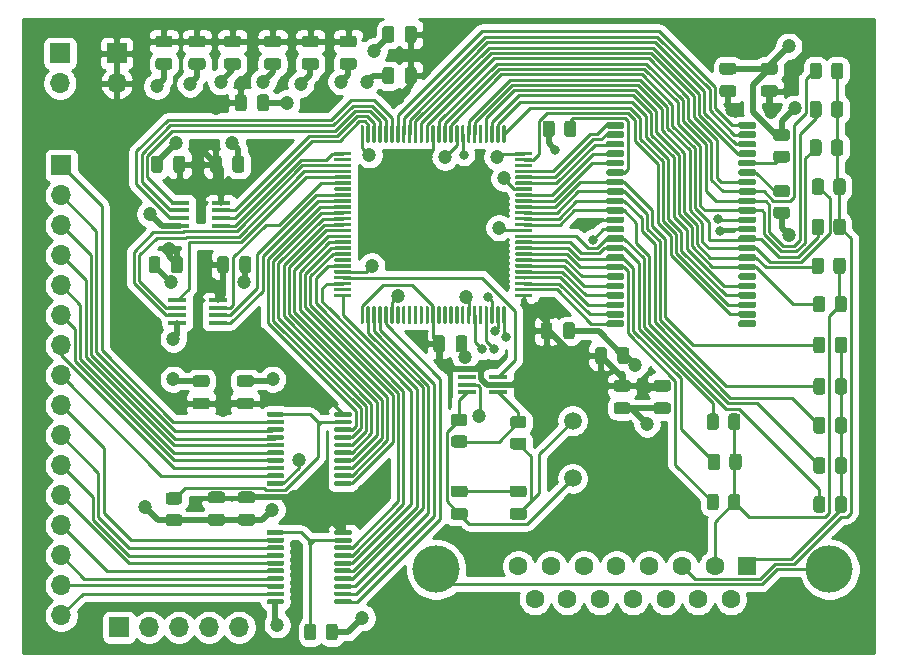
<source format=gtl>
%TF.GenerationSoftware,KiCad,Pcbnew,(5.1.10)-1*%
%TF.CreationDate,2021-11-09T21:57:45+08:00*%
%TF.ProjectId,CPLD-GPU,43504c44-2d47-4505-952e-6b696361645f,rev?*%
%TF.SameCoordinates,Original*%
%TF.FileFunction,Copper,L1,Top*%
%TF.FilePolarity,Positive*%
%FSLAX46Y46*%
G04 Gerber Fmt 4.6, Leading zero omitted, Abs format (unit mm)*
G04 Created by KiCad (PCBNEW (5.1.10)-1) date 2021-11-09 21:57:45*
%MOMM*%
%LPD*%
G01*
G04 APERTURE LIST*
%TA.AperFunction,ComponentPad*%
%ADD10O,1.700000X1.700000*%
%TD*%
%TA.AperFunction,ComponentPad*%
%ADD11R,1.700000X1.700000*%
%TD*%
%TA.AperFunction,SMDPad,CuDef*%
%ADD12R,1.600000X0.300000*%
%TD*%
%TA.AperFunction,ComponentPad*%
%ADD13C,4.000000*%
%TD*%
%TA.AperFunction,ComponentPad*%
%ADD14C,1.600000*%
%TD*%
%TA.AperFunction,ComponentPad*%
%ADD15R,1.600000X1.600000*%
%TD*%
%TA.AperFunction,ComponentPad*%
%ADD16C,1.500000*%
%TD*%
%TA.AperFunction,SMDPad,CuDef*%
%ADD17R,1.500000X0.400000*%
%TD*%
%TA.AperFunction,ViaPad*%
%ADD18C,1.200000*%
%TD*%
%TA.AperFunction,ViaPad*%
%ADD19C,0.800000*%
%TD*%
%TA.AperFunction,Conductor*%
%ADD20C,0.250000*%
%TD*%
%TA.AperFunction,Conductor*%
%ADD21C,0.500000*%
%TD*%
%TA.AperFunction,Conductor*%
%ADD22C,0.254000*%
%TD*%
%TA.AperFunction,Conductor*%
%ADD23C,0.100000*%
%TD*%
G04 APERTURE END LIST*
%TO.P,U3,100*%
%TO.N,GND*%
%TA.AperFunction,SMDPad,CuDef*%
G36*
G01*
X79250000Y-55100000D02*
X79250000Y-53775000D01*
G75*
G02*
X79325000Y-53700000I75000J0D01*
G01*
X79475000Y-53700000D01*
G75*
G02*
X79550000Y-53775000I0J-75000D01*
G01*
X79550000Y-55100000D01*
G75*
G02*
X79475000Y-55175000I-75000J0D01*
G01*
X79325000Y-55175000D01*
G75*
G02*
X79250000Y-55100000I0J75000D01*
G01*
G37*
%TD.AperFunction*%
%TO.P,U3,99*%
%TO.N,Net-(U2-Pad6)*%
%TA.AperFunction,SMDPad,CuDef*%
G36*
G01*
X79750000Y-55100000D02*
X79750000Y-53775000D01*
G75*
G02*
X79825000Y-53700000I75000J0D01*
G01*
X79975000Y-53700000D01*
G75*
G02*
X80050000Y-53775000I0J-75000D01*
G01*
X80050000Y-55100000D01*
G75*
G02*
X79975000Y-55175000I-75000J0D01*
G01*
X79825000Y-55175000D01*
G75*
G02*
X79750000Y-55100000I0J75000D01*
G01*
G37*
%TD.AperFunction*%
%TO.P,U3,98*%
%TO.N,Net-(U2-Pad7)*%
%TA.AperFunction,SMDPad,CuDef*%
G36*
G01*
X80250000Y-55100000D02*
X80250000Y-53775000D01*
G75*
G02*
X80325000Y-53700000I75000J0D01*
G01*
X80475000Y-53700000D01*
G75*
G02*
X80550000Y-53775000I0J-75000D01*
G01*
X80550000Y-55100000D01*
G75*
G02*
X80475000Y-55175000I-75000J0D01*
G01*
X80325000Y-55175000D01*
G75*
G02*
X80250000Y-55100000I0J75000D01*
G01*
G37*
%TD.AperFunction*%
%TO.P,U3,97*%
%TO.N,Net-(U2-Pad1)*%
%TA.AperFunction,SMDPad,CuDef*%
G36*
G01*
X80750000Y-55100000D02*
X80750000Y-53775000D01*
G75*
G02*
X80825000Y-53700000I75000J0D01*
G01*
X80975000Y-53700000D01*
G75*
G02*
X81050000Y-53775000I0J-75000D01*
G01*
X81050000Y-55100000D01*
G75*
G02*
X80975000Y-55175000I-75000J0D01*
G01*
X80825000Y-55175000D01*
G75*
G02*
X80750000Y-55100000I0J75000D01*
G01*
G37*
%TD.AperFunction*%
%TO.P,U3,96*%
%TO.N,Net-(U2-Pad2)*%
%TA.AperFunction,SMDPad,CuDef*%
G36*
G01*
X81250000Y-55100000D02*
X81250000Y-53775000D01*
G75*
G02*
X81325000Y-53700000I75000J0D01*
G01*
X81475000Y-53700000D01*
G75*
G02*
X81550000Y-53775000I0J-75000D01*
G01*
X81550000Y-55100000D01*
G75*
G02*
X81475000Y-55175000I-75000J0D01*
G01*
X81325000Y-55175000D01*
G75*
G02*
X81250000Y-55100000I0J75000D01*
G01*
G37*
%TD.AperFunction*%
%TO.P,U3,95*%
%TO.N,Net-(U2-Pad3)*%
%TA.AperFunction,SMDPad,CuDef*%
G36*
G01*
X81750000Y-55100000D02*
X81750000Y-53775000D01*
G75*
G02*
X81825000Y-53700000I75000J0D01*
G01*
X81975000Y-53700000D01*
G75*
G02*
X82050000Y-53775000I0J-75000D01*
G01*
X82050000Y-55100000D01*
G75*
G02*
X81975000Y-55175000I-75000J0D01*
G01*
X81825000Y-55175000D01*
G75*
G02*
X81750000Y-55100000I0J75000D01*
G01*
G37*
%TD.AperFunction*%
%TO.P,U3,94*%
%TO.N,Net-(U3-Pad94)*%
%TA.AperFunction,SMDPad,CuDef*%
G36*
G01*
X82250000Y-55100000D02*
X82250000Y-53775000D01*
G75*
G02*
X82325000Y-53700000I75000J0D01*
G01*
X82475000Y-53700000D01*
G75*
G02*
X82550000Y-53775000I0J-75000D01*
G01*
X82550000Y-55100000D01*
G75*
G02*
X82475000Y-55175000I-75000J0D01*
G01*
X82325000Y-55175000D01*
G75*
G02*
X82250000Y-55100000I0J75000D01*
G01*
G37*
%TD.AperFunction*%
%TO.P,U3,93*%
%TO.N,Net-(U3-Pad93)*%
%TA.AperFunction,SMDPad,CuDef*%
G36*
G01*
X82750000Y-55100000D02*
X82750000Y-53775000D01*
G75*
G02*
X82825000Y-53700000I75000J0D01*
G01*
X82975000Y-53700000D01*
G75*
G02*
X83050000Y-53775000I0J-75000D01*
G01*
X83050000Y-55100000D01*
G75*
G02*
X82975000Y-55175000I-75000J0D01*
G01*
X82825000Y-55175000D01*
G75*
G02*
X82750000Y-55100000I0J75000D01*
G01*
G37*
%TD.AperFunction*%
%TO.P,U3,92*%
%TO.N,Net-(U3-Pad92)*%
%TA.AperFunction,SMDPad,CuDef*%
G36*
G01*
X83250000Y-55100000D02*
X83250000Y-53775000D01*
G75*
G02*
X83325000Y-53700000I75000J0D01*
G01*
X83475000Y-53700000D01*
G75*
G02*
X83550000Y-53775000I0J-75000D01*
G01*
X83550000Y-55100000D01*
G75*
G02*
X83475000Y-55175000I-75000J0D01*
G01*
X83325000Y-55175000D01*
G75*
G02*
X83250000Y-55100000I0J75000D01*
G01*
G37*
%TD.AperFunction*%
%TO.P,U3,91*%
%TO.N,Net-(U3-Pad91)*%
%TA.AperFunction,SMDPad,CuDef*%
G36*
G01*
X83750000Y-55100000D02*
X83750000Y-53775000D01*
G75*
G02*
X83825000Y-53700000I75000J0D01*
G01*
X83975000Y-53700000D01*
G75*
G02*
X84050000Y-53775000I0J-75000D01*
G01*
X84050000Y-55100000D01*
G75*
G02*
X83975000Y-55175000I-75000J0D01*
G01*
X83825000Y-55175000D01*
G75*
G02*
X83750000Y-55100000I0J75000D01*
G01*
G37*
%TD.AperFunction*%
%TO.P,U3,90*%
%TO.N,Net-(U3-Pad90)*%
%TA.AperFunction,SMDPad,CuDef*%
G36*
G01*
X84250000Y-55100000D02*
X84250000Y-53775000D01*
G75*
G02*
X84325000Y-53700000I75000J0D01*
G01*
X84475000Y-53700000D01*
G75*
G02*
X84550000Y-53775000I0J-75000D01*
G01*
X84550000Y-55100000D01*
G75*
G02*
X84475000Y-55175000I-75000J0D01*
G01*
X84325000Y-55175000D01*
G75*
G02*
X84250000Y-55100000I0J75000D01*
G01*
G37*
%TD.AperFunction*%
%TO.P,U3,89*%
%TO.N,Net-(R6-Pad2)*%
%TA.AperFunction,SMDPad,CuDef*%
G36*
G01*
X84750000Y-55100000D02*
X84750000Y-53775000D01*
G75*
G02*
X84825000Y-53700000I75000J0D01*
G01*
X84975000Y-53700000D01*
G75*
G02*
X85050000Y-53775000I0J-75000D01*
G01*
X85050000Y-55100000D01*
G75*
G02*
X84975000Y-55175000I-75000J0D01*
G01*
X84825000Y-55175000D01*
G75*
G02*
X84750000Y-55100000I0J75000D01*
G01*
G37*
%TD.AperFunction*%
%TO.P,U3,88*%
%TO.N,+3V3*%
%TA.AperFunction,SMDPad,CuDef*%
G36*
G01*
X85250000Y-55100000D02*
X85250000Y-53775000D01*
G75*
G02*
X85325000Y-53700000I75000J0D01*
G01*
X85475000Y-53700000D01*
G75*
G02*
X85550000Y-53775000I0J-75000D01*
G01*
X85550000Y-55100000D01*
G75*
G02*
X85475000Y-55175000I-75000J0D01*
G01*
X85325000Y-55175000D01*
G75*
G02*
X85250000Y-55100000I0J75000D01*
G01*
G37*
%TD.AperFunction*%
%TO.P,U3,87*%
%TO.N,Net-(R7-Pad2)*%
%TA.AperFunction,SMDPad,CuDef*%
G36*
G01*
X85750000Y-55100000D02*
X85750000Y-53775000D01*
G75*
G02*
X85825000Y-53700000I75000J0D01*
G01*
X85975000Y-53700000D01*
G75*
G02*
X86050000Y-53775000I0J-75000D01*
G01*
X86050000Y-55100000D01*
G75*
G02*
X85975000Y-55175000I-75000J0D01*
G01*
X85825000Y-55175000D01*
G75*
G02*
X85750000Y-55100000I0J75000D01*
G01*
G37*
%TD.AperFunction*%
%TO.P,U3,86*%
%TO.N,Net-(R8-Pad2)*%
%TA.AperFunction,SMDPad,CuDef*%
G36*
G01*
X86250000Y-55100000D02*
X86250000Y-53775000D01*
G75*
G02*
X86325000Y-53700000I75000J0D01*
G01*
X86475000Y-53700000D01*
G75*
G02*
X86550000Y-53775000I0J-75000D01*
G01*
X86550000Y-55100000D01*
G75*
G02*
X86475000Y-55175000I-75000J0D01*
G01*
X86325000Y-55175000D01*
G75*
G02*
X86250000Y-55100000I0J75000D01*
G01*
G37*
%TD.AperFunction*%
%TO.P,U3,85*%
%TO.N,Net-(R9-Pad2)*%
%TA.AperFunction,SMDPad,CuDef*%
G36*
G01*
X86750000Y-55100000D02*
X86750000Y-53775000D01*
G75*
G02*
X86825000Y-53700000I75000J0D01*
G01*
X86975000Y-53700000D01*
G75*
G02*
X87050000Y-53775000I0J-75000D01*
G01*
X87050000Y-55100000D01*
G75*
G02*
X86975000Y-55175000I-75000J0D01*
G01*
X86825000Y-55175000D01*
G75*
G02*
X86750000Y-55100000I0J75000D01*
G01*
G37*
%TD.AperFunction*%
%TO.P,U3,84*%
%TO.N,GND*%
%TA.AperFunction,SMDPad,CuDef*%
G36*
G01*
X87250000Y-55100000D02*
X87250000Y-53775000D01*
G75*
G02*
X87325000Y-53700000I75000J0D01*
G01*
X87475000Y-53700000D01*
G75*
G02*
X87550000Y-53775000I0J-75000D01*
G01*
X87550000Y-55100000D01*
G75*
G02*
X87475000Y-55175000I-75000J0D01*
G01*
X87325000Y-55175000D01*
G75*
G02*
X87250000Y-55100000I0J75000D01*
G01*
G37*
%TD.AperFunction*%
%TO.P,U3,83*%
%TO.N,TDO*%
%TA.AperFunction,SMDPad,CuDef*%
G36*
G01*
X87750000Y-55100000D02*
X87750000Y-53775000D01*
G75*
G02*
X87825000Y-53700000I75000J0D01*
G01*
X87975000Y-53700000D01*
G75*
G02*
X88050000Y-53775000I0J-75000D01*
G01*
X88050000Y-55100000D01*
G75*
G02*
X87975000Y-55175000I-75000J0D01*
G01*
X87825000Y-55175000D01*
G75*
G02*
X87750000Y-55100000I0J75000D01*
G01*
G37*
%TD.AperFunction*%
%TO.P,U3,82*%
%TO.N,Net-(R10-Pad2)*%
%TA.AperFunction,SMDPad,CuDef*%
G36*
G01*
X88250000Y-55100000D02*
X88250000Y-53775000D01*
G75*
G02*
X88325000Y-53700000I75000J0D01*
G01*
X88475000Y-53700000D01*
G75*
G02*
X88550000Y-53775000I0J-75000D01*
G01*
X88550000Y-55100000D01*
G75*
G02*
X88475000Y-55175000I-75000J0D01*
G01*
X88325000Y-55175000D01*
G75*
G02*
X88250000Y-55100000I0J75000D01*
G01*
G37*
%TD.AperFunction*%
%TO.P,U3,81*%
%TO.N,Net-(R11-Pad2)*%
%TA.AperFunction,SMDPad,CuDef*%
G36*
G01*
X88750000Y-55100000D02*
X88750000Y-53775000D01*
G75*
G02*
X88825000Y-53700000I75000J0D01*
G01*
X88975000Y-53700000D01*
G75*
G02*
X89050000Y-53775000I0J-75000D01*
G01*
X89050000Y-55100000D01*
G75*
G02*
X88975000Y-55175000I-75000J0D01*
G01*
X88825000Y-55175000D01*
G75*
G02*
X88750000Y-55100000I0J75000D01*
G01*
G37*
%TD.AperFunction*%
%TO.P,U3,80*%
%TO.N,Net-(U3-Pad80)*%
%TA.AperFunction,SMDPad,CuDef*%
G36*
G01*
X89250000Y-55100000D02*
X89250000Y-53775000D01*
G75*
G02*
X89325000Y-53700000I75000J0D01*
G01*
X89475000Y-53700000D01*
G75*
G02*
X89550000Y-53775000I0J-75000D01*
G01*
X89550000Y-55100000D01*
G75*
G02*
X89475000Y-55175000I-75000J0D01*
G01*
X89325000Y-55175000D01*
G75*
G02*
X89250000Y-55100000I0J75000D01*
G01*
G37*
%TD.AperFunction*%
%TO.P,U3,79*%
%TO.N,Net-(R12-Pad2)*%
%TA.AperFunction,SMDPad,CuDef*%
G36*
G01*
X89750000Y-55100000D02*
X89750000Y-53775000D01*
G75*
G02*
X89825000Y-53700000I75000J0D01*
G01*
X89975000Y-53700000D01*
G75*
G02*
X90050000Y-53775000I0J-75000D01*
G01*
X90050000Y-55100000D01*
G75*
G02*
X89975000Y-55175000I-75000J0D01*
G01*
X89825000Y-55175000D01*
G75*
G02*
X89750000Y-55100000I0J75000D01*
G01*
G37*
%TD.AperFunction*%
%TO.P,U3,78*%
%TO.N,Net-(U3-Pad78)*%
%TA.AperFunction,SMDPad,CuDef*%
G36*
G01*
X90250000Y-55100000D02*
X90250000Y-53775000D01*
G75*
G02*
X90325000Y-53700000I75000J0D01*
G01*
X90475000Y-53700000D01*
G75*
G02*
X90550000Y-53775000I0J-75000D01*
G01*
X90550000Y-55100000D01*
G75*
G02*
X90475000Y-55175000I-75000J0D01*
G01*
X90325000Y-55175000D01*
G75*
G02*
X90250000Y-55100000I0J75000D01*
G01*
G37*
%TD.AperFunction*%
%TO.P,U3,77*%
%TO.N,Net-(U3-Pad77)*%
%TA.AperFunction,SMDPad,CuDef*%
G36*
G01*
X90750000Y-55100000D02*
X90750000Y-53775000D01*
G75*
G02*
X90825000Y-53700000I75000J0D01*
G01*
X90975000Y-53700000D01*
G75*
G02*
X91050000Y-53775000I0J-75000D01*
G01*
X91050000Y-55100000D01*
G75*
G02*
X90975000Y-55175000I-75000J0D01*
G01*
X90825000Y-55175000D01*
G75*
G02*
X90750000Y-55100000I0J75000D01*
G01*
G37*
%TD.AperFunction*%
%TO.P,U3,76*%
%TO.N,Net-(U3-Pad76)*%
%TA.AperFunction,SMDPad,CuDef*%
G36*
G01*
X91250000Y-55100000D02*
X91250000Y-53775000D01*
G75*
G02*
X91325000Y-53700000I75000J0D01*
G01*
X91475000Y-53700000D01*
G75*
G02*
X91550000Y-53775000I0J-75000D01*
G01*
X91550000Y-55100000D01*
G75*
G02*
X91475000Y-55175000I-75000J0D01*
G01*
X91325000Y-55175000D01*
G75*
G02*
X91250000Y-55100000I0J75000D01*
G01*
G37*
%TD.AperFunction*%
%TO.P,U3,75*%
%TO.N,GND*%
%TA.AperFunction,SMDPad,CuDef*%
G36*
G01*
X92325000Y-56175000D02*
X92325000Y-56025000D01*
G75*
G02*
X92400000Y-55950000I75000J0D01*
G01*
X93725000Y-55950000D01*
G75*
G02*
X93800000Y-56025000I0J-75000D01*
G01*
X93800000Y-56175000D01*
G75*
G02*
X93725000Y-56250000I-75000J0D01*
G01*
X92400000Y-56250000D01*
G75*
G02*
X92325000Y-56175000I0J75000D01*
G01*
G37*
%TD.AperFunction*%
%TO.P,U3,74*%
%TO.N,Net-(U3-Pad74)*%
%TA.AperFunction,SMDPad,CuDef*%
G36*
G01*
X92325000Y-56675000D02*
X92325000Y-56525000D01*
G75*
G02*
X92400000Y-56450000I75000J0D01*
G01*
X93725000Y-56450000D01*
G75*
G02*
X93800000Y-56525000I0J-75000D01*
G01*
X93800000Y-56675000D01*
G75*
G02*
X93725000Y-56750000I-75000J0D01*
G01*
X92400000Y-56750000D01*
G75*
G02*
X92325000Y-56675000I0J75000D01*
G01*
G37*
%TD.AperFunction*%
%TO.P,U3,73*%
%TO.N,Net-(U3-Pad73)*%
%TA.AperFunction,SMDPad,CuDef*%
G36*
G01*
X92325000Y-57175000D02*
X92325000Y-57025000D01*
G75*
G02*
X92400000Y-56950000I75000J0D01*
G01*
X93725000Y-56950000D01*
G75*
G02*
X93800000Y-57025000I0J-75000D01*
G01*
X93800000Y-57175000D01*
G75*
G02*
X93725000Y-57250000I-75000J0D01*
G01*
X92400000Y-57250000D01*
G75*
G02*
X92325000Y-57175000I0J75000D01*
G01*
G37*
%TD.AperFunction*%
%TO.P,U3,72*%
%TO.N,Net-(U3-Pad72)*%
%TA.AperFunction,SMDPad,CuDef*%
G36*
G01*
X92325000Y-57675000D02*
X92325000Y-57525000D01*
G75*
G02*
X92400000Y-57450000I75000J0D01*
G01*
X93725000Y-57450000D01*
G75*
G02*
X93800000Y-57525000I0J-75000D01*
G01*
X93800000Y-57675000D01*
G75*
G02*
X93725000Y-57750000I-75000J0D01*
G01*
X92400000Y-57750000D01*
G75*
G02*
X92325000Y-57675000I0J75000D01*
G01*
G37*
%TD.AperFunction*%
%TO.P,U3,71*%
%TO.N,Net-(U3-Pad71)*%
%TA.AperFunction,SMDPad,CuDef*%
G36*
G01*
X92325000Y-58175000D02*
X92325000Y-58025000D01*
G75*
G02*
X92400000Y-57950000I75000J0D01*
G01*
X93725000Y-57950000D01*
G75*
G02*
X93800000Y-58025000I0J-75000D01*
G01*
X93800000Y-58175000D01*
G75*
G02*
X93725000Y-58250000I-75000J0D01*
G01*
X92400000Y-58250000D01*
G75*
G02*
X92325000Y-58175000I0J75000D01*
G01*
G37*
%TD.AperFunction*%
%TO.P,U3,70*%
%TO.N,Net-(U3-Pad70)*%
%TA.AperFunction,SMDPad,CuDef*%
G36*
G01*
X92325000Y-58675000D02*
X92325000Y-58525000D01*
G75*
G02*
X92400000Y-58450000I75000J0D01*
G01*
X93725000Y-58450000D01*
G75*
G02*
X93800000Y-58525000I0J-75000D01*
G01*
X93800000Y-58675000D01*
G75*
G02*
X93725000Y-58750000I-75000J0D01*
G01*
X92400000Y-58750000D01*
G75*
G02*
X92325000Y-58675000I0J75000D01*
G01*
G37*
%TD.AperFunction*%
%TO.P,U3,69*%
%TO.N,GND*%
%TA.AperFunction,SMDPad,CuDef*%
G36*
G01*
X92325000Y-59175000D02*
X92325000Y-59025000D01*
G75*
G02*
X92400000Y-58950000I75000J0D01*
G01*
X93725000Y-58950000D01*
G75*
G02*
X93800000Y-59025000I0J-75000D01*
G01*
X93800000Y-59175000D01*
G75*
G02*
X93725000Y-59250000I-75000J0D01*
G01*
X92400000Y-59250000D01*
G75*
G02*
X92325000Y-59175000I0J75000D01*
G01*
G37*
%TD.AperFunction*%
%TO.P,U3,68*%
%TO.N,Net-(U3-Pad68)*%
%TA.AperFunction,SMDPad,CuDef*%
G36*
G01*
X92325000Y-59675000D02*
X92325000Y-59525000D01*
G75*
G02*
X92400000Y-59450000I75000J0D01*
G01*
X93725000Y-59450000D01*
G75*
G02*
X93800000Y-59525000I0J-75000D01*
G01*
X93800000Y-59675000D01*
G75*
G02*
X93725000Y-59750000I-75000J0D01*
G01*
X92400000Y-59750000D01*
G75*
G02*
X92325000Y-59675000I0J75000D01*
G01*
G37*
%TD.AperFunction*%
%TO.P,U3,67*%
%TO.N,Net-(U3-Pad67)*%
%TA.AperFunction,SMDPad,CuDef*%
G36*
G01*
X92325000Y-60175000D02*
X92325000Y-60025000D01*
G75*
G02*
X92400000Y-59950000I75000J0D01*
G01*
X93725000Y-59950000D01*
G75*
G02*
X93800000Y-60025000I0J-75000D01*
G01*
X93800000Y-60175000D01*
G75*
G02*
X93725000Y-60250000I-75000J0D01*
G01*
X92400000Y-60250000D01*
G75*
G02*
X92325000Y-60175000I0J75000D01*
G01*
G37*
%TD.AperFunction*%
%TO.P,U3,66*%
%TO.N,Net-(R20-Pad2)*%
%TA.AperFunction,SMDPad,CuDef*%
G36*
G01*
X92325000Y-60675000D02*
X92325000Y-60525000D01*
G75*
G02*
X92400000Y-60450000I75000J0D01*
G01*
X93725000Y-60450000D01*
G75*
G02*
X93800000Y-60525000I0J-75000D01*
G01*
X93800000Y-60675000D01*
G75*
G02*
X93725000Y-60750000I-75000J0D01*
G01*
X92400000Y-60750000D01*
G75*
G02*
X92325000Y-60675000I0J75000D01*
G01*
G37*
%TD.AperFunction*%
%TO.P,U3,65*%
%TO.N,Net-(R19-Pad2)*%
%TA.AperFunction,SMDPad,CuDef*%
G36*
G01*
X92325000Y-61175000D02*
X92325000Y-61025000D01*
G75*
G02*
X92400000Y-60950000I75000J0D01*
G01*
X93725000Y-60950000D01*
G75*
G02*
X93800000Y-61025000I0J-75000D01*
G01*
X93800000Y-61175000D01*
G75*
G02*
X93725000Y-61250000I-75000J0D01*
G01*
X92400000Y-61250000D01*
G75*
G02*
X92325000Y-61175000I0J75000D01*
G01*
G37*
%TD.AperFunction*%
%TO.P,U3,64*%
%TO.N,Net-(R18-Pad2)*%
%TA.AperFunction,SMDPad,CuDef*%
G36*
G01*
X92325000Y-61675000D02*
X92325000Y-61525000D01*
G75*
G02*
X92400000Y-61450000I75000J0D01*
G01*
X93725000Y-61450000D01*
G75*
G02*
X93800000Y-61525000I0J-75000D01*
G01*
X93800000Y-61675000D01*
G75*
G02*
X93725000Y-61750000I-75000J0D01*
G01*
X92400000Y-61750000D01*
G75*
G02*
X92325000Y-61675000I0J75000D01*
G01*
G37*
%TD.AperFunction*%
%TO.P,U3,63*%
%TO.N,Net-(R17-Pad2)*%
%TA.AperFunction,SMDPad,CuDef*%
G36*
G01*
X92325000Y-62175000D02*
X92325000Y-62025000D01*
G75*
G02*
X92400000Y-61950000I75000J0D01*
G01*
X93725000Y-61950000D01*
G75*
G02*
X93800000Y-62025000I0J-75000D01*
G01*
X93800000Y-62175000D01*
G75*
G02*
X93725000Y-62250000I-75000J0D01*
G01*
X92400000Y-62250000D01*
G75*
G02*
X92325000Y-62175000I0J75000D01*
G01*
G37*
%TD.AperFunction*%
%TO.P,U3,62*%
%TO.N,GND*%
%TA.AperFunction,SMDPad,CuDef*%
G36*
G01*
X92325000Y-62675000D02*
X92325000Y-62525000D01*
G75*
G02*
X92400000Y-62450000I75000J0D01*
G01*
X93725000Y-62450000D01*
G75*
G02*
X93800000Y-62525000I0J-75000D01*
G01*
X93800000Y-62675000D01*
G75*
G02*
X93725000Y-62750000I-75000J0D01*
G01*
X92400000Y-62750000D01*
G75*
G02*
X92325000Y-62675000I0J75000D01*
G01*
G37*
%TD.AperFunction*%
%TO.P,U3,61*%
%TO.N,Net-(R16-Pad2)*%
%TA.AperFunction,SMDPad,CuDef*%
G36*
G01*
X92325000Y-63175000D02*
X92325000Y-63025000D01*
G75*
G02*
X92400000Y-62950000I75000J0D01*
G01*
X93725000Y-62950000D01*
G75*
G02*
X93800000Y-63025000I0J-75000D01*
G01*
X93800000Y-63175000D01*
G75*
G02*
X93725000Y-63250000I-75000J0D01*
G01*
X92400000Y-63250000D01*
G75*
G02*
X92325000Y-63175000I0J75000D01*
G01*
G37*
%TD.AperFunction*%
%TO.P,U3,60*%
%TO.N,Net-(R15-Pad2)*%
%TA.AperFunction,SMDPad,CuDef*%
G36*
G01*
X92325000Y-63675000D02*
X92325000Y-63525000D01*
G75*
G02*
X92400000Y-63450000I75000J0D01*
G01*
X93725000Y-63450000D01*
G75*
G02*
X93800000Y-63525000I0J-75000D01*
G01*
X93800000Y-63675000D01*
G75*
G02*
X93725000Y-63750000I-75000J0D01*
G01*
X92400000Y-63750000D01*
G75*
G02*
X92325000Y-63675000I0J75000D01*
G01*
G37*
%TD.AperFunction*%
%TO.P,U3,59*%
%TO.N,Net-(R14-Pad2)*%
%TA.AperFunction,SMDPad,CuDef*%
G36*
G01*
X92325000Y-64175000D02*
X92325000Y-64025000D01*
G75*
G02*
X92400000Y-63950000I75000J0D01*
G01*
X93725000Y-63950000D01*
G75*
G02*
X93800000Y-64025000I0J-75000D01*
G01*
X93800000Y-64175000D01*
G75*
G02*
X93725000Y-64250000I-75000J0D01*
G01*
X92400000Y-64250000D01*
G75*
G02*
X92325000Y-64175000I0J75000D01*
G01*
G37*
%TD.AperFunction*%
%TO.P,U3,58*%
%TO.N,Net-(R13-Pad2)*%
%TA.AperFunction,SMDPad,CuDef*%
G36*
G01*
X92325000Y-64675000D02*
X92325000Y-64525000D01*
G75*
G02*
X92400000Y-64450000I75000J0D01*
G01*
X93725000Y-64450000D01*
G75*
G02*
X93800000Y-64525000I0J-75000D01*
G01*
X93800000Y-64675000D01*
G75*
G02*
X93725000Y-64750000I-75000J0D01*
G01*
X92400000Y-64750000D01*
G75*
G02*
X92325000Y-64675000I0J75000D01*
G01*
G37*
%TD.AperFunction*%
%TO.P,U3,57*%
%TO.N,Net-(U3-Pad57)*%
%TA.AperFunction,SMDPad,CuDef*%
G36*
G01*
X92325000Y-65175000D02*
X92325000Y-65025000D01*
G75*
G02*
X92400000Y-64950000I75000J0D01*
G01*
X93725000Y-64950000D01*
G75*
G02*
X93800000Y-65025000I0J-75000D01*
G01*
X93800000Y-65175000D01*
G75*
G02*
X93725000Y-65250000I-75000J0D01*
G01*
X92400000Y-65250000D01*
G75*
G02*
X92325000Y-65175000I0J75000D01*
G01*
G37*
%TD.AperFunction*%
%TO.P,U3,56*%
%TO.N,Net-(U3-Pad56)*%
%TA.AperFunction,SMDPad,CuDef*%
G36*
G01*
X92325000Y-65675000D02*
X92325000Y-65525000D01*
G75*
G02*
X92400000Y-65450000I75000J0D01*
G01*
X93725000Y-65450000D01*
G75*
G02*
X93800000Y-65525000I0J-75000D01*
G01*
X93800000Y-65675000D01*
G75*
G02*
X93725000Y-65750000I-75000J0D01*
G01*
X92400000Y-65750000D01*
G75*
G02*
X92325000Y-65675000I0J75000D01*
G01*
G37*
%TD.AperFunction*%
%TO.P,U3,55*%
%TO.N,Net-(U3-Pad55)*%
%TA.AperFunction,SMDPad,CuDef*%
G36*
G01*
X92325000Y-66175000D02*
X92325000Y-66025000D01*
G75*
G02*
X92400000Y-65950000I75000J0D01*
G01*
X93725000Y-65950000D01*
G75*
G02*
X93800000Y-66025000I0J-75000D01*
G01*
X93800000Y-66175000D01*
G75*
G02*
X93725000Y-66250000I-75000J0D01*
G01*
X92400000Y-66250000D01*
G75*
G02*
X92325000Y-66175000I0J75000D01*
G01*
G37*
%TD.AperFunction*%
%TO.P,U3,54*%
%TO.N,Net-(U3-Pad54)*%
%TA.AperFunction,SMDPad,CuDef*%
G36*
G01*
X92325000Y-66675000D02*
X92325000Y-66525000D01*
G75*
G02*
X92400000Y-66450000I75000J0D01*
G01*
X93725000Y-66450000D01*
G75*
G02*
X93800000Y-66525000I0J-75000D01*
G01*
X93800000Y-66675000D01*
G75*
G02*
X93725000Y-66750000I-75000J0D01*
G01*
X92400000Y-66750000D01*
G75*
G02*
X92325000Y-66675000I0J75000D01*
G01*
G37*
%TD.AperFunction*%
%TO.P,U3,53*%
%TO.N,Net-(U3-Pad53)*%
%TA.AperFunction,SMDPad,CuDef*%
G36*
G01*
X92325000Y-67175000D02*
X92325000Y-67025000D01*
G75*
G02*
X92400000Y-66950000I75000J0D01*
G01*
X93725000Y-66950000D01*
G75*
G02*
X93800000Y-67025000I0J-75000D01*
G01*
X93800000Y-67175000D01*
G75*
G02*
X93725000Y-67250000I-75000J0D01*
G01*
X92400000Y-67250000D01*
G75*
G02*
X92325000Y-67175000I0J75000D01*
G01*
G37*
%TD.AperFunction*%
%TO.P,U3,52*%
%TO.N,Net-(U3-Pad52)*%
%TA.AperFunction,SMDPad,CuDef*%
G36*
G01*
X92325000Y-67675000D02*
X92325000Y-67525000D01*
G75*
G02*
X92400000Y-67450000I75000J0D01*
G01*
X93725000Y-67450000D01*
G75*
G02*
X93800000Y-67525000I0J-75000D01*
G01*
X93800000Y-67675000D01*
G75*
G02*
X93725000Y-67750000I-75000J0D01*
G01*
X92400000Y-67750000D01*
G75*
G02*
X92325000Y-67675000I0J75000D01*
G01*
G37*
%TD.AperFunction*%
%TO.P,U3,51*%
%TO.N,+3V3*%
%TA.AperFunction,SMDPad,CuDef*%
G36*
G01*
X92325000Y-68175000D02*
X92325000Y-68025000D01*
G75*
G02*
X92400000Y-67950000I75000J0D01*
G01*
X93725000Y-67950000D01*
G75*
G02*
X93800000Y-68025000I0J-75000D01*
G01*
X93800000Y-68175000D01*
G75*
G02*
X93725000Y-68250000I-75000J0D01*
G01*
X92400000Y-68250000D01*
G75*
G02*
X92325000Y-68175000I0J75000D01*
G01*
G37*
%TD.AperFunction*%
%TO.P,U3,50*%
%TO.N,~VSYNC*%
%TA.AperFunction,SMDPad,CuDef*%
G36*
G01*
X91250000Y-70425000D02*
X91250000Y-69100000D01*
G75*
G02*
X91325000Y-69025000I75000J0D01*
G01*
X91475000Y-69025000D01*
G75*
G02*
X91550000Y-69100000I0J-75000D01*
G01*
X91550000Y-70425000D01*
G75*
G02*
X91475000Y-70500000I-75000J0D01*
G01*
X91325000Y-70500000D01*
G75*
G02*
X91250000Y-70425000I0J75000D01*
G01*
G37*
%TD.AperFunction*%
%TO.P,U3,49*%
%TO.N,~HSYNC*%
%TA.AperFunction,SMDPad,CuDef*%
G36*
G01*
X90750000Y-70425000D02*
X90750000Y-69100000D01*
G75*
G02*
X90825000Y-69025000I75000J0D01*
G01*
X90975000Y-69025000D01*
G75*
G02*
X91050000Y-69100000I0J-75000D01*
G01*
X91050000Y-70425000D01*
G75*
G02*
X90975000Y-70500000I-75000J0D01*
G01*
X90825000Y-70500000D01*
G75*
G02*
X90750000Y-70425000I0J75000D01*
G01*
G37*
%TD.AperFunction*%
%TO.P,U3,48*%
%TO.N,TCK*%
%TA.AperFunction,SMDPad,CuDef*%
G36*
G01*
X90250000Y-70425000D02*
X90250000Y-69100000D01*
G75*
G02*
X90325000Y-69025000I75000J0D01*
G01*
X90475000Y-69025000D01*
G75*
G02*
X90550000Y-69100000I0J-75000D01*
G01*
X90550000Y-70425000D01*
G75*
G02*
X90475000Y-70500000I-75000J0D01*
G01*
X90325000Y-70500000D01*
G75*
G02*
X90250000Y-70425000I0J75000D01*
G01*
G37*
%TD.AperFunction*%
%TO.P,U3,47*%
%TO.N,TMS*%
%TA.AperFunction,SMDPad,CuDef*%
G36*
G01*
X89750000Y-70425000D02*
X89750000Y-69100000D01*
G75*
G02*
X89825000Y-69025000I75000J0D01*
G01*
X89975000Y-69025000D01*
G75*
G02*
X90050000Y-69100000I0J-75000D01*
G01*
X90050000Y-70425000D01*
G75*
G02*
X89975000Y-70500000I-75000J0D01*
G01*
X89825000Y-70500000D01*
G75*
G02*
X89750000Y-70425000I0J75000D01*
G01*
G37*
%TD.AperFunction*%
%TO.P,U3,46*%
%TO.N,Net-(U3-Pad46)*%
%TA.AperFunction,SMDPad,CuDef*%
G36*
G01*
X89250000Y-70425000D02*
X89250000Y-69100000D01*
G75*
G02*
X89325000Y-69025000I75000J0D01*
G01*
X89475000Y-69025000D01*
G75*
G02*
X89550000Y-69100000I0J-75000D01*
G01*
X89550000Y-70425000D01*
G75*
G02*
X89475000Y-70500000I-75000J0D01*
G01*
X89325000Y-70500000D01*
G75*
G02*
X89250000Y-70425000I0J75000D01*
G01*
G37*
%TD.AperFunction*%
%TO.P,U3,45*%
%TO.N,TDI*%
%TA.AperFunction,SMDPad,CuDef*%
G36*
G01*
X88750000Y-70425000D02*
X88750000Y-69100000D01*
G75*
G02*
X88825000Y-69025000I75000J0D01*
G01*
X88975000Y-69025000D01*
G75*
G02*
X89050000Y-69100000I0J-75000D01*
G01*
X89050000Y-70425000D01*
G75*
G02*
X88975000Y-70500000I-75000J0D01*
G01*
X88825000Y-70500000D01*
G75*
G02*
X88750000Y-70425000I0J75000D01*
G01*
G37*
%TD.AperFunction*%
%TO.P,U3,44*%
%TO.N,GND*%
%TA.AperFunction,SMDPad,CuDef*%
G36*
G01*
X88250000Y-70425000D02*
X88250000Y-69100000D01*
G75*
G02*
X88325000Y-69025000I75000J0D01*
G01*
X88475000Y-69025000D01*
G75*
G02*
X88550000Y-69100000I0J-75000D01*
G01*
X88550000Y-70425000D01*
G75*
G02*
X88475000Y-70500000I-75000J0D01*
G01*
X88325000Y-70500000D01*
G75*
G02*
X88250000Y-70425000I0J75000D01*
G01*
G37*
%TD.AperFunction*%
%TO.P,U3,43*%
%TO.N,Net-(U3-Pad43)*%
%TA.AperFunction,SMDPad,CuDef*%
G36*
G01*
X87750000Y-70425000D02*
X87750000Y-69100000D01*
G75*
G02*
X87825000Y-69025000I75000J0D01*
G01*
X87975000Y-69025000D01*
G75*
G02*
X88050000Y-69100000I0J-75000D01*
G01*
X88050000Y-70425000D01*
G75*
G02*
X87975000Y-70500000I-75000J0D01*
G01*
X87825000Y-70500000D01*
G75*
G02*
X87750000Y-70425000I0J75000D01*
G01*
G37*
%TD.AperFunction*%
%TO.P,U3,42*%
%TO.N,Net-(U3-Pad42)*%
%TA.AperFunction,SMDPad,CuDef*%
G36*
G01*
X87250000Y-70425000D02*
X87250000Y-69100000D01*
G75*
G02*
X87325000Y-69025000I75000J0D01*
G01*
X87475000Y-69025000D01*
G75*
G02*
X87550000Y-69100000I0J-75000D01*
G01*
X87550000Y-70425000D01*
G75*
G02*
X87475000Y-70500000I-75000J0D01*
G01*
X87325000Y-70500000D01*
G75*
G02*
X87250000Y-70425000I0J75000D01*
G01*
G37*
%TD.AperFunction*%
%TO.P,U3,41*%
%TO.N,Net-(U3-Pad41)*%
%TA.AperFunction,SMDPad,CuDef*%
G36*
G01*
X86750000Y-70425000D02*
X86750000Y-69100000D01*
G75*
G02*
X86825000Y-69025000I75000J0D01*
G01*
X86975000Y-69025000D01*
G75*
G02*
X87050000Y-69100000I0J-75000D01*
G01*
X87050000Y-70425000D01*
G75*
G02*
X86975000Y-70500000I-75000J0D01*
G01*
X86825000Y-70500000D01*
G75*
G02*
X86750000Y-70425000I0J75000D01*
G01*
G37*
%TD.AperFunction*%
%TO.P,U3,40*%
%TO.N,Net-(U3-Pad40)*%
%TA.AperFunction,SMDPad,CuDef*%
G36*
G01*
X86250000Y-70425000D02*
X86250000Y-69100000D01*
G75*
G02*
X86325000Y-69025000I75000J0D01*
G01*
X86475000Y-69025000D01*
G75*
G02*
X86550000Y-69100000I0J-75000D01*
G01*
X86550000Y-70425000D01*
G75*
G02*
X86475000Y-70500000I-75000J0D01*
G01*
X86325000Y-70500000D01*
G75*
G02*
X86250000Y-70425000I0J75000D01*
G01*
G37*
%TD.AperFunction*%
%TO.P,U3,39*%
%TO.N,Net-(U3-Pad39)*%
%TA.AperFunction,SMDPad,CuDef*%
G36*
G01*
X85750000Y-70425000D02*
X85750000Y-69100000D01*
G75*
G02*
X85825000Y-69025000I75000J0D01*
G01*
X85975000Y-69025000D01*
G75*
G02*
X86050000Y-69100000I0J-75000D01*
G01*
X86050000Y-70425000D01*
G75*
G02*
X85975000Y-70500000I-75000J0D01*
G01*
X85825000Y-70500000D01*
G75*
G02*
X85750000Y-70425000I0J75000D01*
G01*
G37*
%TD.AperFunction*%
%TO.P,U3,38*%
%TO.N,+3V3*%
%TA.AperFunction,SMDPad,CuDef*%
G36*
G01*
X85250000Y-70425000D02*
X85250000Y-69100000D01*
G75*
G02*
X85325000Y-69025000I75000J0D01*
G01*
X85475000Y-69025000D01*
G75*
G02*
X85550000Y-69100000I0J-75000D01*
G01*
X85550000Y-70425000D01*
G75*
G02*
X85475000Y-70500000I-75000J0D01*
G01*
X85325000Y-70500000D01*
G75*
G02*
X85250000Y-70425000I0J75000D01*
G01*
G37*
%TD.AperFunction*%
%TO.P,U3,37*%
%TO.N,Net-(U3-Pad37)*%
%TA.AperFunction,SMDPad,CuDef*%
G36*
G01*
X84750000Y-70425000D02*
X84750000Y-69100000D01*
G75*
G02*
X84825000Y-69025000I75000J0D01*
G01*
X84975000Y-69025000D01*
G75*
G02*
X85050000Y-69100000I0J-75000D01*
G01*
X85050000Y-70425000D01*
G75*
G02*
X84975000Y-70500000I-75000J0D01*
G01*
X84825000Y-70500000D01*
G75*
G02*
X84750000Y-70425000I0J75000D01*
G01*
G37*
%TD.AperFunction*%
%TO.P,U3,36*%
%TO.N,Net-(U3-Pad36)*%
%TA.AperFunction,SMDPad,CuDef*%
G36*
G01*
X84250000Y-70425000D02*
X84250000Y-69100000D01*
G75*
G02*
X84325000Y-69025000I75000J0D01*
G01*
X84475000Y-69025000D01*
G75*
G02*
X84550000Y-69100000I0J-75000D01*
G01*
X84550000Y-70425000D01*
G75*
G02*
X84475000Y-70500000I-75000J0D01*
G01*
X84325000Y-70500000D01*
G75*
G02*
X84250000Y-70425000I0J75000D01*
G01*
G37*
%TD.AperFunction*%
%TO.P,U3,35*%
%TO.N,Net-(U3-Pad35)*%
%TA.AperFunction,SMDPad,CuDef*%
G36*
G01*
X83750000Y-70425000D02*
X83750000Y-69100000D01*
G75*
G02*
X83825000Y-69025000I75000J0D01*
G01*
X83975000Y-69025000D01*
G75*
G02*
X84050000Y-69100000I0J-75000D01*
G01*
X84050000Y-70425000D01*
G75*
G02*
X83975000Y-70500000I-75000J0D01*
G01*
X83825000Y-70500000D01*
G75*
G02*
X83750000Y-70425000I0J75000D01*
G01*
G37*
%TD.AperFunction*%
%TO.P,U3,34*%
%TO.N,Net-(U3-Pad34)*%
%TA.AperFunction,SMDPad,CuDef*%
G36*
G01*
X83250000Y-70425000D02*
X83250000Y-69100000D01*
G75*
G02*
X83325000Y-69025000I75000J0D01*
G01*
X83475000Y-69025000D01*
G75*
G02*
X83550000Y-69100000I0J-75000D01*
G01*
X83550000Y-70425000D01*
G75*
G02*
X83475000Y-70500000I-75000J0D01*
G01*
X83325000Y-70500000D01*
G75*
G02*
X83250000Y-70425000I0J75000D01*
G01*
G37*
%TD.AperFunction*%
%TO.P,U3,33*%
%TO.N,Net-(U3-Pad33)*%
%TA.AperFunction,SMDPad,CuDef*%
G36*
G01*
X82750000Y-70425000D02*
X82750000Y-69100000D01*
G75*
G02*
X82825000Y-69025000I75000J0D01*
G01*
X82975000Y-69025000D01*
G75*
G02*
X83050000Y-69100000I0J-75000D01*
G01*
X83050000Y-70425000D01*
G75*
G02*
X82975000Y-70500000I-75000J0D01*
G01*
X82825000Y-70500000D01*
G75*
G02*
X82750000Y-70425000I0J75000D01*
G01*
G37*
%TD.AperFunction*%
%TO.P,U3,32*%
%TO.N,Net-(U3-Pad32)*%
%TA.AperFunction,SMDPad,CuDef*%
G36*
G01*
X82250000Y-70425000D02*
X82250000Y-69100000D01*
G75*
G02*
X82325000Y-69025000I75000J0D01*
G01*
X82475000Y-69025000D01*
G75*
G02*
X82550000Y-69100000I0J-75000D01*
G01*
X82550000Y-70425000D01*
G75*
G02*
X82475000Y-70500000I-75000J0D01*
G01*
X82325000Y-70500000D01*
G75*
G02*
X82250000Y-70425000I0J75000D01*
G01*
G37*
%TD.AperFunction*%
%TO.P,U3,31*%
%TO.N,GND*%
%TA.AperFunction,SMDPad,CuDef*%
G36*
G01*
X81750000Y-70425000D02*
X81750000Y-69100000D01*
G75*
G02*
X81825000Y-69025000I75000J0D01*
G01*
X81975000Y-69025000D01*
G75*
G02*
X82050000Y-69100000I0J-75000D01*
G01*
X82050000Y-70425000D01*
G75*
G02*
X81975000Y-70500000I-75000J0D01*
G01*
X81825000Y-70500000D01*
G75*
G02*
X81750000Y-70425000I0J75000D01*
G01*
G37*
%TD.AperFunction*%
%TO.P,U3,30*%
%TO.N,Net-(U3-Pad30)*%
%TA.AperFunction,SMDPad,CuDef*%
G36*
G01*
X81250000Y-70425000D02*
X81250000Y-69100000D01*
G75*
G02*
X81325000Y-69025000I75000J0D01*
G01*
X81475000Y-69025000D01*
G75*
G02*
X81550000Y-69100000I0J-75000D01*
G01*
X81550000Y-70425000D01*
G75*
G02*
X81475000Y-70500000I-75000J0D01*
G01*
X81325000Y-70500000D01*
G75*
G02*
X81250000Y-70425000I0J75000D01*
G01*
G37*
%TD.AperFunction*%
%TO.P,U3,29*%
%TO.N,Net-(U3-Pad29)*%
%TA.AperFunction,SMDPad,CuDef*%
G36*
G01*
X80750000Y-70425000D02*
X80750000Y-69100000D01*
G75*
G02*
X80825000Y-69025000I75000J0D01*
G01*
X80975000Y-69025000D01*
G75*
G02*
X81050000Y-69100000I0J-75000D01*
G01*
X81050000Y-70425000D01*
G75*
G02*
X80975000Y-70500000I-75000J0D01*
G01*
X80825000Y-70500000D01*
G75*
G02*
X80750000Y-70425000I0J75000D01*
G01*
G37*
%TD.AperFunction*%
%TO.P,U3,28*%
%TO.N,Net-(U3-Pad28)*%
%TA.AperFunction,SMDPad,CuDef*%
G36*
G01*
X80250000Y-70425000D02*
X80250000Y-69100000D01*
G75*
G02*
X80325000Y-69025000I75000J0D01*
G01*
X80475000Y-69025000D01*
G75*
G02*
X80550000Y-69100000I0J-75000D01*
G01*
X80550000Y-70425000D01*
G75*
G02*
X80475000Y-70500000I-75000J0D01*
G01*
X80325000Y-70500000D01*
G75*
G02*
X80250000Y-70425000I0J75000D01*
G01*
G37*
%TD.AperFunction*%
%TO.P,U3,27*%
%TO.N,Net-(U3-Pad27)*%
%TA.AperFunction,SMDPad,CuDef*%
G36*
G01*
X79750000Y-70425000D02*
X79750000Y-69100000D01*
G75*
G02*
X79825000Y-69025000I75000J0D01*
G01*
X79975000Y-69025000D01*
G75*
G02*
X80050000Y-69100000I0J-75000D01*
G01*
X80050000Y-70425000D01*
G75*
G02*
X79975000Y-70500000I-75000J0D01*
G01*
X79825000Y-70500000D01*
G75*
G02*
X79750000Y-70425000I0J75000D01*
G01*
G37*
%TD.AperFunction*%
%TO.P,U3,26*%
%TO.N,+3V3*%
%TA.AperFunction,SMDPad,CuDef*%
G36*
G01*
X79250000Y-70425000D02*
X79250000Y-69100000D01*
G75*
G02*
X79325000Y-69025000I75000J0D01*
G01*
X79475000Y-69025000D01*
G75*
G02*
X79550000Y-69100000I0J-75000D01*
G01*
X79550000Y-70425000D01*
G75*
G02*
X79475000Y-70500000I-75000J0D01*
G01*
X79325000Y-70500000D01*
G75*
G02*
X79250000Y-70425000I0J75000D01*
G01*
G37*
%TD.AperFunction*%
%TO.P,U3,25*%
%TO.N,Net-(U3-Pad25)*%
%TA.AperFunction,SMDPad,CuDef*%
G36*
G01*
X77000000Y-68175000D02*
X77000000Y-68025000D01*
G75*
G02*
X77075000Y-67950000I75000J0D01*
G01*
X78400000Y-67950000D01*
G75*
G02*
X78475000Y-68025000I0J-75000D01*
G01*
X78475000Y-68175000D01*
G75*
G02*
X78400000Y-68250000I-75000J0D01*
G01*
X77075000Y-68250000D01*
G75*
G02*
X77000000Y-68175000I0J75000D01*
G01*
G37*
%TD.AperFunction*%
%TO.P,U3,24*%
%TO.N,Net-(U3-Pad24)*%
%TA.AperFunction,SMDPad,CuDef*%
G36*
G01*
X77000000Y-67675000D02*
X77000000Y-67525000D01*
G75*
G02*
X77075000Y-67450000I75000J0D01*
G01*
X78400000Y-67450000D01*
G75*
G02*
X78475000Y-67525000I0J-75000D01*
G01*
X78475000Y-67675000D01*
G75*
G02*
X78400000Y-67750000I-75000J0D01*
G01*
X77075000Y-67750000D01*
G75*
G02*
X77000000Y-67675000I0J75000D01*
G01*
G37*
%TD.AperFunction*%
%TO.P,U3,23*%
%TO.N,Net-(U3-Pad23)*%
%TA.AperFunction,SMDPad,CuDef*%
G36*
G01*
X77000000Y-67175000D02*
X77000000Y-67025000D01*
G75*
G02*
X77075000Y-66950000I75000J0D01*
G01*
X78400000Y-66950000D01*
G75*
G02*
X78475000Y-67025000I0J-75000D01*
G01*
X78475000Y-67175000D01*
G75*
G02*
X78400000Y-67250000I-75000J0D01*
G01*
X77075000Y-67250000D01*
G75*
G02*
X77000000Y-67175000I0J75000D01*
G01*
G37*
%TD.AperFunction*%
%TO.P,U3,22*%
%TO.N,CLK*%
%TA.AperFunction,SMDPad,CuDef*%
G36*
G01*
X77000000Y-66675000D02*
X77000000Y-66525000D01*
G75*
G02*
X77075000Y-66450000I75000J0D01*
G01*
X78400000Y-66450000D01*
G75*
G02*
X78475000Y-66525000I0J-75000D01*
G01*
X78475000Y-66675000D01*
G75*
G02*
X78400000Y-66750000I-75000J0D01*
G01*
X77075000Y-66750000D01*
G75*
G02*
X77000000Y-66675000I0J75000D01*
G01*
G37*
%TD.AperFunction*%
%TO.P,U3,21*%
%TO.N,GND*%
%TA.AperFunction,SMDPad,CuDef*%
G36*
G01*
X77000000Y-66175000D02*
X77000000Y-66025000D01*
G75*
G02*
X77075000Y-65950000I75000J0D01*
G01*
X78400000Y-65950000D01*
G75*
G02*
X78475000Y-66025000I0J-75000D01*
G01*
X78475000Y-66175000D01*
G75*
G02*
X78400000Y-66250000I-75000J0D01*
G01*
X77075000Y-66250000D01*
G75*
G02*
X77000000Y-66175000I0J75000D01*
G01*
G37*
%TD.AperFunction*%
%TO.P,U3,20*%
%TO.N,Net-(U3-Pad20)*%
%TA.AperFunction,SMDPad,CuDef*%
G36*
G01*
X77000000Y-65675000D02*
X77000000Y-65525000D01*
G75*
G02*
X77075000Y-65450000I75000J0D01*
G01*
X78400000Y-65450000D01*
G75*
G02*
X78475000Y-65525000I0J-75000D01*
G01*
X78475000Y-65675000D01*
G75*
G02*
X78400000Y-65750000I-75000J0D01*
G01*
X77075000Y-65750000D01*
G75*
G02*
X77000000Y-65675000I0J75000D01*
G01*
G37*
%TD.AperFunction*%
%TO.P,U3,19*%
%TO.N,Net-(U3-Pad19)*%
%TA.AperFunction,SMDPad,CuDef*%
G36*
G01*
X77000000Y-65175000D02*
X77000000Y-65025000D01*
G75*
G02*
X77075000Y-64950000I75000J0D01*
G01*
X78400000Y-64950000D01*
G75*
G02*
X78475000Y-65025000I0J-75000D01*
G01*
X78475000Y-65175000D01*
G75*
G02*
X78400000Y-65250000I-75000J0D01*
G01*
X77075000Y-65250000D01*
G75*
G02*
X77000000Y-65175000I0J75000D01*
G01*
G37*
%TD.AperFunction*%
%TO.P,U3,18*%
%TO.N,Net-(U3-Pad18)*%
%TA.AperFunction,SMDPad,CuDef*%
G36*
G01*
X77000000Y-64675000D02*
X77000000Y-64525000D01*
G75*
G02*
X77075000Y-64450000I75000J0D01*
G01*
X78400000Y-64450000D01*
G75*
G02*
X78475000Y-64525000I0J-75000D01*
G01*
X78475000Y-64675000D01*
G75*
G02*
X78400000Y-64750000I-75000J0D01*
G01*
X77075000Y-64750000D01*
G75*
G02*
X77000000Y-64675000I0J75000D01*
G01*
G37*
%TD.AperFunction*%
%TO.P,U3,17*%
%TO.N,Net-(U3-Pad17)*%
%TA.AperFunction,SMDPad,CuDef*%
G36*
G01*
X77000000Y-64175000D02*
X77000000Y-64025000D01*
G75*
G02*
X77075000Y-63950000I75000J0D01*
G01*
X78400000Y-63950000D01*
G75*
G02*
X78475000Y-64025000I0J-75000D01*
G01*
X78475000Y-64175000D01*
G75*
G02*
X78400000Y-64250000I-75000J0D01*
G01*
X77075000Y-64250000D01*
G75*
G02*
X77000000Y-64175000I0J75000D01*
G01*
G37*
%TD.AperFunction*%
%TO.P,U3,16*%
%TO.N,Net-(U3-Pad16)*%
%TA.AperFunction,SMDPad,CuDef*%
G36*
G01*
X77000000Y-63675000D02*
X77000000Y-63525000D01*
G75*
G02*
X77075000Y-63450000I75000J0D01*
G01*
X78400000Y-63450000D01*
G75*
G02*
X78475000Y-63525000I0J-75000D01*
G01*
X78475000Y-63675000D01*
G75*
G02*
X78400000Y-63750000I-75000J0D01*
G01*
X77075000Y-63750000D01*
G75*
G02*
X77000000Y-63675000I0J75000D01*
G01*
G37*
%TD.AperFunction*%
%TO.P,U3,15*%
%TO.N,Net-(U3-Pad15)*%
%TA.AperFunction,SMDPad,CuDef*%
G36*
G01*
X77000000Y-63175000D02*
X77000000Y-63025000D01*
G75*
G02*
X77075000Y-62950000I75000J0D01*
G01*
X78400000Y-62950000D01*
G75*
G02*
X78475000Y-63025000I0J-75000D01*
G01*
X78475000Y-63175000D01*
G75*
G02*
X78400000Y-63250000I-75000J0D01*
G01*
X77075000Y-63250000D01*
G75*
G02*
X77000000Y-63175000I0J75000D01*
G01*
G37*
%TD.AperFunction*%
%TO.P,U3,14*%
%TO.N,Net-(U3-Pad14)*%
%TA.AperFunction,SMDPad,CuDef*%
G36*
G01*
X77000000Y-62675000D02*
X77000000Y-62525000D01*
G75*
G02*
X77075000Y-62450000I75000J0D01*
G01*
X78400000Y-62450000D01*
G75*
G02*
X78475000Y-62525000I0J-75000D01*
G01*
X78475000Y-62675000D01*
G75*
G02*
X78400000Y-62750000I-75000J0D01*
G01*
X77075000Y-62750000D01*
G75*
G02*
X77000000Y-62675000I0J75000D01*
G01*
G37*
%TD.AperFunction*%
%TO.P,U3,13*%
%TO.N,Net-(U3-Pad13)*%
%TA.AperFunction,SMDPad,CuDef*%
G36*
G01*
X77000000Y-62175000D02*
X77000000Y-62025000D01*
G75*
G02*
X77075000Y-61950000I75000J0D01*
G01*
X78400000Y-61950000D01*
G75*
G02*
X78475000Y-62025000I0J-75000D01*
G01*
X78475000Y-62175000D01*
G75*
G02*
X78400000Y-62250000I-75000J0D01*
G01*
X77075000Y-62250000D01*
G75*
G02*
X77000000Y-62175000I0J75000D01*
G01*
G37*
%TD.AperFunction*%
%TO.P,U3,12*%
%TO.N,Net-(U3-Pad12)*%
%TA.AperFunction,SMDPad,CuDef*%
G36*
G01*
X77000000Y-61675000D02*
X77000000Y-61525000D01*
G75*
G02*
X77075000Y-61450000I75000J0D01*
G01*
X78400000Y-61450000D01*
G75*
G02*
X78475000Y-61525000I0J-75000D01*
G01*
X78475000Y-61675000D01*
G75*
G02*
X78400000Y-61750000I-75000J0D01*
G01*
X77075000Y-61750000D01*
G75*
G02*
X77000000Y-61675000I0J75000D01*
G01*
G37*
%TD.AperFunction*%
%TO.P,U3,11*%
%TO.N,Net-(U3-Pad11)*%
%TA.AperFunction,SMDPad,CuDef*%
G36*
G01*
X77000000Y-61175000D02*
X77000000Y-61025000D01*
G75*
G02*
X77075000Y-60950000I75000J0D01*
G01*
X78400000Y-60950000D01*
G75*
G02*
X78475000Y-61025000I0J-75000D01*
G01*
X78475000Y-61175000D01*
G75*
G02*
X78400000Y-61250000I-75000J0D01*
G01*
X77075000Y-61250000D01*
G75*
G02*
X77000000Y-61175000I0J75000D01*
G01*
G37*
%TD.AperFunction*%
%TO.P,U3,10*%
%TO.N,Net-(U3-Pad10)*%
%TA.AperFunction,SMDPad,CuDef*%
G36*
G01*
X77000000Y-60675000D02*
X77000000Y-60525000D01*
G75*
G02*
X77075000Y-60450000I75000J0D01*
G01*
X78400000Y-60450000D01*
G75*
G02*
X78475000Y-60525000I0J-75000D01*
G01*
X78475000Y-60675000D01*
G75*
G02*
X78400000Y-60750000I-75000J0D01*
G01*
X77075000Y-60750000D01*
G75*
G02*
X77000000Y-60675000I0J75000D01*
G01*
G37*
%TD.AperFunction*%
%TO.P,U3,9*%
%TO.N,Net-(U3-Pad9)*%
%TA.AperFunction,SMDPad,CuDef*%
G36*
G01*
X77000000Y-60175000D02*
X77000000Y-60025000D01*
G75*
G02*
X77075000Y-59950000I75000J0D01*
G01*
X78400000Y-59950000D01*
G75*
G02*
X78475000Y-60025000I0J-75000D01*
G01*
X78475000Y-60175000D01*
G75*
G02*
X78400000Y-60250000I-75000J0D01*
G01*
X77075000Y-60250000D01*
G75*
G02*
X77000000Y-60175000I0J75000D01*
G01*
G37*
%TD.AperFunction*%
%TO.P,U3,8*%
%TO.N,Net-(U3-Pad8)*%
%TA.AperFunction,SMDPad,CuDef*%
G36*
G01*
X77000000Y-59675000D02*
X77000000Y-59525000D01*
G75*
G02*
X77075000Y-59450000I75000J0D01*
G01*
X78400000Y-59450000D01*
G75*
G02*
X78475000Y-59525000I0J-75000D01*
G01*
X78475000Y-59675000D01*
G75*
G02*
X78400000Y-59750000I-75000J0D01*
G01*
X77075000Y-59750000D01*
G75*
G02*
X77000000Y-59675000I0J75000D01*
G01*
G37*
%TD.AperFunction*%
%TO.P,U3,7*%
%TO.N,Net-(U3-Pad7)*%
%TA.AperFunction,SMDPad,CuDef*%
G36*
G01*
X77000000Y-59175000D02*
X77000000Y-59025000D01*
G75*
G02*
X77075000Y-58950000I75000J0D01*
G01*
X78400000Y-58950000D01*
G75*
G02*
X78475000Y-59025000I0J-75000D01*
G01*
X78475000Y-59175000D01*
G75*
G02*
X78400000Y-59250000I-75000J0D01*
G01*
X77075000Y-59250000D01*
G75*
G02*
X77000000Y-59175000I0J75000D01*
G01*
G37*
%TD.AperFunction*%
%TO.P,U3,6*%
%TO.N,Net-(U3-Pad6)*%
%TA.AperFunction,SMDPad,CuDef*%
G36*
G01*
X77000000Y-58675000D02*
X77000000Y-58525000D01*
G75*
G02*
X77075000Y-58450000I75000J0D01*
G01*
X78400000Y-58450000D01*
G75*
G02*
X78475000Y-58525000I0J-75000D01*
G01*
X78475000Y-58675000D01*
G75*
G02*
X78400000Y-58750000I-75000J0D01*
G01*
X77075000Y-58750000D01*
G75*
G02*
X77000000Y-58675000I0J75000D01*
G01*
G37*
%TD.AperFunction*%
%TO.P,U3,5*%
%TO.N,Net-(U3-Pad5)*%
%TA.AperFunction,SMDPad,CuDef*%
G36*
G01*
X77000000Y-58175000D02*
X77000000Y-58025000D01*
G75*
G02*
X77075000Y-57950000I75000J0D01*
G01*
X78400000Y-57950000D01*
G75*
G02*
X78475000Y-58025000I0J-75000D01*
G01*
X78475000Y-58175000D01*
G75*
G02*
X78400000Y-58250000I-75000J0D01*
G01*
X77075000Y-58250000D01*
G75*
G02*
X77000000Y-58175000I0J75000D01*
G01*
G37*
%TD.AperFunction*%
%TO.P,U3,4*%
%TO.N,Net-(U3-Pad4)*%
%TA.AperFunction,SMDPad,CuDef*%
G36*
G01*
X77000000Y-57675000D02*
X77000000Y-57525000D01*
G75*
G02*
X77075000Y-57450000I75000J0D01*
G01*
X78400000Y-57450000D01*
G75*
G02*
X78475000Y-57525000I0J-75000D01*
G01*
X78475000Y-57675000D01*
G75*
G02*
X78400000Y-57750000I-75000J0D01*
G01*
X77075000Y-57750000D01*
G75*
G02*
X77000000Y-57675000I0J75000D01*
G01*
G37*
%TD.AperFunction*%
%TO.P,U3,3*%
%TO.N,Net-(U3-Pad3)*%
%TA.AperFunction,SMDPad,CuDef*%
G36*
G01*
X77000000Y-57175000D02*
X77000000Y-57025000D01*
G75*
G02*
X77075000Y-56950000I75000J0D01*
G01*
X78400000Y-56950000D01*
G75*
G02*
X78475000Y-57025000I0J-75000D01*
G01*
X78475000Y-57175000D01*
G75*
G02*
X78400000Y-57250000I-75000J0D01*
G01*
X77075000Y-57250000D01*
G75*
G02*
X77000000Y-57175000I0J75000D01*
G01*
G37*
%TD.AperFunction*%
%TO.P,U3,2*%
%TO.N,Net-(U3-Pad2)*%
%TA.AperFunction,SMDPad,CuDef*%
G36*
G01*
X77000000Y-56675000D02*
X77000000Y-56525000D01*
G75*
G02*
X77075000Y-56450000I75000J0D01*
G01*
X78400000Y-56450000D01*
G75*
G02*
X78475000Y-56525000I0J-75000D01*
G01*
X78475000Y-56675000D01*
G75*
G02*
X78400000Y-56750000I-75000J0D01*
G01*
X77075000Y-56750000D01*
G75*
G02*
X77000000Y-56675000I0J75000D01*
G01*
G37*
%TD.AperFunction*%
%TO.P,U3,1*%
%TO.N,Net-(U2-Pad5)*%
%TA.AperFunction,SMDPad,CuDef*%
G36*
G01*
X77000000Y-56175000D02*
X77000000Y-56025000D01*
G75*
G02*
X77075000Y-55950000I75000J0D01*
G01*
X78400000Y-55950000D01*
G75*
G02*
X78475000Y-56025000I0J-75000D01*
G01*
X78475000Y-56175000D01*
G75*
G02*
X78400000Y-56250000I-75000J0D01*
G01*
X77075000Y-56250000D01*
G75*
G02*
X77000000Y-56175000I0J75000D01*
G01*
G37*
%TD.AperFunction*%
%TD*%
D10*
%TO.P,J5,5*%
%TO.N,TMS*%
X68960000Y-96200000D03*
%TO.P,J5,4*%
%TO.N,TDI*%
X66420000Y-96200000D03*
%TO.P,J5,3*%
%TO.N,TDO*%
X63880000Y-96200000D03*
%TO.P,J5,2*%
%TO.N,TCK*%
X61340000Y-96200000D03*
D11*
%TO.P,J5,1*%
%TO.N,GND*%
X58800000Y-96200000D03*
%TD*%
%TO.P,C8,2*%
%TO.N,GND*%
%TA.AperFunction,SMDPad,CuDef*%
G36*
G01*
X69975000Y-75850000D02*
X69025000Y-75850000D01*
G75*
G02*
X68775000Y-75600000I0J250000D01*
G01*
X68775000Y-75100000D01*
G75*
G02*
X69025000Y-74850000I250000J0D01*
G01*
X69975000Y-74850000D01*
G75*
G02*
X70225000Y-75100000I0J-250000D01*
G01*
X70225000Y-75600000D01*
G75*
G02*
X69975000Y-75850000I-250000J0D01*
G01*
G37*
%TD.AperFunction*%
%TO.P,C8,1*%
%TO.N,+3V3*%
%TA.AperFunction,SMDPad,CuDef*%
G36*
G01*
X69975000Y-77750000D02*
X69025000Y-77750000D01*
G75*
G02*
X68775000Y-77500000I0J250000D01*
G01*
X68775000Y-77000000D01*
G75*
G02*
X69025000Y-76750000I250000J0D01*
G01*
X69975000Y-76750000D01*
G75*
G02*
X70225000Y-77000000I0J-250000D01*
G01*
X70225000Y-77500000D01*
G75*
G02*
X69975000Y-77750000I-250000J0D01*
G01*
G37*
%TD.AperFunction*%
%TD*%
D12*
%TO.P,U5,8*%
%TO.N,+3V3*%
X67150000Y-68500000D03*
%TO.P,U5,7*%
%TO.N,Net-(U3-Pad6)*%
X67150000Y-69150000D03*
%TO.P,U5,6*%
%TO.N,Net-(U3-Pad8)*%
X67150000Y-69800000D03*
%TO.P,U5,5*%
%TO.N,Net-(U3-Pad9)*%
X67150000Y-70450000D03*
%TO.P,U5,4*%
%TO.N,GND*%
X63750000Y-70450000D03*
%TO.P,U5,3*%
%TO.N,Net-(U3-Pad3)*%
X63750000Y-69800000D03*
%TO.P,U5,2*%
%TO.N,Net-(U3-Pad4)*%
X63750000Y-69150000D03*
%TO.P,U5,1*%
%TO.N,Net-(U3-Pad5)*%
X63750000Y-68500000D03*
%TD*%
%TO.P,U2,8*%
%TO.N,+3V3*%
X67400000Y-60250000D03*
%TO.P,U2,7*%
%TO.N,Net-(U2-Pad7)*%
X67400000Y-60900000D03*
%TO.P,U2,6*%
%TO.N,Net-(U2-Pad6)*%
X67400000Y-61550000D03*
%TO.P,U2,5*%
%TO.N,Net-(U2-Pad5)*%
X67400000Y-62200000D03*
%TO.P,U2,4*%
%TO.N,GND*%
X64000000Y-62200000D03*
%TO.P,U2,3*%
%TO.N,Net-(U2-Pad3)*%
X64000000Y-61550000D03*
%TO.P,U2,2*%
%TO.N,Net-(U2-Pad2)*%
X64000000Y-60900000D03*
%TO.P,U2,1*%
%TO.N,Net-(U2-Pad1)*%
X64000000Y-60250000D03*
%TD*%
D13*
%TO.P,J1,0*%
%TO.N,Net-(J1-Pad0)*%
X118955000Y-91300000D03*
X85655000Y-91300000D03*
D14*
%TO.P,J1,15*%
%TO.N,Net-(J1-Pad15)*%
X93995000Y-93840000D03*
%TO.P,J1,14*%
%TO.N,~VSYNC*%
X96765000Y-93840000D03*
%TO.P,J1,13*%
%TO.N,~HSYNC*%
X99535000Y-93840000D03*
%TO.P,J1,12*%
%TO.N,Net-(J1-Pad12)*%
X102305000Y-93840000D03*
%TO.P,J1,11*%
%TO.N,Net-(J1-Pad11)*%
X105075000Y-93840000D03*
%TO.P,J1,10*%
%TO.N,GND*%
X107845000Y-93840000D03*
%TO.P,J1,9*%
%TO.N,Net-(J1-Pad9)*%
X110615000Y-93840000D03*
%TO.P,J1,8*%
%TO.N,Net-(J1-Pad8)*%
X92610000Y-91000000D03*
%TO.P,J1,7*%
%TO.N,GND*%
X95380000Y-91000000D03*
%TO.P,J1,6*%
X98150000Y-91000000D03*
%TO.P,J1,5*%
X100920000Y-91000000D03*
%TO.P,J1,4*%
%TO.N,Net-(J1-Pad4)*%
X103690000Y-91000000D03*
%TO.P,J1,3*%
%TO.N,BLUE*%
X106460000Y-91000000D03*
%TO.P,J1,2*%
%TO.N,GREEN*%
X109230000Y-91000000D03*
D15*
%TO.P,J1,1*%
%TO.N,RED*%
X112000000Y-91000000D03*
%TD*%
%TO.P,C12,2*%
%TO.N,GND*%
%TA.AperFunction,SMDPad,CuDef*%
G36*
G01*
X82100000Y-49025000D02*
X82100000Y-49975000D01*
G75*
G02*
X81850000Y-50225000I-250000J0D01*
G01*
X81350000Y-50225000D01*
G75*
G02*
X81100000Y-49975000I0J250000D01*
G01*
X81100000Y-49025000D01*
G75*
G02*
X81350000Y-48775000I250000J0D01*
G01*
X81850000Y-48775000D01*
G75*
G02*
X82100000Y-49025000I0J-250000D01*
G01*
G37*
%TD.AperFunction*%
%TO.P,C12,1*%
%TO.N,+3V3*%
%TA.AperFunction,SMDPad,CuDef*%
G36*
G01*
X84000000Y-49025000D02*
X84000000Y-49975000D01*
G75*
G02*
X83750000Y-50225000I-250000J0D01*
G01*
X83250000Y-50225000D01*
G75*
G02*
X83000000Y-49975000I0J250000D01*
G01*
X83000000Y-49025000D01*
G75*
G02*
X83250000Y-48775000I250000J0D01*
G01*
X83750000Y-48775000D01*
G75*
G02*
X84000000Y-49025000I0J-250000D01*
G01*
G37*
%TD.AperFunction*%
%TD*%
%TO.P,U4,44*%
%TO.N,Net-(U3-Pad94)*%
%TA.AperFunction,SMDPad,CuDef*%
G36*
G01*
X111225000Y-53837500D02*
X111225000Y-53562500D01*
G75*
G02*
X111362500Y-53425000I137500J0D01*
G01*
X112612500Y-53425000D01*
G75*
G02*
X112750000Y-53562500I0J-137500D01*
G01*
X112750000Y-53837500D01*
G75*
G02*
X112612500Y-53975000I-137500J0D01*
G01*
X111362500Y-53975000D01*
G75*
G02*
X111225000Y-53837500I0J137500D01*
G01*
G37*
%TD.AperFunction*%
%TO.P,U4,43*%
%TO.N,Net-(U3-Pad93)*%
%TA.AperFunction,SMDPad,CuDef*%
G36*
G01*
X111225000Y-54637500D02*
X111225000Y-54362500D01*
G75*
G02*
X111362500Y-54225000I137500J0D01*
G01*
X112612500Y-54225000D01*
G75*
G02*
X112750000Y-54362500I0J-137500D01*
G01*
X112750000Y-54637500D01*
G75*
G02*
X112612500Y-54775000I-137500J0D01*
G01*
X111362500Y-54775000D01*
G75*
G02*
X111225000Y-54637500I0J137500D01*
G01*
G37*
%TD.AperFunction*%
%TO.P,U4,42*%
%TO.N,Net-(U3-Pad92)*%
%TA.AperFunction,SMDPad,CuDef*%
G36*
G01*
X111225000Y-55437500D02*
X111225000Y-55162500D01*
G75*
G02*
X111362500Y-55025000I137500J0D01*
G01*
X112612500Y-55025000D01*
G75*
G02*
X112750000Y-55162500I0J-137500D01*
G01*
X112750000Y-55437500D01*
G75*
G02*
X112612500Y-55575000I-137500J0D01*
G01*
X111362500Y-55575000D01*
G75*
G02*
X111225000Y-55437500I0J137500D01*
G01*
G37*
%TD.AperFunction*%
%TO.P,U4,41*%
%TO.N,Net-(U3-Pad91)*%
%TA.AperFunction,SMDPad,CuDef*%
G36*
G01*
X111225000Y-56237500D02*
X111225000Y-55962500D01*
G75*
G02*
X111362500Y-55825000I137500J0D01*
G01*
X112612500Y-55825000D01*
G75*
G02*
X112750000Y-55962500I0J-137500D01*
G01*
X112750000Y-56237500D01*
G75*
G02*
X112612500Y-56375000I-137500J0D01*
G01*
X111362500Y-56375000D01*
G75*
G02*
X111225000Y-56237500I0J137500D01*
G01*
G37*
%TD.AperFunction*%
%TO.P,U4,40*%
%TO.N,Net-(R3-Pad2)*%
%TA.AperFunction,SMDPad,CuDef*%
G36*
G01*
X111225000Y-57037500D02*
X111225000Y-56762500D01*
G75*
G02*
X111362500Y-56625000I137500J0D01*
G01*
X112612500Y-56625000D01*
G75*
G02*
X112750000Y-56762500I0J-137500D01*
G01*
X112750000Y-57037500D01*
G75*
G02*
X112612500Y-57175000I-137500J0D01*
G01*
X111362500Y-57175000D01*
G75*
G02*
X111225000Y-57037500I0J137500D01*
G01*
G37*
%TD.AperFunction*%
%TO.P,U4,39*%
%TO.N,Net-(R5-Pad2)*%
%TA.AperFunction,SMDPad,CuDef*%
G36*
G01*
X111225000Y-57837500D02*
X111225000Y-57562500D01*
G75*
G02*
X111362500Y-57425000I137500J0D01*
G01*
X112612500Y-57425000D01*
G75*
G02*
X112750000Y-57562500I0J-137500D01*
G01*
X112750000Y-57837500D01*
G75*
G02*
X112612500Y-57975000I-137500J0D01*
G01*
X111362500Y-57975000D01*
G75*
G02*
X111225000Y-57837500I0J137500D01*
G01*
G37*
%TD.AperFunction*%
%TO.P,U4,38*%
%TO.N,Net-(U3-Pad90)*%
%TA.AperFunction,SMDPad,CuDef*%
G36*
G01*
X111225000Y-58637500D02*
X111225000Y-58362500D01*
G75*
G02*
X111362500Y-58225000I137500J0D01*
G01*
X112612500Y-58225000D01*
G75*
G02*
X112750000Y-58362500I0J-137500D01*
G01*
X112750000Y-58637500D01*
G75*
G02*
X112612500Y-58775000I-137500J0D01*
G01*
X111362500Y-58775000D01*
G75*
G02*
X111225000Y-58637500I0J137500D01*
G01*
G37*
%TD.AperFunction*%
%TO.P,U4,37*%
%TO.N,Net-(R6-Pad2)*%
%TA.AperFunction,SMDPad,CuDef*%
G36*
G01*
X111225000Y-59437500D02*
X111225000Y-59162500D01*
G75*
G02*
X111362500Y-59025000I137500J0D01*
G01*
X112612500Y-59025000D01*
G75*
G02*
X112750000Y-59162500I0J-137500D01*
G01*
X112750000Y-59437500D01*
G75*
G02*
X112612500Y-59575000I-137500J0D01*
G01*
X111362500Y-59575000D01*
G75*
G02*
X111225000Y-59437500I0J137500D01*
G01*
G37*
%TD.AperFunction*%
%TO.P,U4,36*%
%TO.N,Net-(R7-Pad2)*%
%TA.AperFunction,SMDPad,CuDef*%
G36*
G01*
X111225000Y-60237500D02*
X111225000Y-59962500D01*
G75*
G02*
X111362500Y-59825000I137500J0D01*
G01*
X112612500Y-59825000D01*
G75*
G02*
X112750000Y-59962500I0J-137500D01*
G01*
X112750000Y-60237500D01*
G75*
G02*
X112612500Y-60375000I-137500J0D01*
G01*
X111362500Y-60375000D01*
G75*
G02*
X111225000Y-60237500I0J137500D01*
G01*
G37*
%TD.AperFunction*%
%TO.P,U4,35*%
%TO.N,Net-(R8-Pad2)*%
%TA.AperFunction,SMDPad,CuDef*%
G36*
G01*
X111225000Y-61037500D02*
X111225000Y-60762500D01*
G75*
G02*
X111362500Y-60625000I137500J0D01*
G01*
X112612500Y-60625000D01*
G75*
G02*
X112750000Y-60762500I0J-137500D01*
G01*
X112750000Y-61037500D01*
G75*
G02*
X112612500Y-61175000I-137500J0D01*
G01*
X111362500Y-61175000D01*
G75*
G02*
X111225000Y-61037500I0J137500D01*
G01*
G37*
%TD.AperFunction*%
%TO.P,U4,34*%
%TO.N,GND*%
%TA.AperFunction,SMDPad,CuDef*%
G36*
G01*
X111225000Y-61837500D02*
X111225000Y-61562500D01*
G75*
G02*
X111362500Y-61425000I137500J0D01*
G01*
X112612500Y-61425000D01*
G75*
G02*
X112750000Y-61562500I0J-137500D01*
G01*
X112750000Y-61837500D01*
G75*
G02*
X112612500Y-61975000I-137500J0D01*
G01*
X111362500Y-61975000D01*
G75*
G02*
X111225000Y-61837500I0J137500D01*
G01*
G37*
%TD.AperFunction*%
%TO.P,U4,33*%
%TO.N,+3V3*%
%TA.AperFunction,SMDPad,CuDef*%
G36*
G01*
X111225000Y-62637500D02*
X111225000Y-62362500D01*
G75*
G02*
X111362500Y-62225000I137500J0D01*
G01*
X112612500Y-62225000D01*
G75*
G02*
X112750000Y-62362500I0J-137500D01*
G01*
X112750000Y-62637500D01*
G75*
G02*
X112612500Y-62775000I-137500J0D01*
G01*
X111362500Y-62775000D01*
G75*
G02*
X111225000Y-62637500I0J137500D01*
G01*
G37*
%TD.AperFunction*%
%TO.P,U4,32*%
%TO.N,Net-(R9-Pad2)*%
%TA.AperFunction,SMDPad,CuDef*%
G36*
G01*
X111225000Y-63437500D02*
X111225000Y-63162500D01*
G75*
G02*
X111362500Y-63025000I137500J0D01*
G01*
X112612500Y-63025000D01*
G75*
G02*
X112750000Y-63162500I0J-137500D01*
G01*
X112750000Y-63437500D01*
G75*
G02*
X112612500Y-63575000I-137500J0D01*
G01*
X111362500Y-63575000D01*
G75*
G02*
X111225000Y-63437500I0J137500D01*
G01*
G37*
%TD.AperFunction*%
%TO.P,U4,31*%
%TO.N,Net-(R10-Pad2)*%
%TA.AperFunction,SMDPad,CuDef*%
G36*
G01*
X111225000Y-64237500D02*
X111225000Y-63962500D01*
G75*
G02*
X111362500Y-63825000I137500J0D01*
G01*
X112612500Y-63825000D01*
G75*
G02*
X112750000Y-63962500I0J-137500D01*
G01*
X112750000Y-64237500D01*
G75*
G02*
X112612500Y-64375000I-137500J0D01*
G01*
X111362500Y-64375000D01*
G75*
G02*
X111225000Y-64237500I0J137500D01*
G01*
G37*
%TD.AperFunction*%
%TO.P,U4,30*%
%TO.N,Net-(R11-Pad2)*%
%TA.AperFunction,SMDPad,CuDef*%
G36*
G01*
X111225000Y-65037500D02*
X111225000Y-64762500D01*
G75*
G02*
X111362500Y-64625000I137500J0D01*
G01*
X112612500Y-64625000D01*
G75*
G02*
X112750000Y-64762500I0J-137500D01*
G01*
X112750000Y-65037500D01*
G75*
G02*
X112612500Y-65175000I-137500J0D01*
G01*
X111362500Y-65175000D01*
G75*
G02*
X111225000Y-65037500I0J137500D01*
G01*
G37*
%TD.AperFunction*%
%TO.P,U4,29*%
%TO.N,Net-(R12-Pad2)*%
%TA.AperFunction,SMDPad,CuDef*%
G36*
G01*
X111225000Y-65837500D02*
X111225000Y-65562500D01*
G75*
G02*
X111362500Y-65425000I137500J0D01*
G01*
X112612500Y-65425000D01*
G75*
G02*
X112750000Y-65562500I0J-137500D01*
G01*
X112750000Y-65837500D01*
G75*
G02*
X112612500Y-65975000I-137500J0D01*
G01*
X111362500Y-65975000D01*
G75*
G02*
X111225000Y-65837500I0J137500D01*
G01*
G37*
%TD.AperFunction*%
%TO.P,U4,28*%
%TO.N,Net-(U4-Pad28)*%
%TA.AperFunction,SMDPad,CuDef*%
G36*
G01*
X111225000Y-66637500D02*
X111225000Y-66362500D01*
G75*
G02*
X111362500Y-66225000I137500J0D01*
G01*
X112612500Y-66225000D01*
G75*
G02*
X112750000Y-66362500I0J-137500D01*
G01*
X112750000Y-66637500D01*
G75*
G02*
X112612500Y-66775000I-137500J0D01*
G01*
X111362500Y-66775000D01*
G75*
G02*
X111225000Y-66637500I0J137500D01*
G01*
G37*
%TD.AperFunction*%
%TO.P,U4,27*%
%TO.N,Net-(U3-Pad78)*%
%TA.AperFunction,SMDPad,CuDef*%
G36*
G01*
X111225000Y-67437500D02*
X111225000Y-67162500D01*
G75*
G02*
X111362500Y-67025000I137500J0D01*
G01*
X112612500Y-67025000D01*
G75*
G02*
X112750000Y-67162500I0J-137500D01*
G01*
X112750000Y-67437500D01*
G75*
G02*
X112612500Y-67575000I-137500J0D01*
G01*
X111362500Y-67575000D01*
G75*
G02*
X111225000Y-67437500I0J137500D01*
G01*
G37*
%TD.AperFunction*%
%TO.P,U4,26*%
%TO.N,Net-(U3-Pad77)*%
%TA.AperFunction,SMDPad,CuDef*%
G36*
G01*
X111225000Y-68237500D02*
X111225000Y-67962500D01*
G75*
G02*
X111362500Y-67825000I137500J0D01*
G01*
X112612500Y-67825000D01*
G75*
G02*
X112750000Y-67962500I0J-137500D01*
G01*
X112750000Y-68237500D01*
G75*
G02*
X112612500Y-68375000I-137500J0D01*
G01*
X111362500Y-68375000D01*
G75*
G02*
X111225000Y-68237500I0J137500D01*
G01*
G37*
%TD.AperFunction*%
%TO.P,U4,25*%
%TO.N,Net-(U3-Pad76)*%
%TA.AperFunction,SMDPad,CuDef*%
G36*
G01*
X111225000Y-69037500D02*
X111225000Y-68762500D01*
G75*
G02*
X111362500Y-68625000I137500J0D01*
G01*
X112612500Y-68625000D01*
G75*
G02*
X112750000Y-68762500I0J-137500D01*
G01*
X112750000Y-69037500D01*
G75*
G02*
X112612500Y-69175000I-137500J0D01*
G01*
X111362500Y-69175000D01*
G75*
G02*
X111225000Y-69037500I0J137500D01*
G01*
G37*
%TD.AperFunction*%
%TO.P,U4,24*%
%TO.N,Net-(U3-Pad74)*%
%TA.AperFunction,SMDPad,CuDef*%
G36*
G01*
X111225000Y-69837500D02*
X111225000Y-69562500D01*
G75*
G02*
X111362500Y-69425000I137500J0D01*
G01*
X112612500Y-69425000D01*
G75*
G02*
X112750000Y-69562500I0J-137500D01*
G01*
X112750000Y-69837500D01*
G75*
G02*
X112612500Y-69975000I-137500J0D01*
G01*
X111362500Y-69975000D01*
G75*
G02*
X111225000Y-69837500I0J137500D01*
G01*
G37*
%TD.AperFunction*%
%TO.P,U4,23*%
%TO.N,Net-(U4-Pad23)*%
%TA.AperFunction,SMDPad,CuDef*%
G36*
G01*
X111225000Y-70637500D02*
X111225000Y-70362500D01*
G75*
G02*
X111362500Y-70225000I137500J0D01*
G01*
X112612500Y-70225000D01*
G75*
G02*
X112750000Y-70362500I0J-137500D01*
G01*
X112750000Y-70637500D01*
G75*
G02*
X112612500Y-70775000I-137500J0D01*
G01*
X111362500Y-70775000D01*
G75*
G02*
X111225000Y-70637500I0J137500D01*
G01*
G37*
%TD.AperFunction*%
%TO.P,U4,22*%
%TO.N,Net-(U3-Pad52)*%
%TA.AperFunction,SMDPad,CuDef*%
G36*
G01*
X100050000Y-70637500D02*
X100050000Y-70362500D01*
G75*
G02*
X100187500Y-70225000I137500J0D01*
G01*
X101437500Y-70225000D01*
G75*
G02*
X101575000Y-70362500I0J-137500D01*
G01*
X101575000Y-70637500D01*
G75*
G02*
X101437500Y-70775000I-137500J0D01*
G01*
X100187500Y-70775000D01*
G75*
G02*
X100050000Y-70637500I0J137500D01*
G01*
G37*
%TD.AperFunction*%
%TO.P,U4,21*%
%TO.N,Net-(U3-Pad53)*%
%TA.AperFunction,SMDPad,CuDef*%
G36*
G01*
X100050000Y-69837500D02*
X100050000Y-69562500D01*
G75*
G02*
X100187500Y-69425000I137500J0D01*
G01*
X101437500Y-69425000D01*
G75*
G02*
X101575000Y-69562500I0J-137500D01*
G01*
X101575000Y-69837500D01*
G75*
G02*
X101437500Y-69975000I-137500J0D01*
G01*
X100187500Y-69975000D01*
G75*
G02*
X100050000Y-69837500I0J137500D01*
G01*
G37*
%TD.AperFunction*%
%TO.P,U4,20*%
%TO.N,Net-(U3-Pad54)*%
%TA.AperFunction,SMDPad,CuDef*%
G36*
G01*
X100050000Y-69037500D02*
X100050000Y-68762500D01*
G75*
G02*
X100187500Y-68625000I137500J0D01*
G01*
X101437500Y-68625000D01*
G75*
G02*
X101575000Y-68762500I0J-137500D01*
G01*
X101575000Y-69037500D01*
G75*
G02*
X101437500Y-69175000I-137500J0D01*
G01*
X100187500Y-69175000D01*
G75*
G02*
X100050000Y-69037500I0J137500D01*
G01*
G37*
%TD.AperFunction*%
%TO.P,U4,19*%
%TO.N,Net-(U3-Pad55)*%
%TA.AperFunction,SMDPad,CuDef*%
G36*
G01*
X100050000Y-68237500D02*
X100050000Y-67962500D01*
G75*
G02*
X100187500Y-67825000I137500J0D01*
G01*
X101437500Y-67825000D01*
G75*
G02*
X101575000Y-67962500I0J-137500D01*
G01*
X101575000Y-68237500D01*
G75*
G02*
X101437500Y-68375000I-137500J0D01*
G01*
X100187500Y-68375000D01*
G75*
G02*
X100050000Y-68237500I0J137500D01*
G01*
G37*
%TD.AperFunction*%
%TO.P,U4,18*%
%TO.N,Net-(U3-Pad56)*%
%TA.AperFunction,SMDPad,CuDef*%
G36*
G01*
X100050000Y-67437500D02*
X100050000Y-67162500D01*
G75*
G02*
X100187500Y-67025000I137500J0D01*
G01*
X101437500Y-67025000D01*
G75*
G02*
X101575000Y-67162500I0J-137500D01*
G01*
X101575000Y-67437500D01*
G75*
G02*
X101437500Y-67575000I-137500J0D01*
G01*
X100187500Y-67575000D01*
G75*
G02*
X100050000Y-67437500I0J137500D01*
G01*
G37*
%TD.AperFunction*%
%TO.P,U4,17*%
%TO.N,Net-(U3-Pad57)*%
%TA.AperFunction,SMDPad,CuDef*%
G36*
G01*
X100050000Y-66637500D02*
X100050000Y-66362500D01*
G75*
G02*
X100187500Y-66225000I137500J0D01*
G01*
X101437500Y-66225000D01*
G75*
G02*
X101575000Y-66362500I0J-137500D01*
G01*
X101575000Y-66637500D01*
G75*
G02*
X101437500Y-66775000I-137500J0D01*
G01*
X100187500Y-66775000D01*
G75*
G02*
X100050000Y-66637500I0J137500D01*
G01*
G37*
%TD.AperFunction*%
%TO.P,U4,16*%
%TO.N,Net-(R13-Pad2)*%
%TA.AperFunction,SMDPad,CuDef*%
G36*
G01*
X100050000Y-65837500D02*
X100050000Y-65562500D01*
G75*
G02*
X100187500Y-65425000I137500J0D01*
G01*
X101437500Y-65425000D01*
G75*
G02*
X101575000Y-65562500I0J-137500D01*
G01*
X101575000Y-65837500D01*
G75*
G02*
X101437500Y-65975000I-137500J0D01*
G01*
X100187500Y-65975000D01*
G75*
G02*
X100050000Y-65837500I0J137500D01*
G01*
G37*
%TD.AperFunction*%
%TO.P,U4,15*%
%TO.N,Net-(R14-Pad2)*%
%TA.AperFunction,SMDPad,CuDef*%
G36*
G01*
X100050000Y-65037500D02*
X100050000Y-64762500D01*
G75*
G02*
X100187500Y-64625000I137500J0D01*
G01*
X101437500Y-64625000D01*
G75*
G02*
X101575000Y-64762500I0J-137500D01*
G01*
X101575000Y-65037500D01*
G75*
G02*
X101437500Y-65175000I-137500J0D01*
G01*
X100187500Y-65175000D01*
G75*
G02*
X100050000Y-65037500I0J137500D01*
G01*
G37*
%TD.AperFunction*%
%TO.P,U4,14*%
%TO.N,Net-(R15-Pad2)*%
%TA.AperFunction,SMDPad,CuDef*%
G36*
G01*
X100050000Y-64237500D02*
X100050000Y-63962500D01*
G75*
G02*
X100187500Y-63825000I137500J0D01*
G01*
X101437500Y-63825000D01*
G75*
G02*
X101575000Y-63962500I0J-137500D01*
G01*
X101575000Y-64237500D01*
G75*
G02*
X101437500Y-64375000I-137500J0D01*
G01*
X100187500Y-64375000D01*
G75*
G02*
X100050000Y-64237500I0J137500D01*
G01*
G37*
%TD.AperFunction*%
%TO.P,U4,13*%
%TO.N,Net-(R16-Pad2)*%
%TA.AperFunction,SMDPad,CuDef*%
G36*
G01*
X100050000Y-63437500D02*
X100050000Y-63162500D01*
G75*
G02*
X100187500Y-63025000I137500J0D01*
G01*
X101437500Y-63025000D01*
G75*
G02*
X101575000Y-63162500I0J-137500D01*
G01*
X101575000Y-63437500D01*
G75*
G02*
X101437500Y-63575000I-137500J0D01*
G01*
X100187500Y-63575000D01*
G75*
G02*
X100050000Y-63437500I0J137500D01*
G01*
G37*
%TD.AperFunction*%
%TO.P,U4,12*%
%TO.N,GND*%
%TA.AperFunction,SMDPad,CuDef*%
G36*
G01*
X100050000Y-62637500D02*
X100050000Y-62362500D01*
G75*
G02*
X100187500Y-62225000I137500J0D01*
G01*
X101437500Y-62225000D01*
G75*
G02*
X101575000Y-62362500I0J-137500D01*
G01*
X101575000Y-62637500D01*
G75*
G02*
X101437500Y-62775000I-137500J0D01*
G01*
X100187500Y-62775000D01*
G75*
G02*
X100050000Y-62637500I0J137500D01*
G01*
G37*
%TD.AperFunction*%
%TO.P,U4,11*%
%TO.N,+3V3*%
%TA.AperFunction,SMDPad,CuDef*%
G36*
G01*
X100050000Y-61837500D02*
X100050000Y-61562500D01*
G75*
G02*
X100187500Y-61425000I137500J0D01*
G01*
X101437500Y-61425000D01*
G75*
G02*
X101575000Y-61562500I0J-137500D01*
G01*
X101575000Y-61837500D01*
G75*
G02*
X101437500Y-61975000I-137500J0D01*
G01*
X100187500Y-61975000D01*
G75*
G02*
X100050000Y-61837500I0J137500D01*
G01*
G37*
%TD.AperFunction*%
%TO.P,U4,10*%
%TO.N,Net-(R17-Pad2)*%
%TA.AperFunction,SMDPad,CuDef*%
G36*
G01*
X100050000Y-61037500D02*
X100050000Y-60762500D01*
G75*
G02*
X100187500Y-60625000I137500J0D01*
G01*
X101437500Y-60625000D01*
G75*
G02*
X101575000Y-60762500I0J-137500D01*
G01*
X101575000Y-61037500D01*
G75*
G02*
X101437500Y-61175000I-137500J0D01*
G01*
X100187500Y-61175000D01*
G75*
G02*
X100050000Y-61037500I0J137500D01*
G01*
G37*
%TD.AperFunction*%
%TO.P,U4,9*%
%TO.N,Net-(R18-Pad2)*%
%TA.AperFunction,SMDPad,CuDef*%
G36*
G01*
X100050000Y-60237500D02*
X100050000Y-59962500D01*
G75*
G02*
X100187500Y-59825000I137500J0D01*
G01*
X101437500Y-59825000D01*
G75*
G02*
X101575000Y-59962500I0J-137500D01*
G01*
X101575000Y-60237500D01*
G75*
G02*
X101437500Y-60375000I-137500J0D01*
G01*
X100187500Y-60375000D01*
G75*
G02*
X100050000Y-60237500I0J137500D01*
G01*
G37*
%TD.AperFunction*%
%TO.P,U4,8*%
%TO.N,Net-(R19-Pad2)*%
%TA.AperFunction,SMDPad,CuDef*%
G36*
G01*
X100050000Y-59437500D02*
X100050000Y-59162500D01*
G75*
G02*
X100187500Y-59025000I137500J0D01*
G01*
X101437500Y-59025000D01*
G75*
G02*
X101575000Y-59162500I0J-137500D01*
G01*
X101575000Y-59437500D01*
G75*
G02*
X101437500Y-59575000I-137500J0D01*
G01*
X100187500Y-59575000D01*
G75*
G02*
X100050000Y-59437500I0J137500D01*
G01*
G37*
%TD.AperFunction*%
%TO.P,U4,7*%
%TO.N,Net-(R20-Pad2)*%
%TA.AperFunction,SMDPad,CuDef*%
G36*
G01*
X100050000Y-58637500D02*
X100050000Y-58362500D01*
G75*
G02*
X100187500Y-58225000I137500J0D01*
G01*
X101437500Y-58225000D01*
G75*
G02*
X101575000Y-58362500I0J-137500D01*
G01*
X101575000Y-58637500D01*
G75*
G02*
X101437500Y-58775000I-137500J0D01*
G01*
X100187500Y-58775000D01*
G75*
G02*
X100050000Y-58637500I0J137500D01*
G01*
G37*
%TD.AperFunction*%
%TO.P,U4,6*%
%TO.N,Net-(R4-Pad1)*%
%TA.AperFunction,SMDPad,CuDef*%
G36*
G01*
X100050000Y-57837500D02*
X100050000Y-57562500D01*
G75*
G02*
X100187500Y-57425000I137500J0D01*
G01*
X101437500Y-57425000D01*
G75*
G02*
X101575000Y-57562500I0J-137500D01*
G01*
X101575000Y-57837500D01*
G75*
G02*
X101437500Y-57975000I-137500J0D01*
G01*
X100187500Y-57975000D01*
G75*
G02*
X100050000Y-57837500I0J137500D01*
G01*
G37*
%TD.AperFunction*%
%TO.P,U4,5*%
%TO.N,Net-(U3-Pad67)*%
%TA.AperFunction,SMDPad,CuDef*%
G36*
G01*
X100050000Y-57037500D02*
X100050000Y-56762500D01*
G75*
G02*
X100187500Y-56625000I137500J0D01*
G01*
X101437500Y-56625000D01*
G75*
G02*
X101575000Y-56762500I0J-137500D01*
G01*
X101575000Y-57037500D01*
G75*
G02*
X101437500Y-57175000I-137500J0D01*
G01*
X100187500Y-57175000D01*
G75*
G02*
X100050000Y-57037500I0J137500D01*
G01*
G37*
%TD.AperFunction*%
%TO.P,U4,4*%
%TO.N,Net-(U3-Pad68)*%
%TA.AperFunction,SMDPad,CuDef*%
G36*
G01*
X100050000Y-56237500D02*
X100050000Y-55962500D01*
G75*
G02*
X100187500Y-55825000I137500J0D01*
G01*
X101437500Y-55825000D01*
G75*
G02*
X101575000Y-55962500I0J-137500D01*
G01*
X101575000Y-56237500D01*
G75*
G02*
X101437500Y-56375000I-137500J0D01*
G01*
X100187500Y-56375000D01*
G75*
G02*
X100050000Y-56237500I0J137500D01*
G01*
G37*
%TD.AperFunction*%
%TO.P,U4,3*%
%TO.N,Net-(U3-Pad70)*%
%TA.AperFunction,SMDPad,CuDef*%
G36*
G01*
X100050000Y-55437500D02*
X100050000Y-55162500D01*
G75*
G02*
X100187500Y-55025000I137500J0D01*
G01*
X101437500Y-55025000D01*
G75*
G02*
X101575000Y-55162500I0J-137500D01*
G01*
X101575000Y-55437500D01*
G75*
G02*
X101437500Y-55575000I-137500J0D01*
G01*
X100187500Y-55575000D01*
G75*
G02*
X100050000Y-55437500I0J137500D01*
G01*
G37*
%TD.AperFunction*%
%TO.P,U4,2*%
%TO.N,Net-(U3-Pad71)*%
%TA.AperFunction,SMDPad,CuDef*%
G36*
G01*
X100050000Y-54637500D02*
X100050000Y-54362500D01*
G75*
G02*
X100187500Y-54225000I137500J0D01*
G01*
X101437500Y-54225000D01*
G75*
G02*
X101575000Y-54362500I0J-137500D01*
G01*
X101575000Y-54637500D01*
G75*
G02*
X101437500Y-54775000I-137500J0D01*
G01*
X100187500Y-54775000D01*
G75*
G02*
X100050000Y-54637500I0J137500D01*
G01*
G37*
%TD.AperFunction*%
%TO.P,U4,1*%
%TO.N,Net-(U3-Pad72)*%
%TA.AperFunction,SMDPad,CuDef*%
G36*
G01*
X100050000Y-53837500D02*
X100050000Y-53562500D01*
G75*
G02*
X100187500Y-53425000I137500J0D01*
G01*
X101437500Y-53425000D01*
G75*
G02*
X101575000Y-53562500I0J-137500D01*
G01*
X101575000Y-53837500D01*
G75*
G02*
X101437500Y-53975000I-137500J0D01*
G01*
X100187500Y-53975000D01*
G75*
G02*
X100050000Y-53837500I0J137500D01*
G01*
G37*
%TD.AperFunction*%
%TD*%
%TO.P,R13,2*%
%TO.N,Net-(R13-Pad2)*%
%TA.AperFunction,SMDPad,CuDef*%
G36*
G01*
X109587500Y-85149999D02*
X109587500Y-86050001D01*
G75*
G02*
X109337501Y-86300000I-249999J0D01*
G01*
X108812499Y-86300000D01*
G75*
G02*
X108562500Y-86050001I0J249999D01*
G01*
X108562500Y-85149999D01*
G75*
G02*
X108812499Y-84900000I249999J0D01*
G01*
X109337501Y-84900000D01*
G75*
G02*
X109587500Y-85149999I0J-249999D01*
G01*
G37*
%TD.AperFunction*%
%TO.P,R13,1*%
%TO.N,GREEN*%
%TA.AperFunction,SMDPad,CuDef*%
G36*
G01*
X111412500Y-85149999D02*
X111412500Y-86050001D01*
G75*
G02*
X111162501Y-86300000I-249999J0D01*
G01*
X110637499Y-86300000D01*
G75*
G02*
X110387500Y-86050001I0J249999D01*
G01*
X110387500Y-85149999D01*
G75*
G02*
X110637499Y-84900000I249999J0D01*
G01*
X111162501Y-84900000D01*
G75*
G02*
X111412500Y-85149999I0J-249999D01*
G01*
G37*
%TD.AperFunction*%
%TD*%
%TO.P,R14,2*%
%TO.N,Net-(R14-Pad2)*%
%TA.AperFunction,SMDPad,CuDef*%
G36*
G01*
X109687500Y-81749999D02*
X109687500Y-82650001D01*
G75*
G02*
X109437501Y-82900000I-249999J0D01*
G01*
X108912499Y-82900000D01*
G75*
G02*
X108662500Y-82650001I0J249999D01*
G01*
X108662500Y-81749999D01*
G75*
G02*
X108912499Y-81500000I249999J0D01*
G01*
X109437501Y-81500000D01*
G75*
G02*
X109687500Y-81749999I0J-249999D01*
G01*
G37*
%TD.AperFunction*%
%TO.P,R14,1*%
%TO.N,GREEN*%
%TA.AperFunction,SMDPad,CuDef*%
G36*
G01*
X111512500Y-81749999D02*
X111512500Y-82650001D01*
G75*
G02*
X111262501Y-82900000I-249999J0D01*
G01*
X110737499Y-82900000D01*
G75*
G02*
X110487500Y-82650001I0J249999D01*
G01*
X110487500Y-81749999D01*
G75*
G02*
X110737499Y-81500000I249999J0D01*
G01*
X111262501Y-81500000D01*
G75*
G02*
X111512500Y-81749999I0J-249999D01*
G01*
G37*
%TD.AperFunction*%
%TD*%
%TO.P,R15,2*%
%TO.N,Net-(R15-Pad2)*%
%TA.AperFunction,SMDPad,CuDef*%
G36*
G01*
X109587500Y-78349999D02*
X109587500Y-79250001D01*
G75*
G02*
X109337501Y-79500000I-249999J0D01*
G01*
X108812499Y-79500000D01*
G75*
G02*
X108562500Y-79250001I0J249999D01*
G01*
X108562500Y-78349999D01*
G75*
G02*
X108812499Y-78100000I249999J0D01*
G01*
X109337501Y-78100000D01*
G75*
G02*
X109587500Y-78349999I0J-249999D01*
G01*
G37*
%TD.AperFunction*%
%TO.P,R15,1*%
%TO.N,GREEN*%
%TA.AperFunction,SMDPad,CuDef*%
G36*
G01*
X111412500Y-78349999D02*
X111412500Y-79250001D01*
G75*
G02*
X111162501Y-79500000I-249999J0D01*
G01*
X110637499Y-79500000D01*
G75*
G02*
X110387500Y-79250001I0J249999D01*
G01*
X110387500Y-78349999D01*
G75*
G02*
X110637499Y-78100000I249999J0D01*
G01*
X111162501Y-78100000D01*
G75*
G02*
X111412500Y-78349999I0J-249999D01*
G01*
G37*
%TD.AperFunction*%
%TD*%
%TO.P,R4,2*%
%TO.N,GND*%
%TA.AperFunction,SMDPad,CuDef*%
G36*
G01*
X95687500Y-53549999D02*
X95687500Y-54450001D01*
G75*
G02*
X95437501Y-54700000I-249999J0D01*
G01*
X94912499Y-54700000D01*
G75*
G02*
X94662500Y-54450001I0J249999D01*
G01*
X94662500Y-53549999D01*
G75*
G02*
X94912499Y-53300000I249999J0D01*
G01*
X95437501Y-53300000D01*
G75*
G02*
X95687500Y-53549999I0J-249999D01*
G01*
G37*
%TD.AperFunction*%
%TO.P,R4,1*%
%TO.N,Net-(R4-Pad1)*%
%TA.AperFunction,SMDPad,CuDef*%
G36*
G01*
X97512500Y-53549999D02*
X97512500Y-54450001D01*
G75*
G02*
X97262501Y-54700000I-249999J0D01*
G01*
X96737499Y-54700000D01*
G75*
G02*
X96487500Y-54450001I0J249999D01*
G01*
X96487500Y-53549999D01*
G75*
G02*
X96737499Y-53300000I249999J0D01*
G01*
X97262501Y-53300000D01*
G75*
G02*
X97512500Y-53549999I0J-249999D01*
G01*
G37*
%TD.AperFunction*%
%TD*%
%TO.P,C25,2*%
%TO.N,GND*%
%TA.AperFunction,SMDPad,CuDef*%
G36*
G01*
X110825000Y-49400000D02*
X109875000Y-49400000D01*
G75*
G02*
X109625000Y-49150000I0J250000D01*
G01*
X109625000Y-48650000D01*
G75*
G02*
X109875000Y-48400000I250000J0D01*
G01*
X110825000Y-48400000D01*
G75*
G02*
X111075000Y-48650000I0J-250000D01*
G01*
X111075000Y-49150000D01*
G75*
G02*
X110825000Y-49400000I-250000J0D01*
G01*
G37*
%TD.AperFunction*%
%TO.P,C25,1*%
%TO.N,+3V3*%
%TA.AperFunction,SMDPad,CuDef*%
G36*
G01*
X110825000Y-51300000D02*
X109875000Y-51300000D01*
G75*
G02*
X109625000Y-51050000I0J250000D01*
G01*
X109625000Y-50550000D01*
G75*
G02*
X109875000Y-50300000I250000J0D01*
G01*
X110825000Y-50300000D01*
G75*
G02*
X111075000Y-50550000I0J-250000D01*
G01*
X111075000Y-51050000D01*
G75*
G02*
X110825000Y-51300000I-250000J0D01*
G01*
G37*
%TD.AperFunction*%
%TD*%
%TO.P,U7,20*%
%TO.N,+3V3*%
%TA.AperFunction,SMDPad,CuDef*%
G36*
G01*
X77025000Y-88275000D02*
X77025000Y-88075000D01*
G75*
G02*
X77125000Y-87975000I100000J0D01*
G01*
X78400000Y-87975000D01*
G75*
G02*
X78500000Y-88075000I0J-100000D01*
G01*
X78500000Y-88275000D01*
G75*
G02*
X78400000Y-88375000I-100000J0D01*
G01*
X77125000Y-88375000D01*
G75*
G02*
X77025000Y-88275000I0J100000D01*
G01*
G37*
%TD.AperFunction*%
%TO.P,U7,19*%
%TO.N,Net-(R22-Pad2)*%
%TA.AperFunction,SMDPad,CuDef*%
G36*
G01*
X77025000Y-88925000D02*
X77025000Y-88725000D01*
G75*
G02*
X77125000Y-88625000I100000J0D01*
G01*
X78400000Y-88625000D01*
G75*
G02*
X78500000Y-88725000I0J-100000D01*
G01*
X78500000Y-88925000D01*
G75*
G02*
X78400000Y-89025000I-100000J0D01*
G01*
X77125000Y-89025000D01*
G75*
G02*
X77025000Y-88925000I0J100000D01*
G01*
G37*
%TD.AperFunction*%
%TO.P,U7,18*%
%TO.N,Net-(U3-Pad18)*%
%TA.AperFunction,SMDPad,CuDef*%
G36*
G01*
X77025000Y-89575000D02*
X77025000Y-89375000D01*
G75*
G02*
X77125000Y-89275000I100000J0D01*
G01*
X78400000Y-89275000D01*
G75*
G02*
X78500000Y-89375000I0J-100000D01*
G01*
X78500000Y-89575000D01*
G75*
G02*
X78400000Y-89675000I-100000J0D01*
G01*
X77125000Y-89675000D01*
G75*
G02*
X77025000Y-89575000I0J100000D01*
G01*
G37*
%TD.AperFunction*%
%TO.P,U7,17*%
%TO.N,Net-(U3-Pad20)*%
%TA.AperFunction,SMDPad,CuDef*%
G36*
G01*
X77025000Y-90225000D02*
X77025000Y-90025000D01*
G75*
G02*
X77125000Y-89925000I100000J0D01*
G01*
X78400000Y-89925000D01*
G75*
G02*
X78500000Y-90025000I0J-100000D01*
G01*
X78500000Y-90225000D01*
G75*
G02*
X78400000Y-90325000I-100000J0D01*
G01*
X77125000Y-90325000D01*
G75*
G02*
X77025000Y-90225000I0J100000D01*
G01*
G37*
%TD.AperFunction*%
%TO.P,U7,16*%
%TO.N,Net-(U3-Pad23)*%
%TA.AperFunction,SMDPad,CuDef*%
G36*
G01*
X77025000Y-90875000D02*
X77025000Y-90675000D01*
G75*
G02*
X77125000Y-90575000I100000J0D01*
G01*
X78400000Y-90575000D01*
G75*
G02*
X78500000Y-90675000I0J-100000D01*
G01*
X78500000Y-90875000D01*
G75*
G02*
X78400000Y-90975000I-100000J0D01*
G01*
X77125000Y-90975000D01*
G75*
G02*
X77025000Y-90875000I0J100000D01*
G01*
G37*
%TD.AperFunction*%
%TO.P,U7,15*%
%TO.N,Net-(U3-Pad25)*%
%TA.AperFunction,SMDPad,CuDef*%
G36*
G01*
X77025000Y-91525000D02*
X77025000Y-91325000D01*
G75*
G02*
X77125000Y-91225000I100000J0D01*
G01*
X78400000Y-91225000D01*
G75*
G02*
X78500000Y-91325000I0J-100000D01*
G01*
X78500000Y-91525000D01*
G75*
G02*
X78400000Y-91625000I-100000J0D01*
G01*
X77125000Y-91625000D01*
G75*
G02*
X77025000Y-91525000I0J100000D01*
G01*
G37*
%TD.AperFunction*%
%TO.P,U7,14*%
%TO.N,Net-(U3-Pad27)*%
%TA.AperFunction,SMDPad,CuDef*%
G36*
G01*
X77025000Y-92175000D02*
X77025000Y-91975000D01*
G75*
G02*
X77125000Y-91875000I100000J0D01*
G01*
X78400000Y-91875000D01*
G75*
G02*
X78500000Y-91975000I0J-100000D01*
G01*
X78500000Y-92175000D01*
G75*
G02*
X78400000Y-92275000I-100000J0D01*
G01*
X77125000Y-92275000D01*
G75*
G02*
X77025000Y-92175000I0J100000D01*
G01*
G37*
%TD.AperFunction*%
%TO.P,U7,13*%
%TO.N,Net-(U3-Pad28)*%
%TA.AperFunction,SMDPad,CuDef*%
G36*
G01*
X77025000Y-92825000D02*
X77025000Y-92625000D01*
G75*
G02*
X77125000Y-92525000I100000J0D01*
G01*
X78400000Y-92525000D01*
G75*
G02*
X78500000Y-92625000I0J-100000D01*
G01*
X78500000Y-92825000D01*
G75*
G02*
X78400000Y-92925000I-100000J0D01*
G01*
X77125000Y-92925000D01*
G75*
G02*
X77025000Y-92825000I0J100000D01*
G01*
G37*
%TD.AperFunction*%
%TO.P,U7,12*%
%TO.N,Net-(U3-Pad29)*%
%TA.AperFunction,SMDPad,CuDef*%
G36*
G01*
X77025000Y-93475000D02*
X77025000Y-93275000D01*
G75*
G02*
X77125000Y-93175000I100000J0D01*
G01*
X78400000Y-93175000D01*
G75*
G02*
X78500000Y-93275000I0J-100000D01*
G01*
X78500000Y-93475000D01*
G75*
G02*
X78400000Y-93575000I-100000J0D01*
G01*
X77125000Y-93575000D01*
G75*
G02*
X77025000Y-93475000I0J100000D01*
G01*
G37*
%TD.AperFunction*%
%TO.P,U7,11*%
%TO.N,Net-(U3-Pad30)*%
%TA.AperFunction,SMDPad,CuDef*%
G36*
G01*
X77025000Y-94125000D02*
X77025000Y-93925000D01*
G75*
G02*
X77125000Y-93825000I100000J0D01*
G01*
X78400000Y-93825000D01*
G75*
G02*
X78500000Y-93925000I0J-100000D01*
G01*
X78500000Y-94125000D01*
G75*
G02*
X78400000Y-94225000I-100000J0D01*
G01*
X77125000Y-94225000D01*
G75*
G02*
X77025000Y-94125000I0J100000D01*
G01*
G37*
%TD.AperFunction*%
%TO.P,U7,10*%
%TO.N,GND*%
%TA.AperFunction,SMDPad,CuDef*%
G36*
G01*
X71300000Y-94125000D02*
X71300000Y-93925000D01*
G75*
G02*
X71400000Y-93825000I100000J0D01*
G01*
X72675000Y-93825000D01*
G75*
G02*
X72775000Y-93925000I0J-100000D01*
G01*
X72775000Y-94125000D01*
G75*
G02*
X72675000Y-94225000I-100000J0D01*
G01*
X71400000Y-94225000D01*
G75*
G02*
X71300000Y-94125000I0J100000D01*
G01*
G37*
%TD.AperFunction*%
%TO.P,U7,9*%
%TO.N,Net-(J6-Pad16)*%
%TA.AperFunction,SMDPad,CuDef*%
G36*
G01*
X71300000Y-93475000D02*
X71300000Y-93275000D01*
G75*
G02*
X71400000Y-93175000I100000J0D01*
G01*
X72675000Y-93175000D01*
G75*
G02*
X72775000Y-93275000I0J-100000D01*
G01*
X72775000Y-93475000D01*
G75*
G02*
X72675000Y-93575000I-100000J0D01*
G01*
X71400000Y-93575000D01*
G75*
G02*
X71300000Y-93475000I0J100000D01*
G01*
G37*
%TD.AperFunction*%
%TO.P,U7,8*%
%TO.N,Net-(J6-Pad15)*%
%TA.AperFunction,SMDPad,CuDef*%
G36*
G01*
X71300000Y-92825000D02*
X71300000Y-92625000D01*
G75*
G02*
X71400000Y-92525000I100000J0D01*
G01*
X72675000Y-92525000D01*
G75*
G02*
X72775000Y-92625000I0J-100000D01*
G01*
X72775000Y-92825000D01*
G75*
G02*
X72675000Y-92925000I-100000J0D01*
G01*
X71400000Y-92925000D01*
G75*
G02*
X71300000Y-92825000I0J100000D01*
G01*
G37*
%TD.AperFunction*%
%TO.P,U7,7*%
%TO.N,Net-(J6-Pad14)*%
%TA.AperFunction,SMDPad,CuDef*%
G36*
G01*
X71300000Y-92175000D02*
X71300000Y-91975000D01*
G75*
G02*
X71400000Y-91875000I100000J0D01*
G01*
X72675000Y-91875000D01*
G75*
G02*
X72775000Y-91975000I0J-100000D01*
G01*
X72775000Y-92175000D01*
G75*
G02*
X72675000Y-92275000I-100000J0D01*
G01*
X71400000Y-92275000D01*
G75*
G02*
X71300000Y-92175000I0J100000D01*
G01*
G37*
%TD.AperFunction*%
%TO.P,U7,6*%
%TO.N,Net-(J6-Pad13)*%
%TA.AperFunction,SMDPad,CuDef*%
G36*
G01*
X71300000Y-91525000D02*
X71300000Y-91325000D01*
G75*
G02*
X71400000Y-91225000I100000J0D01*
G01*
X72675000Y-91225000D01*
G75*
G02*
X72775000Y-91325000I0J-100000D01*
G01*
X72775000Y-91525000D01*
G75*
G02*
X72675000Y-91625000I-100000J0D01*
G01*
X71400000Y-91625000D01*
G75*
G02*
X71300000Y-91525000I0J100000D01*
G01*
G37*
%TD.AperFunction*%
%TO.P,U7,5*%
%TO.N,Net-(J6-Pad12)*%
%TA.AperFunction,SMDPad,CuDef*%
G36*
G01*
X71300000Y-90875000D02*
X71300000Y-90675000D01*
G75*
G02*
X71400000Y-90575000I100000J0D01*
G01*
X72675000Y-90575000D01*
G75*
G02*
X72775000Y-90675000I0J-100000D01*
G01*
X72775000Y-90875000D01*
G75*
G02*
X72675000Y-90975000I-100000J0D01*
G01*
X71400000Y-90975000D01*
G75*
G02*
X71300000Y-90875000I0J100000D01*
G01*
G37*
%TD.AperFunction*%
%TO.P,U7,4*%
%TO.N,Net-(J6-Pad11)*%
%TA.AperFunction,SMDPad,CuDef*%
G36*
G01*
X71300000Y-90225000D02*
X71300000Y-90025000D01*
G75*
G02*
X71400000Y-89925000I100000J0D01*
G01*
X72675000Y-89925000D01*
G75*
G02*
X72775000Y-90025000I0J-100000D01*
G01*
X72775000Y-90225000D01*
G75*
G02*
X72675000Y-90325000I-100000J0D01*
G01*
X71400000Y-90325000D01*
G75*
G02*
X71300000Y-90225000I0J100000D01*
G01*
G37*
%TD.AperFunction*%
%TO.P,U7,3*%
%TO.N,Net-(J6-Pad10)*%
%TA.AperFunction,SMDPad,CuDef*%
G36*
G01*
X71300000Y-89575000D02*
X71300000Y-89375000D01*
G75*
G02*
X71400000Y-89275000I100000J0D01*
G01*
X72675000Y-89275000D01*
G75*
G02*
X72775000Y-89375000I0J-100000D01*
G01*
X72775000Y-89575000D01*
G75*
G02*
X72675000Y-89675000I-100000J0D01*
G01*
X71400000Y-89675000D01*
G75*
G02*
X71300000Y-89575000I0J100000D01*
G01*
G37*
%TD.AperFunction*%
%TO.P,U7,2*%
%TO.N,Net-(J6-Pad9)*%
%TA.AperFunction,SMDPad,CuDef*%
G36*
G01*
X71300000Y-88925000D02*
X71300000Y-88725000D01*
G75*
G02*
X71400000Y-88625000I100000J0D01*
G01*
X72675000Y-88625000D01*
G75*
G02*
X72775000Y-88725000I0J-100000D01*
G01*
X72775000Y-88925000D01*
G75*
G02*
X72675000Y-89025000I-100000J0D01*
G01*
X71400000Y-89025000D01*
G75*
G02*
X71300000Y-88925000I0J100000D01*
G01*
G37*
%TD.AperFunction*%
%TO.P,U7,1*%
%TO.N,Net-(R22-Pad2)*%
%TA.AperFunction,SMDPad,CuDef*%
G36*
G01*
X71300000Y-88275000D02*
X71300000Y-88075000D01*
G75*
G02*
X71400000Y-87975000I100000J0D01*
G01*
X72675000Y-87975000D01*
G75*
G02*
X72775000Y-88075000I0J-100000D01*
G01*
X72775000Y-88275000D01*
G75*
G02*
X72675000Y-88375000I-100000J0D01*
G01*
X71400000Y-88375000D01*
G75*
G02*
X71300000Y-88275000I0J100000D01*
G01*
G37*
%TD.AperFunction*%
%TD*%
%TO.P,U6,20*%
%TO.N,+3V3*%
%TA.AperFunction,SMDPad,CuDef*%
G36*
G01*
X77025000Y-78275000D02*
X77025000Y-78075000D01*
G75*
G02*
X77125000Y-77975000I100000J0D01*
G01*
X78400000Y-77975000D01*
G75*
G02*
X78500000Y-78075000I0J-100000D01*
G01*
X78500000Y-78275000D01*
G75*
G02*
X78400000Y-78375000I-100000J0D01*
G01*
X77125000Y-78375000D01*
G75*
G02*
X77025000Y-78275000I0J100000D01*
G01*
G37*
%TD.AperFunction*%
%TO.P,U6,19*%
%TO.N,Net-(R21-Pad2)*%
%TA.AperFunction,SMDPad,CuDef*%
G36*
G01*
X77025000Y-78925000D02*
X77025000Y-78725000D01*
G75*
G02*
X77125000Y-78625000I100000J0D01*
G01*
X78400000Y-78625000D01*
G75*
G02*
X78500000Y-78725000I0J-100000D01*
G01*
X78500000Y-78925000D01*
G75*
G02*
X78400000Y-79025000I-100000J0D01*
G01*
X77125000Y-79025000D01*
G75*
G02*
X77025000Y-78925000I0J100000D01*
G01*
G37*
%TD.AperFunction*%
%TO.P,U6,18*%
%TO.N,Net-(U3-Pad10)*%
%TA.AperFunction,SMDPad,CuDef*%
G36*
G01*
X77025000Y-79575000D02*
X77025000Y-79375000D01*
G75*
G02*
X77125000Y-79275000I100000J0D01*
G01*
X78400000Y-79275000D01*
G75*
G02*
X78500000Y-79375000I0J-100000D01*
G01*
X78500000Y-79575000D01*
G75*
G02*
X78400000Y-79675000I-100000J0D01*
G01*
X77125000Y-79675000D01*
G75*
G02*
X77025000Y-79575000I0J100000D01*
G01*
G37*
%TD.AperFunction*%
%TO.P,U6,17*%
%TO.N,Net-(U3-Pad11)*%
%TA.AperFunction,SMDPad,CuDef*%
G36*
G01*
X77025000Y-80225000D02*
X77025000Y-80025000D01*
G75*
G02*
X77125000Y-79925000I100000J0D01*
G01*
X78400000Y-79925000D01*
G75*
G02*
X78500000Y-80025000I0J-100000D01*
G01*
X78500000Y-80225000D01*
G75*
G02*
X78400000Y-80325000I-100000J0D01*
G01*
X77125000Y-80325000D01*
G75*
G02*
X77025000Y-80225000I0J100000D01*
G01*
G37*
%TD.AperFunction*%
%TO.P,U6,16*%
%TO.N,Net-(U3-Pad12)*%
%TA.AperFunction,SMDPad,CuDef*%
G36*
G01*
X77025000Y-80875000D02*
X77025000Y-80675000D01*
G75*
G02*
X77125000Y-80575000I100000J0D01*
G01*
X78400000Y-80575000D01*
G75*
G02*
X78500000Y-80675000I0J-100000D01*
G01*
X78500000Y-80875000D01*
G75*
G02*
X78400000Y-80975000I-100000J0D01*
G01*
X77125000Y-80975000D01*
G75*
G02*
X77025000Y-80875000I0J100000D01*
G01*
G37*
%TD.AperFunction*%
%TO.P,U6,15*%
%TO.N,Net-(U3-Pad13)*%
%TA.AperFunction,SMDPad,CuDef*%
G36*
G01*
X77025000Y-81525000D02*
X77025000Y-81325000D01*
G75*
G02*
X77125000Y-81225000I100000J0D01*
G01*
X78400000Y-81225000D01*
G75*
G02*
X78500000Y-81325000I0J-100000D01*
G01*
X78500000Y-81525000D01*
G75*
G02*
X78400000Y-81625000I-100000J0D01*
G01*
X77125000Y-81625000D01*
G75*
G02*
X77025000Y-81525000I0J100000D01*
G01*
G37*
%TD.AperFunction*%
%TO.P,U6,14*%
%TO.N,Net-(U3-Pad14)*%
%TA.AperFunction,SMDPad,CuDef*%
G36*
G01*
X77025000Y-82175000D02*
X77025000Y-81975000D01*
G75*
G02*
X77125000Y-81875000I100000J0D01*
G01*
X78400000Y-81875000D01*
G75*
G02*
X78500000Y-81975000I0J-100000D01*
G01*
X78500000Y-82175000D01*
G75*
G02*
X78400000Y-82275000I-100000J0D01*
G01*
X77125000Y-82275000D01*
G75*
G02*
X77025000Y-82175000I0J100000D01*
G01*
G37*
%TD.AperFunction*%
%TO.P,U6,13*%
%TO.N,Net-(U3-Pad15)*%
%TA.AperFunction,SMDPad,CuDef*%
G36*
G01*
X77025000Y-82825000D02*
X77025000Y-82625000D01*
G75*
G02*
X77125000Y-82525000I100000J0D01*
G01*
X78400000Y-82525000D01*
G75*
G02*
X78500000Y-82625000I0J-100000D01*
G01*
X78500000Y-82825000D01*
G75*
G02*
X78400000Y-82925000I-100000J0D01*
G01*
X77125000Y-82925000D01*
G75*
G02*
X77025000Y-82825000I0J100000D01*
G01*
G37*
%TD.AperFunction*%
%TO.P,U6,12*%
%TO.N,Net-(U3-Pad16)*%
%TA.AperFunction,SMDPad,CuDef*%
G36*
G01*
X77025000Y-83475000D02*
X77025000Y-83275000D01*
G75*
G02*
X77125000Y-83175000I100000J0D01*
G01*
X78400000Y-83175000D01*
G75*
G02*
X78500000Y-83275000I0J-100000D01*
G01*
X78500000Y-83475000D01*
G75*
G02*
X78400000Y-83575000I-100000J0D01*
G01*
X77125000Y-83575000D01*
G75*
G02*
X77025000Y-83475000I0J100000D01*
G01*
G37*
%TD.AperFunction*%
%TO.P,U6,11*%
%TO.N,Net-(U3-Pad17)*%
%TA.AperFunction,SMDPad,CuDef*%
G36*
G01*
X77025000Y-84125000D02*
X77025000Y-83925000D01*
G75*
G02*
X77125000Y-83825000I100000J0D01*
G01*
X78400000Y-83825000D01*
G75*
G02*
X78500000Y-83925000I0J-100000D01*
G01*
X78500000Y-84125000D01*
G75*
G02*
X78400000Y-84225000I-100000J0D01*
G01*
X77125000Y-84225000D01*
G75*
G02*
X77025000Y-84125000I0J100000D01*
G01*
G37*
%TD.AperFunction*%
%TO.P,U6,10*%
%TO.N,GND*%
%TA.AperFunction,SMDPad,CuDef*%
G36*
G01*
X71300000Y-84125000D02*
X71300000Y-83925000D01*
G75*
G02*
X71400000Y-83825000I100000J0D01*
G01*
X72675000Y-83825000D01*
G75*
G02*
X72775000Y-83925000I0J-100000D01*
G01*
X72775000Y-84125000D01*
G75*
G02*
X72675000Y-84225000I-100000J0D01*
G01*
X71400000Y-84225000D01*
G75*
G02*
X71300000Y-84125000I0J100000D01*
G01*
G37*
%TD.AperFunction*%
%TO.P,U6,9*%
%TO.N,Net-(J6-Pad8)*%
%TA.AperFunction,SMDPad,CuDef*%
G36*
G01*
X71300000Y-83475000D02*
X71300000Y-83275000D01*
G75*
G02*
X71400000Y-83175000I100000J0D01*
G01*
X72675000Y-83175000D01*
G75*
G02*
X72775000Y-83275000I0J-100000D01*
G01*
X72775000Y-83475000D01*
G75*
G02*
X72675000Y-83575000I-100000J0D01*
G01*
X71400000Y-83575000D01*
G75*
G02*
X71300000Y-83475000I0J100000D01*
G01*
G37*
%TD.AperFunction*%
%TO.P,U6,8*%
%TO.N,Net-(J6-Pad7)*%
%TA.AperFunction,SMDPad,CuDef*%
G36*
G01*
X71300000Y-82825000D02*
X71300000Y-82625000D01*
G75*
G02*
X71400000Y-82525000I100000J0D01*
G01*
X72675000Y-82525000D01*
G75*
G02*
X72775000Y-82625000I0J-100000D01*
G01*
X72775000Y-82825000D01*
G75*
G02*
X72675000Y-82925000I-100000J0D01*
G01*
X71400000Y-82925000D01*
G75*
G02*
X71300000Y-82825000I0J100000D01*
G01*
G37*
%TD.AperFunction*%
%TO.P,U6,7*%
%TO.N,Net-(J6-Pad6)*%
%TA.AperFunction,SMDPad,CuDef*%
G36*
G01*
X71300000Y-82175000D02*
X71300000Y-81975000D01*
G75*
G02*
X71400000Y-81875000I100000J0D01*
G01*
X72675000Y-81875000D01*
G75*
G02*
X72775000Y-81975000I0J-100000D01*
G01*
X72775000Y-82175000D01*
G75*
G02*
X72675000Y-82275000I-100000J0D01*
G01*
X71400000Y-82275000D01*
G75*
G02*
X71300000Y-82175000I0J100000D01*
G01*
G37*
%TD.AperFunction*%
%TO.P,U6,6*%
%TO.N,Net-(J6-Pad5)*%
%TA.AperFunction,SMDPad,CuDef*%
G36*
G01*
X71300000Y-81525000D02*
X71300000Y-81325000D01*
G75*
G02*
X71400000Y-81225000I100000J0D01*
G01*
X72675000Y-81225000D01*
G75*
G02*
X72775000Y-81325000I0J-100000D01*
G01*
X72775000Y-81525000D01*
G75*
G02*
X72675000Y-81625000I-100000J0D01*
G01*
X71400000Y-81625000D01*
G75*
G02*
X71300000Y-81525000I0J100000D01*
G01*
G37*
%TD.AperFunction*%
%TO.P,U6,5*%
%TO.N,Net-(J6-Pad4)*%
%TA.AperFunction,SMDPad,CuDef*%
G36*
G01*
X71300000Y-80875000D02*
X71300000Y-80675000D01*
G75*
G02*
X71400000Y-80575000I100000J0D01*
G01*
X72675000Y-80575000D01*
G75*
G02*
X72775000Y-80675000I0J-100000D01*
G01*
X72775000Y-80875000D01*
G75*
G02*
X72675000Y-80975000I-100000J0D01*
G01*
X71400000Y-80975000D01*
G75*
G02*
X71300000Y-80875000I0J100000D01*
G01*
G37*
%TD.AperFunction*%
%TO.P,U6,4*%
%TO.N,Net-(J6-Pad3)*%
%TA.AperFunction,SMDPad,CuDef*%
G36*
G01*
X71300000Y-80225000D02*
X71300000Y-80025000D01*
G75*
G02*
X71400000Y-79925000I100000J0D01*
G01*
X72675000Y-79925000D01*
G75*
G02*
X72775000Y-80025000I0J-100000D01*
G01*
X72775000Y-80225000D01*
G75*
G02*
X72675000Y-80325000I-100000J0D01*
G01*
X71400000Y-80325000D01*
G75*
G02*
X71300000Y-80225000I0J100000D01*
G01*
G37*
%TD.AperFunction*%
%TO.P,U6,3*%
%TO.N,Net-(J6-Pad2)*%
%TA.AperFunction,SMDPad,CuDef*%
G36*
G01*
X71300000Y-79575000D02*
X71300000Y-79375000D01*
G75*
G02*
X71400000Y-79275000I100000J0D01*
G01*
X72675000Y-79275000D01*
G75*
G02*
X72775000Y-79375000I0J-100000D01*
G01*
X72775000Y-79575000D01*
G75*
G02*
X72675000Y-79675000I-100000J0D01*
G01*
X71400000Y-79675000D01*
G75*
G02*
X71300000Y-79575000I0J100000D01*
G01*
G37*
%TD.AperFunction*%
%TO.P,U6,2*%
%TO.N,Net-(J6-Pad1)*%
%TA.AperFunction,SMDPad,CuDef*%
G36*
G01*
X71300000Y-78925000D02*
X71300000Y-78725000D01*
G75*
G02*
X71400000Y-78625000I100000J0D01*
G01*
X72675000Y-78625000D01*
G75*
G02*
X72775000Y-78725000I0J-100000D01*
G01*
X72775000Y-78925000D01*
G75*
G02*
X72675000Y-79025000I-100000J0D01*
G01*
X71400000Y-79025000D01*
G75*
G02*
X71300000Y-78925000I0J100000D01*
G01*
G37*
%TD.AperFunction*%
%TO.P,U6,1*%
%TO.N,Net-(R21-Pad2)*%
%TA.AperFunction,SMDPad,CuDef*%
G36*
G01*
X71300000Y-78275000D02*
X71300000Y-78075000D01*
G75*
G02*
X71400000Y-77975000I100000J0D01*
G01*
X72675000Y-77975000D01*
G75*
G02*
X72775000Y-78075000I0J-100000D01*
G01*
X72775000Y-78275000D01*
G75*
G02*
X72675000Y-78375000I-100000J0D01*
G01*
X71400000Y-78375000D01*
G75*
G02*
X71300000Y-78275000I0J100000D01*
G01*
G37*
%TD.AperFunction*%
%TD*%
D16*
%TO.P,Y1,2*%
%TO.N,Net-(C2-Pad1)*%
X97200000Y-78720000D03*
%TO.P,Y1,1*%
%TO.N,Net-(C1-Pad1)*%
X97200000Y-83600000D03*
%TD*%
D17*
%TO.P,U1,6*%
%TO.N,CLK*%
X90930000Y-75000000D03*
%TO.P,U1,5*%
%TO.N,+3V3*%
X90930000Y-75650000D03*
%TO.P,U1,4*%
%TO.N,Net-(R1-Pad1)*%
X90930000Y-76300000D03*
%TO.P,U1,3*%
%TO.N,Net-(C1-Pad1)*%
X88270000Y-76300000D03*
%TO.P,U1,2*%
%TO.N,GND*%
X88270000Y-75650000D03*
%TO.P,U1,1*%
%TO.N,Net-(U1-Pad1)*%
X88270000Y-75000000D03*
%TD*%
%TO.P,R22,2*%
%TO.N,Net-(R22-Pad2)*%
%TA.AperFunction,SMDPad,CuDef*%
G36*
G01*
X75512500Y-96149999D02*
X75512500Y-97050001D01*
G75*
G02*
X75262501Y-97300000I-249999J0D01*
G01*
X74737499Y-97300000D01*
G75*
G02*
X74487500Y-97050001I0J249999D01*
G01*
X74487500Y-96149999D01*
G75*
G02*
X74737499Y-95900000I249999J0D01*
G01*
X75262501Y-95900000D01*
G75*
G02*
X75512500Y-96149999I0J-249999D01*
G01*
G37*
%TD.AperFunction*%
%TO.P,R22,1*%
%TO.N,GND*%
%TA.AperFunction,SMDPad,CuDef*%
G36*
G01*
X77337500Y-96149999D02*
X77337500Y-97050001D01*
G75*
G02*
X77087501Y-97300000I-249999J0D01*
G01*
X76562499Y-97300000D01*
G75*
G02*
X76312500Y-97050001I0J249999D01*
G01*
X76312500Y-96149999D01*
G75*
G02*
X76562499Y-95900000I249999J0D01*
G01*
X77087501Y-95900000D01*
G75*
G02*
X77337500Y-96149999I0J-249999D01*
G01*
G37*
%TD.AperFunction*%
%TD*%
%TO.P,R21,2*%
%TO.N,Net-(R21-Pad2)*%
%TA.AperFunction,SMDPad,CuDef*%
G36*
G01*
X63900001Y-85812500D02*
X62999999Y-85812500D01*
G75*
G02*
X62750000Y-85562501I0J249999D01*
G01*
X62750000Y-85037499D01*
G75*
G02*
X62999999Y-84787500I249999J0D01*
G01*
X63900001Y-84787500D01*
G75*
G02*
X64150000Y-85037499I0J-249999D01*
G01*
X64150000Y-85562501D01*
G75*
G02*
X63900001Y-85812500I-249999J0D01*
G01*
G37*
%TD.AperFunction*%
%TO.P,R21,1*%
%TO.N,GND*%
%TA.AperFunction,SMDPad,CuDef*%
G36*
G01*
X63900001Y-87637500D02*
X62999999Y-87637500D01*
G75*
G02*
X62750000Y-87387501I0J249999D01*
G01*
X62750000Y-86862499D01*
G75*
G02*
X62999999Y-86612500I249999J0D01*
G01*
X63900001Y-86612500D01*
G75*
G02*
X64150000Y-86862499I0J-249999D01*
G01*
X64150000Y-87387501D01*
G75*
G02*
X63900001Y-87637500I-249999J0D01*
G01*
G37*
%TD.AperFunction*%
%TD*%
%TO.P,R20,2*%
%TO.N,Net-(R20-Pad2)*%
%TA.AperFunction,SMDPad,CuDef*%
G36*
G01*
X118612500Y-71849999D02*
X118612500Y-72750001D01*
G75*
G02*
X118362501Y-73000000I-249999J0D01*
G01*
X117837499Y-73000000D01*
G75*
G02*
X117587500Y-72750001I0J249999D01*
G01*
X117587500Y-71849999D01*
G75*
G02*
X117837499Y-71600000I249999J0D01*
G01*
X118362501Y-71600000D01*
G75*
G02*
X118612500Y-71849999I0J-249999D01*
G01*
G37*
%TD.AperFunction*%
%TO.P,R20,1*%
%TO.N,RED*%
%TA.AperFunction,SMDPad,CuDef*%
G36*
G01*
X120437500Y-71849999D02*
X120437500Y-72750001D01*
G75*
G02*
X120187501Y-73000000I-249999J0D01*
G01*
X119662499Y-73000000D01*
G75*
G02*
X119412500Y-72750001I0J249999D01*
G01*
X119412500Y-71849999D01*
G75*
G02*
X119662499Y-71600000I249999J0D01*
G01*
X120187501Y-71600000D01*
G75*
G02*
X120437500Y-71849999I0J-249999D01*
G01*
G37*
%TD.AperFunction*%
%TD*%
%TO.P,R19,2*%
%TO.N,Net-(R19-Pad2)*%
%TA.AperFunction,SMDPad,CuDef*%
G36*
G01*
X118612500Y-75349999D02*
X118612500Y-76250001D01*
G75*
G02*
X118362501Y-76500000I-249999J0D01*
G01*
X117837499Y-76500000D01*
G75*
G02*
X117587500Y-76250001I0J249999D01*
G01*
X117587500Y-75349999D01*
G75*
G02*
X117837499Y-75100000I249999J0D01*
G01*
X118362501Y-75100000D01*
G75*
G02*
X118612500Y-75349999I0J-249999D01*
G01*
G37*
%TD.AperFunction*%
%TO.P,R19,1*%
%TO.N,RED*%
%TA.AperFunction,SMDPad,CuDef*%
G36*
G01*
X120437500Y-75349999D02*
X120437500Y-76250001D01*
G75*
G02*
X120187501Y-76500000I-249999J0D01*
G01*
X119662499Y-76500000D01*
G75*
G02*
X119412500Y-76250001I0J249999D01*
G01*
X119412500Y-75349999D01*
G75*
G02*
X119662499Y-75100000I249999J0D01*
G01*
X120187501Y-75100000D01*
G75*
G02*
X120437500Y-75349999I0J-249999D01*
G01*
G37*
%TD.AperFunction*%
%TD*%
%TO.P,R18,2*%
%TO.N,Net-(R18-Pad2)*%
%TA.AperFunction,SMDPad,CuDef*%
G36*
G01*
X118612500Y-78649999D02*
X118612500Y-79550001D01*
G75*
G02*
X118362501Y-79800000I-249999J0D01*
G01*
X117837499Y-79800000D01*
G75*
G02*
X117587500Y-79550001I0J249999D01*
G01*
X117587500Y-78649999D01*
G75*
G02*
X117837499Y-78400000I249999J0D01*
G01*
X118362501Y-78400000D01*
G75*
G02*
X118612500Y-78649999I0J-249999D01*
G01*
G37*
%TD.AperFunction*%
%TO.P,R18,1*%
%TO.N,RED*%
%TA.AperFunction,SMDPad,CuDef*%
G36*
G01*
X120437500Y-78649999D02*
X120437500Y-79550001D01*
G75*
G02*
X120187501Y-79800000I-249999J0D01*
G01*
X119662499Y-79800000D01*
G75*
G02*
X119412500Y-79550001I0J249999D01*
G01*
X119412500Y-78649999D01*
G75*
G02*
X119662499Y-78400000I249999J0D01*
G01*
X120187501Y-78400000D01*
G75*
G02*
X120437500Y-78649999I0J-249999D01*
G01*
G37*
%TD.AperFunction*%
%TD*%
%TO.P,R17,2*%
%TO.N,Net-(R17-Pad2)*%
%TA.AperFunction,SMDPad,CuDef*%
G36*
G01*
X118612500Y-82049999D02*
X118612500Y-82950001D01*
G75*
G02*
X118362501Y-83200000I-249999J0D01*
G01*
X117837499Y-83200000D01*
G75*
G02*
X117587500Y-82950001I0J249999D01*
G01*
X117587500Y-82049999D01*
G75*
G02*
X117837499Y-81800000I249999J0D01*
G01*
X118362501Y-81800000D01*
G75*
G02*
X118612500Y-82049999I0J-249999D01*
G01*
G37*
%TD.AperFunction*%
%TO.P,R17,1*%
%TO.N,RED*%
%TA.AperFunction,SMDPad,CuDef*%
G36*
G01*
X120437500Y-82049999D02*
X120437500Y-82950001D01*
G75*
G02*
X120187501Y-83200000I-249999J0D01*
G01*
X119662499Y-83200000D01*
G75*
G02*
X119412500Y-82950001I0J249999D01*
G01*
X119412500Y-82049999D01*
G75*
G02*
X119662499Y-81800000I249999J0D01*
G01*
X120187501Y-81800000D01*
G75*
G02*
X120437500Y-82049999I0J-249999D01*
G01*
G37*
%TD.AperFunction*%
%TD*%
%TO.P,R16,2*%
%TO.N,Net-(R16-Pad2)*%
%TA.AperFunction,SMDPad,CuDef*%
G36*
G01*
X118612500Y-85349999D02*
X118612500Y-86250001D01*
G75*
G02*
X118362501Y-86500000I-249999J0D01*
G01*
X117837499Y-86500000D01*
G75*
G02*
X117587500Y-86250001I0J249999D01*
G01*
X117587500Y-85349999D01*
G75*
G02*
X117837499Y-85100000I249999J0D01*
G01*
X118362501Y-85100000D01*
G75*
G02*
X118612500Y-85349999I0J-249999D01*
G01*
G37*
%TD.AperFunction*%
%TO.P,R16,1*%
%TO.N,RED*%
%TA.AperFunction,SMDPad,CuDef*%
G36*
G01*
X120437500Y-85349999D02*
X120437500Y-86250001D01*
G75*
G02*
X120187501Y-86500000I-249999J0D01*
G01*
X119662499Y-86500000D01*
G75*
G02*
X119412500Y-86250001I0J249999D01*
G01*
X119412500Y-85349999D01*
G75*
G02*
X119662499Y-85100000I249999J0D01*
G01*
X120187501Y-85100000D01*
G75*
G02*
X120437500Y-85349999I0J-249999D01*
G01*
G37*
%TD.AperFunction*%
%TD*%
%TO.P,R12,2*%
%TO.N,Net-(R12-Pad2)*%
%TA.AperFunction,SMDPad,CuDef*%
G36*
G01*
X118587500Y-68399999D02*
X118587500Y-69300001D01*
G75*
G02*
X118337501Y-69550000I-249999J0D01*
G01*
X117812499Y-69550000D01*
G75*
G02*
X117562500Y-69300001I0J249999D01*
G01*
X117562500Y-68399999D01*
G75*
G02*
X117812499Y-68150000I249999J0D01*
G01*
X118337501Y-68150000D01*
G75*
G02*
X118587500Y-68399999I0J-249999D01*
G01*
G37*
%TD.AperFunction*%
%TO.P,R12,1*%
%TO.N,GREEN*%
%TA.AperFunction,SMDPad,CuDef*%
G36*
G01*
X120412500Y-68399999D02*
X120412500Y-69300001D01*
G75*
G02*
X120162501Y-69550000I-249999J0D01*
G01*
X119637499Y-69550000D01*
G75*
G02*
X119387500Y-69300001I0J249999D01*
G01*
X119387500Y-68399999D01*
G75*
G02*
X119637499Y-68150000I249999J0D01*
G01*
X120162501Y-68150000D01*
G75*
G02*
X120412500Y-68399999I0J-249999D01*
G01*
G37*
%TD.AperFunction*%
%TD*%
%TO.P,R11,2*%
%TO.N,Net-(R11-Pad2)*%
%TA.AperFunction,SMDPad,CuDef*%
G36*
G01*
X118487500Y-65149999D02*
X118487500Y-66050001D01*
G75*
G02*
X118237501Y-66300000I-249999J0D01*
G01*
X117712499Y-66300000D01*
G75*
G02*
X117462500Y-66050001I0J249999D01*
G01*
X117462500Y-65149999D01*
G75*
G02*
X117712499Y-64900000I249999J0D01*
G01*
X118237501Y-64900000D01*
G75*
G02*
X118487500Y-65149999I0J-249999D01*
G01*
G37*
%TD.AperFunction*%
%TO.P,R11,1*%
%TO.N,GREEN*%
%TA.AperFunction,SMDPad,CuDef*%
G36*
G01*
X120312500Y-65149999D02*
X120312500Y-66050001D01*
G75*
G02*
X120062501Y-66300000I-249999J0D01*
G01*
X119537499Y-66300000D01*
G75*
G02*
X119287500Y-66050001I0J249999D01*
G01*
X119287500Y-65149999D01*
G75*
G02*
X119537499Y-64900000I249999J0D01*
G01*
X120062501Y-64900000D01*
G75*
G02*
X120312500Y-65149999I0J-249999D01*
G01*
G37*
%TD.AperFunction*%
%TD*%
%TO.P,R10,2*%
%TO.N,Net-(R10-Pad2)*%
%TA.AperFunction,SMDPad,CuDef*%
G36*
G01*
X118487500Y-58449999D02*
X118487500Y-59350001D01*
G75*
G02*
X118237501Y-59600000I-249999J0D01*
G01*
X117712499Y-59600000D01*
G75*
G02*
X117462500Y-59350001I0J249999D01*
G01*
X117462500Y-58449999D01*
G75*
G02*
X117712499Y-58200000I249999J0D01*
G01*
X118237501Y-58200000D01*
G75*
G02*
X118487500Y-58449999I0J-249999D01*
G01*
G37*
%TD.AperFunction*%
%TO.P,R10,1*%
%TO.N,BLUE*%
%TA.AperFunction,SMDPad,CuDef*%
G36*
G01*
X120312500Y-58449999D02*
X120312500Y-59350001D01*
G75*
G02*
X120062501Y-59600000I-249999J0D01*
G01*
X119537499Y-59600000D01*
G75*
G02*
X119287500Y-59350001I0J249999D01*
G01*
X119287500Y-58449999D01*
G75*
G02*
X119537499Y-58200000I249999J0D01*
G01*
X120062501Y-58200000D01*
G75*
G02*
X120312500Y-58449999I0J-249999D01*
G01*
G37*
%TD.AperFunction*%
%TD*%
%TO.P,R9,2*%
%TO.N,Net-(R9-Pad2)*%
%TA.AperFunction,SMDPad,CuDef*%
G36*
G01*
X118487500Y-61849999D02*
X118487500Y-62750001D01*
G75*
G02*
X118237501Y-63000000I-249999J0D01*
G01*
X117712499Y-63000000D01*
G75*
G02*
X117462500Y-62750001I0J249999D01*
G01*
X117462500Y-61849999D01*
G75*
G02*
X117712499Y-61600000I249999J0D01*
G01*
X118237501Y-61600000D01*
G75*
G02*
X118487500Y-61849999I0J-249999D01*
G01*
G37*
%TD.AperFunction*%
%TO.P,R9,1*%
%TO.N,BLUE*%
%TA.AperFunction,SMDPad,CuDef*%
G36*
G01*
X120312500Y-61849999D02*
X120312500Y-62750001D01*
G75*
G02*
X120062501Y-63000000I-249999J0D01*
G01*
X119537499Y-63000000D01*
G75*
G02*
X119287500Y-62750001I0J249999D01*
G01*
X119287500Y-61849999D01*
G75*
G02*
X119537499Y-61600000I249999J0D01*
G01*
X120062501Y-61600000D01*
G75*
G02*
X120312500Y-61849999I0J-249999D01*
G01*
G37*
%TD.AperFunction*%
%TD*%
%TO.P,R8,2*%
%TO.N,Net-(R8-Pad2)*%
%TA.AperFunction,SMDPad,CuDef*%
G36*
G01*
X118287500Y-55149999D02*
X118287500Y-56050001D01*
G75*
G02*
X118037501Y-56300000I-249999J0D01*
G01*
X117512499Y-56300000D01*
G75*
G02*
X117262500Y-56050001I0J249999D01*
G01*
X117262500Y-55149999D01*
G75*
G02*
X117512499Y-54900000I249999J0D01*
G01*
X118037501Y-54900000D01*
G75*
G02*
X118287500Y-55149999I0J-249999D01*
G01*
G37*
%TD.AperFunction*%
%TO.P,R8,1*%
%TO.N,BLUE*%
%TA.AperFunction,SMDPad,CuDef*%
G36*
G01*
X120112500Y-55149999D02*
X120112500Y-56050001D01*
G75*
G02*
X119862501Y-56300000I-249999J0D01*
G01*
X119337499Y-56300000D01*
G75*
G02*
X119087500Y-56050001I0J249999D01*
G01*
X119087500Y-55149999D01*
G75*
G02*
X119337499Y-54900000I249999J0D01*
G01*
X119862501Y-54900000D01*
G75*
G02*
X120112500Y-55149999I0J-249999D01*
G01*
G37*
%TD.AperFunction*%
%TD*%
%TO.P,R7,2*%
%TO.N,Net-(R7-Pad2)*%
%TA.AperFunction,SMDPad,CuDef*%
G36*
G01*
X118287500Y-51899999D02*
X118287500Y-52800001D01*
G75*
G02*
X118037501Y-53050000I-249999J0D01*
G01*
X117512499Y-53050000D01*
G75*
G02*
X117262500Y-52800001I0J249999D01*
G01*
X117262500Y-51899999D01*
G75*
G02*
X117512499Y-51650000I249999J0D01*
G01*
X118037501Y-51650000D01*
G75*
G02*
X118287500Y-51899999I0J-249999D01*
G01*
G37*
%TD.AperFunction*%
%TO.P,R7,1*%
%TO.N,BLUE*%
%TA.AperFunction,SMDPad,CuDef*%
G36*
G01*
X120112500Y-51899999D02*
X120112500Y-52800001D01*
G75*
G02*
X119862501Y-53050000I-249999J0D01*
G01*
X119337499Y-53050000D01*
G75*
G02*
X119087500Y-52800001I0J249999D01*
G01*
X119087500Y-51899999D01*
G75*
G02*
X119337499Y-51650000I249999J0D01*
G01*
X119862501Y-51650000D01*
G75*
G02*
X120112500Y-51899999I0J-249999D01*
G01*
G37*
%TD.AperFunction*%
%TD*%
%TO.P,R6,2*%
%TO.N,Net-(R6-Pad2)*%
%TA.AperFunction,SMDPad,CuDef*%
G36*
G01*
X118287500Y-48649999D02*
X118287500Y-49550001D01*
G75*
G02*
X118037501Y-49800000I-249999J0D01*
G01*
X117512499Y-49800000D01*
G75*
G02*
X117262500Y-49550001I0J249999D01*
G01*
X117262500Y-48649999D01*
G75*
G02*
X117512499Y-48400000I249999J0D01*
G01*
X118037501Y-48400000D01*
G75*
G02*
X118287500Y-48649999I0J-249999D01*
G01*
G37*
%TD.AperFunction*%
%TO.P,R6,1*%
%TO.N,BLUE*%
%TA.AperFunction,SMDPad,CuDef*%
G36*
G01*
X120112500Y-48649999D02*
X120112500Y-49550001D01*
G75*
G02*
X119862501Y-49800000I-249999J0D01*
G01*
X119337499Y-49800000D01*
G75*
G02*
X119087500Y-49550001I0J249999D01*
G01*
X119087500Y-48649999D01*
G75*
G02*
X119337499Y-48400000I249999J0D01*
G01*
X119862501Y-48400000D01*
G75*
G02*
X120112500Y-48649999I0J-249999D01*
G01*
G37*
%TD.AperFunction*%
%TD*%
%TO.P,R5,2*%
%TO.N,Net-(R5-Pad2)*%
%TA.AperFunction,SMDPad,CuDef*%
G36*
G01*
X115350001Y-59787500D02*
X114449999Y-59787500D01*
G75*
G02*
X114200000Y-59537501I0J249999D01*
G01*
X114200000Y-59012499D01*
G75*
G02*
X114449999Y-58762500I249999J0D01*
G01*
X115350001Y-58762500D01*
G75*
G02*
X115600000Y-59012499I0J-249999D01*
G01*
X115600000Y-59537501D01*
G75*
G02*
X115350001Y-59787500I-249999J0D01*
G01*
G37*
%TD.AperFunction*%
%TO.P,R5,1*%
%TO.N,GND*%
%TA.AperFunction,SMDPad,CuDef*%
G36*
G01*
X115350001Y-61612500D02*
X114449999Y-61612500D01*
G75*
G02*
X114200000Y-61362501I0J249999D01*
G01*
X114200000Y-60837499D01*
G75*
G02*
X114449999Y-60587500I249999J0D01*
G01*
X115350001Y-60587500D01*
G75*
G02*
X115600000Y-60837499I0J-249999D01*
G01*
X115600000Y-61362501D01*
G75*
G02*
X115350001Y-61612500I-249999J0D01*
G01*
G37*
%TD.AperFunction*%
%TD*%
%TO.P,R3,2*%
%TO.N,Net-(R3-Pad2)*%
%TA.AperFunction,SMDPad,CuDef*%
G36*
G01*
X114449999Y-55837500D02*
X115350001Y-55837500D01*
G75*
G02*
X115600000Y-56087499I0J-249999D01*
G01*
X115600000Y-56612501D01*
G75*
G02*
X115350001Y-56862500I-249999J0D01*
G01*
X114449999Y-56862500D01*
G75*
G02*
X114200000Y-56612501I0J249999D01*
G01*
X114200000Y-56087499D01*
G75*
G02*
X114449999Y-55837500I249999J0D01*
G01*
G37*
%TD.AperFunction*%
%TO.P,R3,1*%
%TO.N,GND*%
%TA.AperFunction,SMDPad,CuDef*%
G36*
G01*
X114449999Y-54012500D02*
X115350001Y-54012500D01*
G75*
G02*
X115600000Y-54262499I0J-249999D01*
G01*
X115600000Y-54787501D01*
G75*
G02*
X115350001Y-55037500I-249999J0D01*
G01*
X114449999Y-55037500D01*
G75*
G02*
X114200000Y-54787501I0J249999D01*
G01*
X114200000Y-54262499D01*
G75*
G02*
X114449999Y-54012500I249999J0D01*
G01*
G37*
%TD.AperFunction*%
%TD*%
%TO.P,R2,2*%
%TO.N,Net-(R1-Pad1)*%
%TA.AperFunction,SMDPad,CuDef*%
G36*
G01*
X93050001Y-79337500D02*
X92149999Y-79337500D01*
G75*
G02*
X91900000Y-79087501I0J249999D01*
G01*
X91900000Y-78562499D01*
G75*
G02*
X92149999Y-78312500I249999J0D01*
G01*
X93050001Y-78312500D01*
G75*
G02*
X93300000Y-78562499I0J-249999D01*
G01*
X93300000Y-79087501D01*
G75*
G02*
X93050001Y-79337500I-249999J0D01*
G01*
G37*
%TD.AperFunction*%
%TO.P,R2,1*%
%TO.N,Net-(C2-Pad1)*%
%TA.AperFunction,SMDPad,CuDef*%
G36*
G01*
X93050001Y-81162500D02*
X92149999Y-81162500D01*
G75*
G02*
X91900000Y-80912501I0J249999D01*
G01*
X91900000Y-80387499D01*
G75*
G02*
X92149999Y-80137500I249999J0D01*
G01*
X93050001Y-80137500D01*
G75*
G02*
X93300000Y-80387499I0J-249999D01*
G01*
X93300000Y-80912501D01*
G75*
G02*
X93050001Y-81162500I-249999J0D01*
G01*
G37*
%TD.AperFunction*%
%TD*%
%TO.P,R1,2*%
%TO.N,Net-(C1-Pad1)*%
%TA.AperFunction,SMDPad,CuDef*%
G36*
G01*
X88050001Y-79162500D02*
X87149999Y-79162500D01*
G75*
G02*
X86900000Y-78912501I0J249999D01*
G01*
X86900000Y-78387499D01*
G75*
G02*
X87149999Y-78137500I249999J0D01*
G01*
X88050001Y-78137500D01*
G75*
G02*
X88300000Y-78387499I0J-249999D01*
G01*
X88300000Y-78912501D01*
G75*
G02*
X88050001Y-79162500I-249999J0D01*
G01*
G37*
%TD.AperFunction*%
%TO.P,R1,1*%
%TO.N,Net-(R1-Pad1)*%
%TA.AperFunction,SMDPad,CuDef*%
G36*
G01*
X88050001Y-80987500D02*
X87149999Y-80987500D01*
G75*
G02*
X86900000Y-80737501I0J249999D01*
G01*
X86900000Y-80212499D01*
G75*
G02*
X87149999Y-79962500I249999J0D01*
G01*
X88050001Y-79962500D01*
G75*
G02*
X88300000Y-80212499I0J-249999D01*
G01*
X88300000Y-80737501D01*
G75*
G02*
X88050001Y-80987500I-249999J0D01*
G01*
G37*
%TD.AperFunction*%
%TD*%
D10*
%TO.P,J6,16*%
%TO.N,Net-(J6-Pad16)*%
X53900000Y-95200000D03*
%TO.P,J6,15*%
%TO.N,Net-(J6-Pad15)*%
X53900000Y-92660000D03*
%TO.P,J6,14*%
%TO.N,Net-(J6-Pad14)*%
X53900000Y-90120000D03*
%TO.P,J6,13*%
%TO.N,Net-(J6-Pad13)*%
X53900000Y-87580000D03*
%TO.P,J6,12*%
%TO.N,Net-(J6-Pad12)*%
X53900000Y-85040000D03*
%TO.P,J6,11*%
%TO.N,Net-(J6-Pad11)*%
X53900000Y-82500000D03*
%TO.P,J6,10*%
%TO.N,Net-(J6-Pad10)*%
X53900000Y-79960000D03*
%TO.P,J6,9*%
%TO.N,Net-(J6-Pad9)*%
X53900000Y-77420000D03*
%TO.P,J6,8*%
%TO.N,Net-(J6-Pad8)*%
X53900000Y-74880000D03*
%TO.P,J6,7*%
%TO.N,Net-(J6-Pad7)*%
X53900000Y-72340000D03*
%TO.P,J6,6*%
%TO.N,Net-(J6-Pad6)*%
X53900000Y-69800000D03*
%TO.P,J6,5*%
%TO.N,Net-(J6-Pad5)*%
X53900000Y-67260000D03*
%TO.P,J6,4*%
%TO.N,Net-(J6-Pad4)*%
X53900000Y-64720000D03*
%TO.P,J6,3*%
%TO.N,Net-(J6-Pad3)*%
X53900000Y-62180000D03*
%TO.P,J6,2*%
%TO.N,Net-(J6-Pad2)*%
X53900000Y-59640000D03*
D11*
%TO.P,J6,1*%
%TO.N,Net-(J6-Pad1)*%
X53900000Y-57100000D03*
%TD*%
D10*
%TO.P,J3,2*%
%TO.N,+3V3*%
X58600000Y-50140000D03*
D11*
%TO.P,J3,1*%
X58600000Y-47600000D03*
%TD*%
D10*
%TO.P,J2,2*%
%TO.N,GND*%
X53800000Y-50140000D03*
D11*
%TO.P,J2,1*%
X53800000Y-47600000D03*
%TD*%
%TO.P,C26,2*%
%TO.N,GND*%
%TA.AperFunction,SMDPad,CuDef*%
G36*
G01*
X67925000Y-48000000D02*
X68875000Y-48000000D01*
G75*
G02*
X69125000Y-48250000I0J-250000D01*
G01*
X69125000Y-48750000D01*
G75*
G02*
X68875000Y-49000000I-250000J0D01*
G01*
X67925000Y-49000000D01*
G75*
G02*
X67675000Y-48750000I0J250000D01*
G01*
X67675000Y-48250000D01*
G75*
G02*
X67925000Y-48000000I250000J0D01*
G01*
G37*
%TD.AperFunction*%
%TO.P,C26,1*%
%TO.N,+3V3*%
%TA.AperFunction,SMDPad,CuDef*%
G36*
G01*
X67925000Y-46100000D02*
X68875000Y-46100000D01*
G75*
G02*
X69125000Y-46350000I0J-250000D01*
G01*
X69125000Y-46850000D01*
G75*
G02*
X68875000Y-47100000I-250000J0D01*
G01*
X67925000Y-47100000D01*
G75*
G02*
X67675000Y-46850000I0J250000D01*
G01*
X67675000Y-46350000D01*
G75*
G02*
X67925000Y-46100000I250000J0D01*
G01*
G37*
%TD.AperFunction*%
%TD*%
%TO.P,C24,2*%
%TO.N,GND*%
%TA.AperFunction,SMDPad,CuDef*%
G36*
G01*
X82100000Y-45525000D02*
X82100000Y-46475000D01*
G75*
G02*
X81850000Y-46725000I-250000J0D01*
G01*
X81350000Y-46725000D01*
G75*
G02*
X81100000Y-46475000I0J250000D01*
G01*
X81100000Y-45525000D01*
G75*
G02*
X81350000Y-45275000I250000J0D01*
G01*
X81850000Y-45275000D01*
G75*
G02*
X82100000Y-45525000I0J-250000D01*
G01*
G37*
%TD.AperFunction*%
%TO.P,C24,1*%
%TO.N,+3V3*%
%TA.AperFunction,SMDPad,CuDef*%
G36*
G01*
X84000000Y-45525000D02*
X84000000Y-46475000D01*
G75*
G02*
X83750000Y-46725000I-250000J0D01*
G01*
X83250000Y-46725000D01*
G75*
G02*
X83000000Y-46475000I0J250000D01*
G01*
X83000000Y-45525000D01*
G75*
G02*
X83250000Y-45275000I250000J0D01*
G01*
X83750000Y-45275000D01*
G75*
G02*
X84000000Y-45525000I0J-250000D01*
G01*
G37*
%TD.AperFunction*%
%TD*%
%TO.P,C23,2*%
%TO.N,GND*%
%TA.AperFunction,SMDPad,CuDef*%
G36*
G01*
X101000000Y-73675000D02*
X101000000Y-72725000D01*
G75*
G02*
X101250000Y-72475000I250000J0D01*
G01*
X101750000Y-72475000D01*
G75*
G02*
X102000000Y-72725000I0J-250000D01*
G01*
X102000000Y-73675000D01*
G75*
G02*
X101750000Y-73925000I-250000J0D01*
G01*
X101250000Y-73925000D01*
G75*
G02*
X101000000Y-73675000I0J250000D01*
G01*
G37*
%TD.AperFunction*%
%TO.P,C23,1*%
%TO.N,+3V3*%
%TA.AperFunction,SMDPad,CuDef*%
G36*
G01*
X99100000Y-73675000D02*
X99100000Y-72725000D01*
G75*
G02*
X99350000Y-72475000I250000J0D01*
G01*
X99850000Y-72475000D01*
G75*
G02*
X100100000Y-72725000I0J-250000D01*
G01*
X100100000Y-73675000D01*
G75*
G02*
X99850000Y-73925000I-250000J0D01*
G01*
X99350000Y-73925000D01*
G75*
G02*
X99100000Y-73675000I0J250000D01*
G01*
G37*
%TD.AperFunction*%
%TD*%
%TO.P,C22,2*%
%TO.N,GND*%
%TA.AperFunction,SMDPad,CuDef*%
G36*
G01*
X77725000Y-48000000D02*
X78675000Y-48000000D01*
G75*
G02*
X78925000Y-48250000I0J-250000D01*
G01*
X78925000Y-48750000D01*
G75*
G02*
X78675000Y-49000000I-250000J0D01*
G01*
X77725000Y-49000000D01*
G75*
G02*
X77475000Y-48750000I0J250000D01*
G01*
X77475000Y-48250000D01*
G75*
G02*
X77725000Y-48000000I250000J0D01*
G01*
G37*
%TD.AperFunction*%
%TO.P,C22,1*%
%TO.N,+3V3*%
%TA.AperFunction,SMDPad,CuDef*%
G36*
G01*
X77725000Y-46100000D02*
X78675000Y-46100000D01*
G75*
G02*
X78925000Y-46350000I0J-250000D01*
G01*
X78925000Y-46850000D01*
G75*
G02*
X78675000Y-47100000I-250000J0D01*
G01*
X77725000Y-47100000D01*
G75*
G02*
X77475000Y-46850000I0J250000D01*
G01*
X77475000Y-46350000D01*
G75*
G02*
X77725000Y-46100000I250000J0D01*
G01*
G37*
%TD.AperFunction*%
%TD*%
%TO.P,C21,2*%
%TO.N,GND*%
%TA.AperFunction,SMDPad,CuDef*%
G36*
G01*
X104325000Y-77150000D02*
X105275000Y-77150000D01*
G75*
G02*
X105525000Y-77400000I0J-250000D01*
G01*
X105525000Y-77900000D01*
G75*
G02*
X105275000Y-78150000I-250000J0D01*
G01*
X104325000Y-78150000D01*
G75*
G02*
X104075000Y-77900000I0J250000D01*
G01*
X104075000Y-77400000D01*
G75*
G02*
X104325000Y-77150000I250000J0D01*
G01*
G37*
%TD.AperFunction*%
%TO.P,C21,1*%
%TO.N,+3V3*%
%TA.AperFunction,SMDPad,CuDef*%
G36*
G01*
X104325000Y-75250000D02*
X105275000Y-75250000D01*
G75*
G02*
X105525000Y-75500000I0J-250000D01*
G01*
X105525000Y-76000000D01*
G75*
G02*
X105275000Y-76250000I-250000J0D01*
G01*
X104325000Y-76250000D01*
G75*
G02*
X104075000Y-76000000I0J250000D01*
G01*
X104075000Y-75500000D01*
G75*
G02*
X104325000Y-75250000I250000J0D01*
G01*
G37*
%TD.AperFunction*%
%TD*%
%TO.P,C20,2*%
%TO.N,GND*%
%TA.AperFunction,SMDPad,CuDef*%
G36*
G01*
X66225000Y-75850000D02*
X65275000Y-75850000D01*
G75*
G02*
X65025000Y-75600000I0J250000D01*
G01*
X65025000Y-75100000D01*
G75*
G02*
X65275000Y-74850000I250000J0D01*
G01*
X66225000Y-74850000D01*
G75*
G02*
X66475000Y-75100000I0J-250000D01*
G01*
X66475000Y-75600000D01*
G75*
G02*
X66225000Y-75850000I-250000J0D01*
G01*
G37*
%TD.AperFunction*%
%TO.P,C20,1*%
%TO.N,+3V3*%
%TA.AperFunction,SMDPad,CuDef*%
G36*
G01*
X66225000Y-77750000D02*
X65275000Y-77750000D01*
G75*
G02*
X65025000Y-77500000I0J250000D01*
G01*
X65025000Y-77000000D01*
G75*
G02*
X65275000Y-76750000I250000J0D01*
G01*
X66225000Y-76750000D01*
G75*
G02*
X66475000Y-77000000I0J-250000D01*
G01*
X66475000Y-77500000D01*
G75*
G02*
X66225000Y-77750000I-250000J0D01*
G01*
G37*
%TD.AperFunction*%
%TD*%
%TO.P,C19,2*%
%TO.N,GND*%
%TA.AperFunction,SMDPad,CuDef*%
G36*
G01*
X70500000Y-52275000D02*
X70500000Y-51325000D01*
G75*
G02*
X70750000Y-51075000I250000J0D01*
G01*
X71250000Y-51075000D01*
G75*
G02*
X71500000Y-51325000I0J-250000D01*
G01*
X71500000Y-52275000D01*
G75*
G02*
X71250000Y-52525000I-250000J0D01*
G01*
X70750000Y-52525000D01*
G75*
G02*
X70500000Y-52275000I0J250000D01*
G01*
G37*
%TD.AperFunction*%
%TO.P,C19,1*%
%TO.N,+3V3*%
%TA.AperFunction,SMDPad,CuDef*%
G36*
G01*
X68600000Y-52275000D02*
X68600000Y-51325000D01*
G75*
G02*
X68850000Y-51075000I250000J0D01*
G01*
X69350000Y-51075000D01*
G75*
G02*
X69600000Y-51325000I0J-250000D01*
G01*
X69600000Y-52275000D01*
G75*
G02*
X69350000Y-52525000I-250000J0D01*
G01*
X68850000Y-52525000D01*
G75*
G02*
X68600000Y-52275000I0J250000D01*
G01*
G37*
%TD.AperFunction*%
%TD*%
%TO.P,C18,2*%
%TO.N,GND*%
%TA.AperFunction,SMDPad,CuDef*%
G36*
G01*
X66575000Y-86600000D02*
X67525000Y-86600000D01*
G75*
G02*
X67775000Y-86850000I0J-250000D01*
G01*
X67775000Y-87350000D01*
G75*
G02*
X67525000Y-87600000I-250000J0D01*
G01*
X66575000Y-87600000D01*
G75*
G02*
X66325000Y-87350000I0J250000D01*
G01*
X66325000Y-86850000D01*
G75*
G02*
X66575000Y-86600000I250000J0D01*
G01*
G37*
%TD.AperFunction*%
%TO.P,C18,1*%
%TO.N,+3V3*%
%TA.AperFunction,SMDPad,CuDef*%
G36*
G01*
X66575000Y-84700000D02*
X67525000Y-84700000D01*
G75*
G02*
X67775000Y-84950000I0J-250000D01*
G01*
X67775000Y-85450000D01*
G75*
G02*
X67525000Y-85700000I-250000J0D01*
G01*
X66575000Y-85700000D01*
G75*
G02*
X66325000Y-85450000I0J250000D01*
G01*
X66325000Y-84950000D01*
G75*
G02*
X66575000Y-84700000I250000J0D01*
G01*
G37*
%TD.AperFunction*%
%TD*%
%TO.P,C17,2*%
%TO.N,GND*%
%TA.AperFunction,SMDPad,CuDef*%
G36*
G01*
X62125000Y-48000000D02*
X63075000Y-48000000D01*
G75*
G02*
X63325000Y-48250000I0J-250000D01*
G01*
X63325000Y-48750000D01*
G75*
G02*
X63075000Y-49000000I-250000J0D01*
G01*
X62125000Y-49000000D01*
G75*
G02*
X61875000Y-48750000I0J250000D01*
G01*
X61875000Y-48250000D01*
G75*
G02*
X62125000Y-48000000I250000J0D01*
G01*
G37*
%TD.AperFunction*%
%TO.P,C17,1*%
%TO.N,+3V3*%
%TA.AperFunction,SMDPad,CuDef*%
G36*
G01*
X62125000Y-46100000D02*
X63075000Y-46100000D01*
G75*
G02*
X63325000Y-46350000I0J-250000D01*
G01*
X63325000Y-46850000D01*
G75*
G02*
X63075000Y-47100000I-250000J0D01*
G01*
X62125000Y-47100000D01*
G75*
G02*
X61875000Y-46850000I0J250000D01*
G01*
X61875000Y-46350000D01*
G75*
G02*
X62125000Y-46100000I250000J0D01*
G01*
G37*
%TD.AperFunction*%
%TD*%
%TO.P,C16,2*%
%TO.N,GND*%
%TA.AperFunction,SMDPad,CuDef*%
G36*
G01*
X62500000Y-56525000D02*
X62500000Y-57475000D01*
G75*
G02*
X62250000Y-57725000I-250000J0D01*
G01*
X61750000Y-57725000D01*
G75*
G02*
X61500000Y-57475000I0J250000D01*
G01*
X61500000Y-56525000D01*
G75*
G02*
X61750000Y-56275000I250000J0D01*
G01*
X62250000Y-56275000D01*
G75*
G02*
X62500000Y-56525000I0J-250000D01*
G01*
G37*
%TD.AperFunction*%
%TO.P,C16,1*%
%TO.N,+3V3*%
%TA.AperFunction,SMDPad,CuDef*%
G36*
G01*
X64400000Y-56525000D02*
X64400000Y-57475000D01*
G75*
G02*
X64150000Y-57725000I-250000J0D01*
G01*
X63650000Y-57725000D01*
G75*
G02*
X63400000Y-57475000I0J250000D01*
G01*
X63400000Y-56525000D01*
G75*
G02*
X63650000Y-56275000I250000J0D01*
G01*
X64150000Y-56275000D01*
G75*
G02*
X64400000Y-56525000I0J-250000D01*
G01*
G37*
%TD.AperFunction*%
%TD*%
%TO.P,C15,2*%
%TO.N,GND*%
%TA.AperFunction,SMDPad,CuDef*%
G36*
G01*
X62300000Y-65025000D02*
X62300000Y-65975000D01*
G75*
G02*
X62050000Y-66225000I-250000J0D01*
G01*
X61550000Y-66225000D01*
G75*
G02*
X61300000Y-65975000I0J250000D01*
G01*
X61300000Y-65025000D01*
G75*
G02*
X61550000Y-64775000I250000J0D01*
G01*
X62050000Y-64775000D01*
G75*
G02*
X62300000Y-65025000I0J-250000D01*
G01*
G37*
%TD.AperFunction*%
%TO.P,C15,1*%
%TO.N,+3V3*%
%TA.AperFunction,SMDPad,CuDef*%
G36*
G01*
X64200000Y-65025000D02*
X64200000Y-65975000D01*
G75*
G02*
X63950000Y-66225000I-250000J0D01*
G01*
X63450000Y-66225000D01*
G75*
G02*
X63200000Y-65975000I0J250000D01*
G01*
X63200000Y-65025000D01*
G75*
G02*
X63450000Y-64775000I250000J0D01*
G01*
X63950000Y-64775000D01*
G75*
G02*
X64200000Y-65025000I0J-250000D01*
G01*
G37*
%TD.AperFunction*%
%TD*%
%TO.P,C14,2*%
%TO.N,GND*%
%TA.AperFunction,SMDPad,CuDef*%
G36*
G01*
X114325000Y-49400000D02*
X113375000Y-49400000D01*
G75*
G02*
X113125000Y-49150000I0J250000D01*
G01*
X113125000Y-48650000D01*
G75*
G02*
X113375000Y-48400000I250000J0D01*
G01*
X114325000Y-48400000D01*
G75*
G02*
X114575000Y-48650000I0J-250000D01*
G01*
X114575000Y-49150000D01*
G75*
G02*
X114325000Y-49400000I-250000J0D01*
G01*
G37*
%TD.AperFunction*%
%TO.P,C14,1*%
%TO.N,+3V3*%
%TA.AperFunction,SMDPad,CuDef*%
G36*
G01*
X114325000Y-51300000D02*
X113375000Y-51300000D01*
G75*
G02*
X113125000Y-51050000I0J250000D01*
G01*
X113125000Y-50550000D01*
G75*
G02*
X113375000Y-50300000I250000J0D01*
G01*
X114325000Y-50300000D01*
G75*
G02*
X114575000Y-50550000I0J-250000D01*
G01*
X114575000Y-51050000D01*
G75*
G02*
X114325000Y-51300000I-250000J0D01*
G01*
G37*
%TD.AperFunction*%
%TD*%
%TO.P,C13,2*%
%TO.N,GND*%
%TA.AperFunction,SMDPad,CuDef*%
G36*
G01*
X71325000Y-48000000D02*
X72275000Y-48000000D01*
G75*
G02*
X72525000Y-48250000I0J-250000D01*
G01*
X72525000Y-48750000D01*
G75*
G02*
X72275000Y-49000000I-250000J0D01*
G01*
X71325000Y-49000000D01*
G75*
G02*
X71075000Y-48750000I0J250000D01*
G01*
X71075000Y-48250000D01*
G75*
G02*
X71325000Y-48000000I250000J0D01*
G01*
G37*
%TD.AperFunction*%
%TO.P,C13,1*%
%TO.N,+3V3*%
%TA.AperFunction,SMDPad,CuDef*%
G36*
G01*
X71325000Y-46100000D02*
X72275000Y-46100000D01*
G75*
G02*
X72525000Y-46350000I0J-250000D01*
G01*
X72525000Y-46850000D01*
G75*
G02*
X72275000Y-47100000I-250000J0D01*
G01*
X71325000Y-47100000D01*
G75*
G02*
X71075000Y-46850000I0J250000D01*
G01*
X71075000Y-46350000D01*
G75*
G02*
X71325000Y-46100000I250000J0D01*
G01*
G37*
%TD.AperFunction*%
%TD*%
%TO.P,C11,2*%
%TO.N,GND*%
%TA.AperFunction,SMDPad,CuDef*%
G36*
G01*
X96400000Y-71575000D02*
X96400000Y-70625000D01*
G75*
G02*
X96650000Y-70375000I250000J0D01*
G01*
X97150000Y-70375000D01*
G75*
G02*
X97400000Y-70625000I0J-250000D01*
G01*
X97400000Y-71575000D01*
G75*
G02*
X97150000Y-71825000I-250000J0D01*
G01*
X96650000Y-71825000D01*
G75*
G02*
X96400000Y-71575000I0J250000D01*
G01*
G37*
%TD.AperFunction*%
%TO.P,C11,1*%
%TO.N,+3V3*%
%TA.AperFunction,SMDPad,CuDef*%
G36*
G01*
X94500000Y-71575000D02*
X94500000Y-70625000D01*
G75*
G02*
X94750000Y-70375000I250000J0D01*
G01*
X95250000Y-70375000D01*
G75*
G02*
X95500000Y-70625000I0J-250000D01*
G01*
X95500000Y-71575000D01*
G75*
G02*
X95250000Y-71825000I-250000J0D01*
G01*
X94750000Y-71825000D01*
G75*
G02*
X94500000Y-71575000I0J250000D01*
G01*
G37*
%TD.AperFunction*%
%TD*%
%TO.P,C10,2*%
%TO.N,GND*%
%TA.AperFunction,SMDPad,CuDef*%
G36*
G01*
X74525000Y-48000000D02*
X75475000Y-48000000D01*
G75*
G02*
X75725000Y-48250000I0J-250000D01*
G01*
X75725000Y-48750000D01*
G75*
G02*
X75475000Y-49000000I-250000J0D01*
G01*
X74525000Y-49000000D01*
G75*
G02*
X74275000Y-48750000I0J250000D01*
G01*
X74275000Y-48250000D01*
G75*
G02*
X74525000Y-48000000I250000J0D01*
G01*
G37*
%TD.AperFunction*%
%TO.P,C10,1*%
%TO.N,+3V3*%
%TA.AperFunction,SMDPad,CuDef*%
G36*
G01*
X74525000Y-46100000D02*
X75475000Y-46100000D01*
G75*
G02*
X75725000Y-46350000I0J-250000D01*
G01*
X75725000Y-46850000D01*
G75*
G02*
X75475000Y-47100000I-250000J0D01*
G01*
X74525000Y-47100000D01*
G75*
G02*
X74275000Y-46850000I0J250000D01*
G01*
X74275000Y-46350000D01*
G75*
G02*
X74525000Y-46100000I250000J0D01*
G01*
G37*
%TD.AperFunction*%
%TD*%
%TO.P,C9,2*%
%TO.N,GND*%
%TA.AperFunction,SMDPad,CuDef*%
G36*
G01*
X100925000Y-77150000D02*
X101875000Y-77150000D01*
G75*
G02*
X102125000Y-77400000I0J-250000D01*
G01*
X102125000Y-77900000D01*
G75*
G02*
X101875000Y-78150000I-250000J0D01*
G01*
X100925000Y-78150000D01*
G75*
G02*
X100675000Y-77900000I0J250000D01*
G01*
X100675000Y-77400000D01*
G75*
G02*
X100925000Y-77150000I250000J0D01*
G01*
G37*
%TD.AperFunction*%
%TO.P,C9,1*%
%TO.N,+3V3*%
%TA.AperFunction,SMDPad,CuDef*%
G36*
G01*
X100925000Y-75250000D02*
X101875000Y-75250000D01*
G75*
G02*
X102125000Y-75500000I0J-250000D01*
G01*
X102125000Y-76000000D01*
G75*
G02*
X101875000Y-76250000I-250000J0D01*
G01*
X100925000Y-76250000D01*
G75*
G02*
X100675000Y-76000000I0J250000D01*
G01*
X100675000Y-75500000D01*
G75*
G02*
X100925000Y-75250000I250000J0D01*
G01*
G37*
%TD.AperFunction*%
%TD*%
%TO.P,C7,2*%
%TO.N,GND*%
%TA.AperFunction,SMDPad,CuDef*%
G36*
G01*
X87300000Y-72675000D02*
X87300000Y-71725000D01*
G75*
G02*
X87550000Y-71475000I250000J0D01*
G01*
X88050000Y-71475000D01*
G75*
G02*
X88300000Y-71725000I0J-250000D01*
G01*
X88300000Y-72675000D01*
G75*
G02*
X88050000Y-72925000I-250000J0D01*
G01*
X87550000Y-72925000D01*
G75*
G02*
X87300000Y-72675000I0J250000D01*
G01*
G37*
%TD.AperFunction*%
%TO.P,C7,1*%
%TO.N,+3V3*%
%TA.AperFunction,SMDPad,CuDef*%
G36*
G01*
X85400000Y-72675000D02*
X85400000Y-71725000D01*
G75*
G02*
X85650000Y-71475000I250000J0D01*
G01*
X86150000Y-71475000D01*
G75*
G02*
X86400000Y-71725000I0J-250000D01*
G01*
X86400000Y-72675000D01*
G75*
G02*
X86150000Y-72925000I-250000J0D01*
G01*
X85650000Y-72925000D01*
G75*
G02*
X85400000Y-72675000I0J250000D01*
G01*
G37*
%TD.AperFunction*%
%TD*%
%TO.P,C6,2*%
%TO.N,GND*%
%TA.AperFunction,SMDPad,CuDef*%
G36*
G01*
X69125000Y-86600000D02*
X70075000Y-86600000D01*
G75*
G02*
X70325000Y-86850000I0J-250000D01*
G01*
X70325000Y-87350000D01*
G75*
G02*
X70075000Y-87600000I-250000J0D01*
G01*
X69125000Y-87600000D01*
G75*
G02*
X68875000Y-87350000I0J250000D01*
G01*
X68875000Y-86850000D01*
G75*
G02*
X69125000Y-86600000I250000J0D01*
G01*
G37*
%TD.AperFunction*%
%TO.P,C6,1*%
%TO.N,+3V3*%
%TA.AperFunction,SMDPad,CuDef*%
G36*
G01*
X69125000Y-84700000D02*
X70075000Y-84700000D01*
G75*
G02*
X70325000Y-84950000I0J-250000D01*
G01*
X70325000Y-85450000D01*
G75*
G02*
X70075000Y-85700000I-250000J0D01*
G01*
X69125000Y-85700000D01*
G75*
G02*
X68875000Y-85450000I0J250000D01*
G01*
X68875000Y-84950000D01*
G75*
G02*
X69125000Y-84700000I250000J0D01*
G01*
G37*
%TD.AperFunction*%
%TD*%
%TO.P,C5,2*%
%TO.N,GND*%
%TA.AperFunction,SMDPad,CuDef*%
G36*
G01*
X64925000Y-48000000D02*
X65875000Y-48000000D01*
G75*
G02*
X66125000Y-48250000I0J-250000D01*
G01*
X66125000Y-48750000D01*
G75*
G02*
X65875000Y-49000000I-250000J0D01*
G01*
X64925000Y-49000000D01*
G75*
G02*
X64675000Y-48750000I0J250000D01*
G01*
X64675000Y-48250000D01*
G75*
G02*
X64925000Y-48000000I250000J0D01*
G01*
G37*
%TD.AperFunction*%
%TO.P,C5,1*%
%TO.N,+3V3*%
%TA.AperFunction,SMDPad,CuDef*%
G36*
G01*
X64925000Y-46100000D02*
X65875000Y-46100000D01*
G75*
G02*
X66125000Y-46350000I0J-250000D01*
G01*
X66125000Y-46850000D01*
G75*
G02*
X65875000Y-47100000I-250000J0D01*
G01*
X64925000Y-47100000D01*
G75*
G02*
X64675000Y-46850000I0J250000D01*
G01*
X64675000Y-46350000D01*
G75*
G02*
X64925000Y-46100000I250000J0D01*
G01*
G37*
%TD.AperFunction*%
%TD*%
%TO.P,C4,2*%
%TO.N,GND*%
%TA.AperFunction,SMDPad,CuDef*%
G36*
G01*
X68400000Y-57475000D02*
X68400000Y-56525000D01*
G75*
G02*
X68650000Y-56275000I250000J0D01*
G01*
X69150000Y-56275000D01*
G75*
G02*
X69400000Y-56525000I0J-250000D01*
G01*
X69400000Y-57475000D01*
G75*
G02*
X69150000Y-57725000I-250000J0D01*
G01*
X68650000Y-57725000D01*
G75*
G02*
X68400000Y-57475000I0J250000D01*
G01*
G37*
%TD.AperFunction*%
%TO.P,C4,1*%
%TO.N,+3V3*%
%TA.AperFunction,SMDPad,CuDef*%
G36*
G01*
X66500000Y-57475000D02*
X66500000Y-56525000D01*
G75*
G02*
X66750000Y-56275000I250000J0D01*
G01*
X67250000Y-56275000D01*
G75*
G02*
X67500000Y-56525000I0J-250000D01*
G01*
X67500000Y-57475000D01*
G75*
G02*
X67250000Y-57725000I-250000J0D01*
G01*
X66750000Y-57725000D01*
G75*
G02*
X66500000Y-57475000I0J250000D01*
G01*
G37*
%TD.AperFunction*%
%TD*%
%TO.P,C3,2*%
%TO.N,GND*%
%TA.AperFunction,SMDPad,CuDef*%
G36*
G01*
X69000000Y-65975000D02*
X69000000Y-65025000D01*
G75*
G02*
X69250000Y-64775000I250000J0D01*
G01*
X69750000Y-64775000D01*
G75*
G02*
X70000000Y-65025000I0J-250000D01*
G01*
X70000000Y-65975000D01*
G75*
G02*
X69750000Y-66225000I-250000J0D01*
G01*
X69250000Y-66225000D01*
G75*
G02*
X69000000Y-65975000I0J250000D01*
G01*
G37*
%TD.AperFunction*%
%TO.P,C3,1*%
%TO.N,+3V3*%
%TA.AperFunction,SMDPad,CuDef*%
G36*
G01*
X67100000Y-65975000D02*
X67100000Y-65025000D01*
G75*
G02*
X67350000Y-64775000I250000J0D01*
G01*
X67850000Y-64775000D01*
G75*
G02*
X68100000Y-65025000I0J-250000D01*
G01*
X68100000Y-65975000D01*
G75*
G02*
X67850000Y-66225000I-250000J0D01*
G01*
X67350000Y-66225000D01*
G75*
G02*
X67100000Y-65975000I0J250000D01*
G01*
G37*
%TD.AperFunction*%
%TD*%
%TO.P,C2,2*%
%TO.N,Net-(C1-Pad2)*%
%TA.AperFunction,SMDPad,CuDef*%
G36*
G01*
X93075000Y-85200000D02*
X92125000Y-85200000D01*
G75*
G02*
X91875000Y-84950000I0J250000D01*
G01*
X91875000Y-84450000D01*
G75*
G02*
X92125000Y-84200000I250000J0D01*
G01*
X93075000Y-84200000D01*
G75*
G02*
X93325000Y-84450000I0J-250000D01*
G01*
X93325000Y-84950000D01*
G75*
G02*
X93075000Y-85200000I-250000J0D01*
G01*
G37*
%TD.AperFunction*%
%TO.P,C2,1*%
%TO.N,Net-(C2-Pad1)*%
%TA.AperFunction,SMDPad,CuDef*%
G36*
G01*
X93075000Y-87100000D02*
X92125000Y-87100000D01*
G75*
G02*
X91875000Y-86850000I0J250000D01*
G01*
X91875000Y-86350000D01*
G75*
G02*
X92125000Y-86100000I250000J0D01*
G01*
X93075000Y-86100000D01*
G75*
G02*
X93325000Y-86350000I0J-250000D01*
G01*
X93325000Y-86850000D01*
G75*
G02*
X93075000Y-87100000I-250000J0D01*
G01*
G37*
%TD.AperFunction*%
%TD*%
%TO.P,C1,2*%
%TO.N,Net-(C1-Pad2)*%
%TA.AperFunction,SMDPad,CuDef*%
G36*
G01*
X88075000Y-85200000D02*
X87125000Y-85200000D01*
G75*
G02*
X86875000Y-84950000I0J250000D01*
G01*
X86875000Y-84450000D01*
G75*
G02*
X87125000Y-84200000I250000J0D01*
G01*
X88075000Y-84200000D01*
G75*
G02*
X88325000Y-84450000I0J-250000D01*
G01*
X88325000Y-84950000D01*
G75*
G02*
X88075000Y-85200000I-250000J0D01*
G01*
G37*
%TD.AperFunction*%
%TO.P,C1,1*%
%TO.N,Net-(C1-Pad1)*%
%TA.AperFunction,SMDPad,CuDef*%
G36*
G01*
X88075000Y-87100000D02*
X87125000Y-87100000D01*
G75*
G02*
X86875000Y-86850000I0J250000D01*
G01*
X86875000Y-86350000D01*
G75*
G02*
X87125000Y-86100000I250000J0D01*
G01*
X88075000Y-86100000D01*
G75*
G02*
X88325000Y-86350000I0J-250000D01*
G01*
X88325000Y-86850000D01*
G75*
G02*
X88075000Y-87100000I-250000J0D01*
G01*
G37*
%TD.AperFunction*%
%TD*%
D18*
%TO.N,GND*%
X61000000Y-86000000D03*
X115500000Y-47000000D03*
X115500000Y-63000000D03*
X103500000Y-79000000D03*
X102500000Y-74000000D03*
X74000000Y-82000000D03*
X89300000Y-78350000D03*
D19*
X109489783Y-61625010D03*
X95750000Y-55750000D03*
D18*
X71757530Y-86250010D03*
X116000000Y-52250000D03*
X79800000Y-50000000D03*
X80400000Y-47400000D03*
X77600000Y-50000000D03*
X74200000Y-50200000D03*
X71000000Y-50000000D03*
X73000000Y-51800000D03*
X67400000Y-50000000D03*
X64800000Y-50200000D03*
X62000000Y-50400000D03*
X63600000Y-55200000D03*
X68400000Y-55200000D03*
X63200000Y-67000000D03*
X69400000Y-67000000D03*
X63400000Y-75200000D03*
X71800000Y-75200000D03*
X63400000Y-71800000D03*
X61400000Y-61200000D03*
X80000000Y-56200000D03*
X86400000Y-56400000D03*
X90800000Y-56400000D03*
X91400000Y-58200000D03*
X90979583Y-62364446D03*
X88200000Y-68200000D03*
X80200000Y-65600000D03*
X82431308Y-68125010D03*
X79400000Y-95400000D03*
X72200000Y-96000000D03*
D19*
X98909360Y-63372222D03*
D18*
X88065336Y-73299989D03*
D19*
%TO.N,+3V3*%
X103500000Y-76000000D03*
X97500000Y-73000000D03*
X98500000Y-62000000D03*
X109669428Y-62688439D03*
D18*
X110725099Y-52416936D03*
X95500000Y-69500000D03*
X113984139Y-52586461D03*
X73622388Y-85147398D03*
X84800000Y-56400000D03*
X82400000Y-51400000D03*
X67600000Y-77800000D03*
X67000000Y-52200000D03*
X65800000Y-55600000D03*
X66200000Y-65200000D03*
X63000000Y-64200000D03*
D19*
%TO.N,TMS*%
X90535094Y-72633416D03*
%TO.N,TDI*%
X89525271Y-72648912D03*
%TO.N,TDO*%
X88000000Y-56200000D03*
%TO.N,TCK*%
X90000000Y-68200000D03*
%TO.N,~HSYNC*%
X90651305Y-71083769D03*
%TO.N,~VSYNC*%
X91600000Y-71600000D03*
%TD*%
D20*
%TO.N,Net-(C1-Pad2)*%
X92600000Y-84700000D02*
X87600000Y-84700000D01*
%TO.N,Net-(C1-Pad1)*%
X87600000Y-78650000D02*
X87600000Y-76970000D01*
X87600000Y-76970000D02*
X88270000Y-76300000D01*
X87600000Y-78650000D02*
X86549990Y-79700010D01*
X86549990Y-79700010D02*
X86549990Y-85549990D01*
X86549990Y-85549990D02*
X87600000Y-86600000D01*
X93374990Y-87425010D02*
X97200000Y-83600000D01*
X88425010Y-87425010D02*
X93374990Y-87425010D01*
X87600000Y-86600000D02*
X88425010Y-87425010D01*
%TO.N,Net-(C2-Pad1)*%
X92480000Y-86720000D02*
X92600000Y-86600000D01*
X92600000Y-80650000D02*
X93650010Y-81700010D01*
X93650010Y-81700010D02*
X93650010Y-85549990D01*
X93650010Y-85549990D02*
X92600000Y-86600000D01*
X92600000Y-86600000D02*
X94400000Y-84800000D01*
X94400000Y-81520000D02*
X97200000Y-78720000D01*
X94400000Y-84800000D02*
X94400000Y-81520000D01*
D21*
%TO.N,GND*%
X114900000Y-54525000D02*
X114900000Y-53350000D01*
X112451698Y-52570832D02*
X112451698Y-50298302D01*
X114405866Y-54525000D02*
X112451698Y-52570832D01*
X112451698Y-50298302D02*
X113850000Y-48900000D01*
X114900000Y-54525000D02*
X114405866Y-54525000D01*
X114900000Y-53350000D02*
X116000000Y-52250000D01*
X63450000Y-87125000D02*
X70882540Y-87125000D01*
X70882540Y-87125000D02*
X71757530Y-86250010D01*
X95175000Y-54000000D02*
X95175000Y-55175000D01*
X95175000Y-55175000D02*
X95750000Y-55750000D01*
D20*
X111987500Y-61700000D02*
X109564773Y-61700000D01*
X109564773Y-61700000D02*
X109489783Y-61625010D01*
X72037500Y-84025000D02*
X72726058Y-84025000D01*
X72726058Y-84025000D02*
X74000000Y-82751058D01*
X74000000Y-82751058D02*
X74000000Y-82000000D01*
D21*
X101500000Y-73200000D02*
X101700000Y-73200000D01*
X101700000Y-73200000D02*
X102500000Y-74000000D01*
X96900000Y-71100000D02*
X99400000Y-71100000D01*
X99400000Y-71100000D02*
X101500000Y-73200000D01*
X101400000Y-77650000D02*
X102150000Y-77650000D01*
X102150000Y-77650000D02*
X103500000Y-79000000D01*
X104800000Y-77650000D02*
X101400000Y-77650000D01*
X114900000Y-61100000D02*
X114900000Y-62400000D01*
X114900000Y-62400000D02*
X115500000Y-63000000D01*
X113850000Y-48900000D02*
X113850000Y-48650000D01*
X113850000Y-48650000D02*
X115500000Y-47000000D01*
X110350000Y-48900000D02*
X113850000Y-48900000D01*
X63450000Y-87125000D02*
X62125000Y-87125000D01*
X62125000Y-87125000D02*
X61000000Y-86000000D01*
X80300000Y-49500000D02*
X79800000Y-50000000D01*
X81600000Y-49500000D02*
X80300000Y-49500000D01*
X81600000Y-46200000D02*
X80400000Y-47400000D01*
X81600000Y-46000000D02*
X81600000Y-46200000D01*
X78200000Y-49400000D02*
X77600000Y-50000000D01*
X78200000Y-48500000D02*
X78200000Y-49400000D01*
X75000000Y-49400000D02*
X74200000Y-50200000D01*
X75000000Y-48500000D02*
X75000000Y-49400000D01*
X71800000Y-49200000D02*
X71000000Y-50000000D01*
X71800000Y-48500000D02*
X71800000Y-49200000D01*
X71000000Y-51800000D02*
X73000000Y-51800000D01*
X68400000Y-49000000D02*
X67400000Y-50000000D01*
X68400000Y-48500000D02*
X68400000Y-49000000D01*
X65400000Y-49600000D02*
X64800000Y-50200000D01*
X65400000Y-48500000D02*
X65400000Y-49600000D01*
X62600000Y-49800000D02*
X62000000Y-50400000D01*
X62600000Y-48500000D02*
X62600000Y-49800000D01*
X62000000Y-56800000D02*
X63600000Y-55200000D01*
X62000000Y-57000000D02*
X62000000Y-56800000D01*
X68900000Y-55700000D02*
X68400000Y-55200000D01*
X68900000Y-57000000D02*
X68900000Y-55700000D01*
X61800000Y-65600000D02*
X63200000Y-67000000D01*
X61800000Y-65500000D02*
X61800000Y-65600000D01*
X69500000Y-66900000D02*
X69400000Y-67000000D01*
X69500000Y-65500000D02*
X69500000Y-66900000D01*
X63550000Y-75350000D02*
X63400000Y-75200000D01*
X65750000Y-75350000D02*
X63550000Y-75350000D01*
X71650000Y-75350000D02*
X71800000Y-75200000D01*
X69500000Y-75350000D02*
X71650000Y-75350000D01*
X63750000Y-71450000D02*
X63400000Y-71800000D01*
X63750000Y-70450000D02*
X63750000Y-71450000D01*
X62400000Y-62200000D02*
X61400000Y-61200000D01*
X64000000Y-62200000D02*
X62400000Y-62200000D01*
D20*
X79400000Y-55600000D02*
X80000000Y-56200000D01*
X79400000Y-54437500D02*
X79400000Y-55600000D01*
X87400000Y-55400000D02*
X86400000Y-56400000D01*
X87400000Y-54437500D02*
X87400000Y-55400000D01*
X91100000Y-56100000D02*
X90800000Y-56400000D01*
X93062500Y-56100000D02*
X91100000Y-56100000D01*
X91400000Y-58240702D02*
X91400000Y-58200000D01*
X92259298Y-59100000D02*
X91400000Y-58240702D01*
X93062500Y-59100000D02*
X92259298Y-59100000D01*
X93062500Y-62600000D02*
X91215137Y-62600000D01*
X91215137Y-62600000D02*
X90979583Y-62364446D01*
X88400000Y-68400000D02*
X88200000Y-68200000D01*
X88400000Y-69762500D02*
X88400000Y-68400000D01*
X79700000Y-66100000D02*
X80200000Y-65600000D01*
X77737500Y-66100000D02*
X79700000Y-66100000D01*
X81900000Y-69762500D02*
X81900000Y-68656318D01*
X81900000Y-68656318D02*
X82431308Y-68125010D01*
D21*
X78200000Y-96600000D02*
X79400000Y-95400000D01*
X76825000Y-96600000D02*
X78200000Y-96600000D01*
X72037500Y-95837500D02*
X72200000Y-96000000D01*
X72037500Y-94025000D02*
X72037500Y-95837500D01*
D20*
X99781582Y-62500000D02*
X98909360Y-63372222D01*
X100812500Y-62500000D02*
X99781582Y-62500000D01*
X89155002Y-75650000D02*
X89345001Y-75839999D01*
X89345001Y-78304999D02*
X89300000Y-78350000D01*
X88270000Y-75650000D02*
X89155002Y-75650000D01*
X89345001Y-75839999D02*
X89345001Y-78304999D01*
X87800000Y-73034653D02*
X88065336Y-73299989D01*
X87800000Y-72200000D02*
X87800000Y-73034653D01*
D21*
%TO.N,+3V3*%
X113850000Y-50800000D02*
X113850000Y-52452322D01*
X113850000Y-52452322D02*
X113984139Y-52586461D01*
X95000000Y-71100000D02*
X95000000Y-70000000D01*
X95000000Y-70000000D02*
X95500000Y-69500000D01*
X110350000Y-50800000D02*
X110350000Y-52041837D01*
X110350000Y-52041837D02*
X110725099Y-52416936D01*
D20*
X111987500Y-62500000D02*
X109857867Y-62500000D01*
X109857867Y-62500000D02*
X109669428Y-62688439D01*
X100812500Y-61700000D02*
X98800000Y-61700000D01*
X98800000Y-61700000D02*
X98500000Y-62000000D01*
D21*
X97285034Y-73200000D02*
X95185034Y-71100000D01*
X99600000Y-73200000D02*
X97285034Y-73200000D01*
X95185034Y-71100000D02*
X95000000Y-71100000D01*
D20*
X93062500Y-68562500D02*
X95000000Y-70500000D01*
X95000000Y-70500000D02*
X95000000Y-71100000D01*
X93062500Y-68100000D02*
X93062500Y-68562500D01*
D21*
X101400000Y-75750000D02*
X101400000Y-75000000D01*
X101400000Y-75000000D02*
X99600000Y-73200000D01*
X104800000Y-75750000D02*
X101400000Y-75750000D01*
D20*
X103500000Y-76000000D02*
X104550000Y-76000000D01*
X104550000Y-76000000D02*
X104800000Y-75750000D01*
D21*
X77762500Y-88175000D02*
X74787500Y-85200000D01*
X69600000Y-85200000D02*
X73569786Y-85200000D01*
X73569786Y-85200000D02*
X73622388Y-85147398D01*
X74787500Y-85200000D02*
X73674990Y-85200000D01*
X73674990Y-85200000D02*
X73622388Y-85147398D01*
D20*
X85400000Y-71700000D02*
X85900000Y-72200000D01*
X85400000Y-69762500D02*
X85400000Y-71700000D01*
X79400000Y-68959298D02*
X81159298Y-67200000D01*
X79400000Y-69762500D02*
X79400000Y-68959298D01*
X85400000Y-68959298D02*
X85400000Y-69762500D01*
X83640702Y-67200000D02*
X85400000Y-68959298D01*
X81159298Y-67200000D02*
X83640702Y-67200000D01*
X76837500Y-77250000D02*
X69500000Y-77250000D01*
X77762500Y-78175000D02*
X76837500Y-77250000D01*
X85400000Y-55800000D02*
X84800000Y-56400000D01*
X85400000Y-54437500D02*
X85400000Y-55800000D01*
D21*
X83500000Y-50300000D02*
X82400000Y-51400000D01*
X83500000Y-49500000D02*
X83500000Y-50300000D01*
X95000000Y-72830000D02*
X95000000Y-71100000D01*
X92180000Y-75650000D02*
X95000000Y-72830000D01*
X90930000Y-75650000D02*
X92180000Y-75650000D01*
X89470001Y-74439999D02*
X89380001Y-74349999D01*
X89470001Y-75151811D02*
X89470001Y-74439999D01*
X89968190Y-75650000D02*
X89470001Y-75151811D01*
X90930000Y-75650000D02*
X89968190Y-75650000D01*
X89380001Y-74349999D02*
X86349999Y-74349999D01*
X85900000Y-73900000D02*
X85900000Y-72200000D01*
X86349999Y-74349999D02*
X85900000Y-73900000D01*
X68150000Y-77250000D02*
X67600000Y-77800000D01*
X69500000Y-77250000D02*
X68150000Y-77250000D01*
X67400000Y-51800000D02*
X67000000Y-52200000D01*
X69100000Y-51800000D02*
X67400000Y-51800000D01*
X65800000Y-55800000D02*
X67000000Y-57000000D01*
X65800000Y-55600000D02*
X65800000Y-55800000D01*
X67400000Y-57400000D02*
X67000000Y-57000000D01*
X67400000Y-60250000D02*
X67400000Y-57400000D01*
X66500000Y-65500000D02*
X66200000Y-65200000D01*
X67600000Y-65500000D02*
X66500000Y-65500000D01*
X63000000Y-64800000D02*
X63700000Y-65500000D01*
X63000000Y-64200000D02*
X63000000Y-64800000D01*
X67600000Y-68050000D02*
X67150000Y-68500000D01*
X67600000Y-65500000D02*
X67600000Y-68050000D01*
D20*
%TO.N,TMS*%
X89900000Y-71998322D02*
X90535094Y-72633416D01*
X89900000Y-69762500D02*
X89900000Y-71998322D01*
%TO.N,TDI*%
X88900000Y-72023641D02*
X89525271Y-72648912D01*
X88900000Y-69762500D02*
X88900000Y-72023641D01*
%TO.N,TDO*%
X87900000Y-56100000D02*
X87900000Y-54437500D01*
X88000000Y-56200000D02*
X87900000Y-56100000D01*
%TO.N,TCK*%
X90400000Y-68600000D02*
X90000000Y-68200000D01*
X90400000Y-69762500D02*
X90400000Y-68600000D01*
%TO.N,Net-(R1-Pad1)*%
X92600000Y-78825000D02*
X92600000Y-77970000D01*
X92600000Y-77970000D02*
X90930000Y-76300000D01*
X87600000Y-80475000D02*
X90950000Y-80475000D01*
X90950000Y-80475000D02*
X92600000Y-78825000D01*
%TO.N,Net-(R6-Pad2)*%
X111987500Y-59300000D02*
X113399310Y-59300000D01*
X115925010Y-59775680D02*
X115925010Y-53693994D01*
X114211820Y-60112510D02*
X115588180Y-60112510D01*
X115925010Y-53693994D02*
X116937490Y-52681514D01*
X113399310Y-59300000D02*
X114211820Y-60112510D01*
X116937490Y-49812510D02*
X117650000Y-49100000D01*
X116937490Y-52681514D02*
X116937490Y-49812510D01*
X115588180Y-60112510D02*
X115925010Y-59775680D01*
X111987500Y-59300000D02*
X109913589Y-59300000D01*
X108950011Y-58336422D02*
X108950011Y-55132066D01*
X84900000Y-53634302D02*
X84900000Y-54437500D01*
X90509376Y-48024926D02*
X84900000Y-53634302D01*
X103639035Y-48024926D02*
X90509376Y-48024926D01*
X107000108Y-51385999D02*
X103639035Y-48024926D01*
X107000108Y-53182163D02*
X107000108Y-51385999D01*
X108950011Y-55132066D02*
X107000108Y-53182163D01*
X109913589Y-59300000D02*
X108950011Y-58336422D01*
%TO.N,Net-(R7-Pad2)*%
X116425002Y-63444002D02*
X116425002Y-54399998D01*
X113562900Y-60100000D02*
X113874990Y-60412091D01*
X113874990Y-60412091D02*
X113874990Y-62743994D01*
X115055998Y-63925002D02*
X115944002Y-63925002D01*
X115944002Y-63925002D02*
X116425002Y-63444002D01*
X117775000Y-53050000D02*
X117775000Y-52350000D01*
X111987500Y-60100000D02*
X113562900Y-60100000D01*
X116425002Y-54399998D02*
X117775000Y-53050000D01*
X113874990Y-62743994D02*
X115055998Y-63925002D01*
X106550097Y-51572399D02*
X106550097Y-53368563D01*
X108500000Y-55318466D02*
X108500000Y-59250000D01*
X103452635Y-48474937D02*
X106550097Y-51572399D01*
X109350000Y-60100000D02*
X111987500Y-60100000D01*
X108500000Y-59250000D02*
X109350000Y-60100000D01*
X106550097Y-53368563D02*
X108500000Y-55318466D01*
X90786541Y-48474937D02*
X103452635Y-48474937D01*
X85900000Y-53361478D02*
X90786541Y-48474937D01*
X85900000Y-54437500D02*
X85900000Y-53361478D01*
%TO.N,BLUE*%
X119600000Y-49100000D02*
X119600000Y-52350000D01*
X119600000Y-55600000D02*
X119600000Y-52350000D01*
X119600000Y-55600000D02*
X119600000Y-58700000D01*
X119600000Y-58700000D02*
X119800000Y-58900000D01*
X119800000Y-62300000D02*
X119800000Y-58900000D01*
X120762510Y-86488180D02*
X120762510Y-63262510D01*
X120425680Y-86825010D02*
X120762510Y-86488180D01*
X119938580Y-86825010D02*
X120425680Y-86825010D01*
X114335013Y-90849989D02*
X115913601Y-90849989D01*
X106460000Y-91000000D02*
X107585001Y-92125001D01*
X120762510Y-63262510D02*
X119800000Y-62300000D01*
X115913601Y-90849989D02*
X119938580Y-86825010D01*
X113060002Y-92125001D02*
X114335013Y-90849989D01*
X107585001Y-92125001D02*
X113060002Y-92125001D01*
%TO.N,Net-(R8-Pad2)*%
X108005817Y-60505816D02*
X108400000Y-60900000D01*
X86400000Y-54437500D02*
X86400000Y-53497887D01*
X108400000Y-60900000D02*
X111987500Y-60900000D01*
X108005817Y-55460693D02*
X108005817Y-60505816D01*
X106100086Y-53554962D02*
X108005817Y-55460693D01*
X106100086Y-51758799D02*
X106100086Y-53554962D01*
X103266235Y-48924948D02*
X106100086Y-51758799D01*
X90972941Y-48924948D02*
X103266235Y-48924948D01*
X86400000Y-53497887D02*
X90972941Y-48924948D01*
X117775000Y-55600000D02*
X116875013Y-56499987D01*
X116875013Y-63630402D02*
X116130402Y-64375013D01*
X116130402Y-64375013D02*
X114869598Y-64375013D01*
X113424980Y-62930395D02*
X113424980Y-61124980D01*
X114869598Y-64375013D02*
X113424980Y-62930395D01*
X116875013Y-56499987D02*
X116875013Y-63630402D01*
X113424980Y-61124980D02*
X113424981Y-61787081D01*
X113200000Y-60900000D02*
X113424980Y-61124980D01*
X111987500Y-60900000D02*
X113200000Y-60900000D01*
%TO.N,Net-(R9-Pad2)*%
X108750000Y-63413449D02*
X111874051Y-63413449D01*
X108750000Y-61886409D02*
X108750000Y-63413449D01*
X107555806Y-55647093D02*
X107555806Y-60692217D01*
X86900000Y-53634298D02*
X91159341Y-49374959D01*
X91159341Y-49374959D02*
X103079835Y-49374959D01*
X103079835Y-49374959D02*
X105650075Y-51945199D01*
X105650075Y-51945199D02*
X105650075Y-53741362D01*
X86900000Y-54437500D02*
X86900000Y-53634298D01*
X107555806Y-60692217D02*
X108750000Y-61886409D01*
X105650075Y-53741362D02*
X107555806Y-55647093D01*
X111874051Y-63413449D02*
X111987500Y-63300000D01*
X111987500Y-63300000D02*
X113158174Y-63300000D01*
X113158174Y-63300000D02*
X114683198Y-64825024D01*
X114683198Y-64825024D02*
X116316802Y-64825024D01*
X117975000Y-63166826D02*
X117975000Y-62300000D01*
X116316802Y-64825024D02*
X117975000Y-63166826D01*
%TO.N,Net-(R10-Pad2)*%
X108200141Y-63586552D02*
X108200141Y-61972962D01*
X111987500Y-64100000D02*
X108713589Y-64100000D01*
X107105795Y-55833493D02*
X105200064Y-53927762D01*
X108713589Y-64100000D02*
X108200141Y-63586552D01*
X105200064Y-53927762D02*
X105200064Y-52131599D01*
X91902211Y-49824970D02*
X88400000Y-53327182D01*
X88400000Y-53327182D02*
X88400000Y-54437500D01*
X102893435Y-49824970D02*
X91902211Y-49824970D01*
X105200064Y-52131599D02*
X102893435Y-49824970D01*
X108200141Y-61972962D02*
X107105795Y-60878617D01*
X107105795Y-60878617D02*
X107105795Y-55833493D01*
X113925035Y-65275035D02*
X112750000Y-64100000D01*
X117975000Y-58900000D02*
X118962490Y-59887490D01*
X112750000Y-64100000D02*
X111987500Y-64100000D01*
X118962490Y-62838200D02*
X116525655Y-65275035D01*
X118962490Y-59887490D02*
X118962490Y-62838200D01*
X116525655Y-65275035D02*
X113925035Y-65275035D01*
%TO.N,Net-(R11-Pad2)*%
X88900000Y-53463592D02*
X92088611Y-50274981D01*
X102707035Y-50274981D02*
X104750053Y-52317999D01*
X104750053Y-54114162D02*
X106655784Y-56019893D01*
X106655784Y-56019893D02*
X106655784Y-61065017D01*
X104750053Y-52317999D02*
X104750053Y-54114162D01*
X88900000Y-54437500D02*
X88900000Y-53463592D01*
X107750130Y-63772952D02*
X108877178Y-64900000D01*
X108877178Y-64900000D02*
X111987500Y-64900000D01*
X92088611Y-50274981D02*
X102707035Y-50274981D01*
X106655784Y-61065017D02*
X107750130Y-62159362D01*
X107750130Y-62159362D02*
X107750130Y-63772952D01*
X112750000Y-64900000D02*
X111987500Y-64900000D01*
X113575046Y-65725046D02*
X112750000Y-64900000D01*
X117849954Y-65725046D02*
X113575046Y-65725046D01*
X117975000Y-65600000D02*
X117849954Y-65725046D01*
%TO.N,Net-(R12-Pad2)*%
X107300119Y-62345762D02*
X106205773Y-61251417D01*
X106205773Y-61251417D02*
X106205773Y-56206293D01*
X106205773Y-56206293D02*
X104300042Y-54300562D01*
X104300042Y-54300562D02*
X104300042Y-52504399D01*
X111987500Y-65700000D02*
X109040767Y-65700000D01*
X102520635Y-50724992D02*
X92275011Y-50724992D01*
X89900000Y-53100003D02*
X89900000Y-54437500D01*
X107300119Y-63959352D02*
X107300119Y-62345762D01*
X109040767Y-65700000D02*
X107300119Y-63959352D01*
X92275011Y-50724992D02*
X89900000Y-53100003D01*
X104300042Y-52504399D02*
X102520635Y-50724992D01*
X112750000Y-65700000D02*
X111987500Y-65700000D01*
X118075000Y-68850000D02*
X115900000Y-68850000D01*
X115900000Y-68850000D02*
X112750000Y-65700000D01*
%TO.N,Net-(R13-Pad2)*%
X105899996Y-75311807D02*
X101900010Y-71311821D01*
X109075000Y-85600000D02*
X105899996Y-82424996D01*
X105899996Y-82424996D02*
X105899996Y-75311807D01*
X101575000Y-65700000D02*
X100812500Y-65700000D01*
X101900010Y-66025010D02*
X101575000Y-65700000D01*
X101900010Y-71311821D02*
X101900010Y-66025010D01*
X100812500Y-65700000D02*
X97818460Y-65700000D01*
X97818460Y-65700000D02*
X96718460Y-64600000D01*
X96718460Y-64600000D02*
X93062500Y-64600000D01*
%TO.N,GREEN*%
X119900000Y-68850000D02*
X118937510Y-69812490D01*
X118937510Y-69812490D02*
X118937510Y-86488180D01*
X118937510Y-86488180D02*
X118600680Y-86825010D01*
X118600680Y-86825010D02*
X112125010Y-86825010D01*
X112125010Y-86825010D02*
X110900000Y-85600000D01*
X110900000Y-78800000D02*
X110900000Y-85600000D01*
X119800000Y-65600000D02*
X119800000Y-68750000D01*
X119800000Y-68750000D02*
X119900000Y-68850000D01*
X109230000Y-87270000D02*
X110900000Y-85600000D01*
X109230000Y-91000000D02*
X109230000Y-87270000D01*
%TO.N,Net-(R14-Pad2)*%
X102350015Y-65820927D02*
X101429088Y-64900000D01*
X101429088Y-64900000D02*
X100812500Y-64900000D01*
X102350015Y-71125409D02*
X102350015Y-65820927D01*
X109175000Y-82200000D02*
X106350006Y-79375006D01*
X106350006Y-79375006D02*
X106350006Y-75125406D01*
X106350006Y-75125406D02*
X102350015Y-71125409D01*
X96854870Y-64100000D02*
X93062500Y-64100000D01*
X97752116Y-64997246D02*
X96854870Y-64100000D01*
X100812500Y-64900000D02*
X100715254Y-64997246D01*
X100715254Y-64997246D02*
X97752116Y-64997246D01*
%TO.N,Net-(R15-Pad2)*%
X102800032Y-70939015D02*
X102800032Y-65798122D01*
X102800032Y-65798122D02*
X102800010Y-65798100D01*
X101575000Y-64100000D02*
X100812500Y-64100000D01*
X102800010Y-65798100D02*
X102800010Y-65325010D01*
X109075000Y-77213983D02*
X102800032Y-70939015D01*
X109075000Y-78800000D02*
X109075000Y-77213983D01*
X102800010Y-65325010D02*
X101575000Y-64100000D01*
X100812500Y-64100000D02*
X99890411Y-64100000D01*
X97938515Y-64547235D02*
X96991280Y-63600000D01*
X99443176Y-64547235D02*
X97938515Y-64547235D01*
X99890411Y-64100000D02*
X99443176Y-64547235D01*
X96991280Y-63600000D02*
X93062500Y-63600000D01*
%TO.N,Net-(R16-Pad2)*%
X103250043Y-70752625D02*
X103250043Y-65611722D01*
X118100000Y-85800000D02*
X118100000Y-84474310D01*
X101575000Y-63300000D02*
X100812500Y-63300000D01*
X103250021Y-65611700D02*
X103250021Y-64975021D01*
X103250043Y-65611722D02*
X103250021Y-65611700D01*
X118100000Y-84474310D02*
X111325692Y-77700002D01*
X111325692Y-77700002D02*
X110197420Y-77700002D01*
X110197420Y-77700002D02*
X103250043Y-70752625D01*
X103250021Y-64975021D02*
X101575000Y-63300000D01*
X97526996Y-63100000D02*
X93062500Y-63100000D01*
X100050000Y-63300000D02*
X99252776Y-64097224D01*
X99252776Y-64097224D02*
X98524220Y-64097224D01*
X100812500Y-63300000D02*
X100050000Y-63300000D01*
X98524220Y-64097224D02*
X97526996Y-63100000D01*
%TO.N,Net-(R18-Pad2)*%
X101575000Y-60100000D02*
X100812500Y-60100000D01*
X103055697Y-61580697D02*
X101575000Y-60100000D01*
X103055697Y-62628519D02*
X103055697Y-61580697D01*
X104150043Y-65238900D02*
X104150043Y-63722865D01*
X104150065Y-70379815D02*
X104150065Y-65238922D01*
X110570220Y-76799980D02*
X104150065Y-70379815D01*
X115799980Y-76799980D02*
X110570220Y-76799980D01*
X104150043Y-63722865D02*
X103055697Y-62628519D01*
X118100000Y-79100000D02*
X115799980Y-76799980D01*
X104150065Y-65238922D02*
X104150043Y-65238900D01*
X93062500Y-61600000D02*
X96013590Y-61600000D01*
X96013590Y-61600000D02*
X97513590Y-60100000D01*
X97513590Y-60100000D02*
X100812500Y-60100000D01*
%TO.N,Net-(R20-Pad2)*%
X105050065Y-63350070D02*
X103955719Y-62255724D01*
X103955719Y-60880719D02*
X101575000Y-58500000D01*
X103955719Y-62255724D02*
X103955719Y-60880719D01*
X105050087Y-69950087D02*
X105050087Y-64866122D01*
X105050087Y-64866122D02*
X105050065Y-64866100D01*
X105050065Y-64866100D02*
X105050065Y-63350070D01*
X101575000Y-58500000D02*
X100812500Y-58500000D01*
X118100000Y-72300000D02*
X107400000Y-72300000D01*
X107400000Y-72300000D02*
X105050087Y-69950087D01*
X93062500Y-60600000D02*
X95740770Y-60600000D01*
X95740770Y-60600000D02*
X97840770Y-58500000D01*
X97840770Y-58500000D02*
X100812500Y-58500000D01*
%TO.N,Net-(R22-Pad2)*%
X74925000Y-89125000D02*
X74925000Y-88825000D01*
X74925000Y-88825000D02*
X75275000Y-88825000D01*
X75275000Y-88825000D02*
X77762500Y-88825000D01*
X74925000Y-89125000D02*
X74975000Y-89125000D01*
X74975000Y-89125000D02*
X75275000Y-88825000D01*
X74875000Y-88825000D02*
X74925000Y-88825000D01*
X74225000Y-88175000D02*
X74875000Y-88825000D01*
X72037500Y-88175000D02*
X74225000Y-88175000D01*
X74975000Y-96575000D02*
X75000000Y-96600000D01*
X74975000Y-89125000D02*
X74975000Y-96575000D01*
%TO.N,RED*%
X119925000Y-72300000D02*
X119925000Y-85800000D01*
X115727201Y-90399978D02*
X119925000Y-86202179D01*
X112000000Y-91000000D02*
X112600022Y-90399978D01*
X112600022Y-90399978D02*
X115727201Y-90399978D01*
X119925000Y-86202179D02*
X119925000Y-85800000D01*
%TO.N,CLK*%
X92325002Y-69384300D02*
X89540702Y-66600000D01*
X89540702Y-66600000D02*
X77737500Y-66600000D01*
X90930000Y-75000000D02*
X92325002Y-73604998D01*
X92325002Y-73604998D02*
X92325002Y-69384300D01*
%TO.N,Net-(U2-Pad1)*%
X64000000Y-60250000D02*
X63350000Y-60250000D01*
X61174993Y-58074993D02*
X61174993Y-56286817D01*
X63350000Y-60250000D02*
X61174993Y-58074993D01*
X61174993Y-56286817D02*
X63311787Y-54150023D01*
X63311787Y-54150023D02*
X77111459Y-54150023D01*
X78786510Y-52474971D02*
X80013495Y-52474972D01*
X77111459Y-54150023D02*
X78786510Y-52474971D01*
X80013495Y-52474972D02*
X80900000Y-53361478D01*
X80900000Y-53361478D02*
X80900000Y-54437500D01*
%TO.N,Net-(U3-Pad94)*%
X82400000Y-52850000D02*
X82400000Y-54437500D01*
X89500000Y-45750000D02*
X82400000Y-52850000D01*
X109250163Y-52250163D02*
X109250163Y-50453999D01*
X111987500Y-53700000D02*
X110700000Y-53700000D01*
X104546164Y-45750000D02*
X89500000Y-45750000D01*
X109250163Y-50453999D02*
X104546164Y-45750000D01*
X110700000Y-53700000D02*
X109250163Y-52250163D01*
%TO.N,Net-(U3-Pad93)*%
X104384637Y-46224884D02*
X108800152Y-50640399D01*
X82900000Y-53088657D02*
X89763773Y-46224884D01*
X82900000Y-54437500D02*
X82900000Y-53088657D01*
X108800152Y-50640399D02*
X108800152Y-52436563D01*
X89763773Y-46224884D02*
X104384637Y-46224884D01*
X108800152Y-52436563D02*
X110863589Y-54500000D01*
X110863589Y-54500000D02*
X111987500Y-54500000D01*
%TO.N,Net-(U3-Pad92)*%
X111027179Y-55300000D02*
X108350141Y-52622962D01*
X108350141Y-52622962D02*
X108350141Y-50826799D01*
X111987500Y-55300000D02*
X111027179Y-55300000D01*
X108350141Y-50826799D02*
X104198235Y-46674893D01*
X89950179Y-46674893D02*
X83400000Y-53225072D01*
X83400000Y-53225072D02*
X83400000Y-54437500D01*
X104198235Y-46674893D02*
X89950179Y-46674893D01*
%TO.N,Net-(U3-Pad91)*%
X107900130Y-52809362D02*
X107900130Y-51013199D01*
X83900000Y-53361482D02*
X83900000Y-54437500D01*
X90136576Y-47124904D02*
X83900000Y-53361482D01*
X104011835Y-47124904D02*
X90136576Y-47124904D01*
X107900130Y-51013199D02*
X104011835Y-47124904D01*
X111190768Y-56100000D02*
X107900130Y-52809362D01*
X111987500Y-56100000D02*
X111190768Y-56100000D01*
%TO.N,Net-(U3-Pad78)*%
X111987500Y-67300000D02*
X110004356Y-67300000D01*
X102334235Y-51175003D02*
X92683173Y-51175003D01*
X90400000Y-53458178D02*
X90400000Y-54437500D01*
X103850031Y-52690799D02*
X102334235Y-51175003D01*
X106850108Y-62532162D02*
X105755762Y-61437817D01*
X92683173Y-51175003D02*
X90400000Y-53458178D01*
X103850031Y-54486962D02*
X103850031Y-52690799D01*
X110004356Y-67300000D02*
X106850108Y-64145752D01*
X105755762Y-61437817D02*
X105755762Y-56392693D01*
X105755762Y-56392693D02*
X103850031Y-54486962D01*
X106850108Y-64145752D02*
X106850108Y-62532162D01*
%TO.N,Net-(U3-Pad77)*%
X106400098Y-62718563D02*
X106400098Y-64332153D01*
X103400020Y-52877199D02*
X103400020Y-54673362D01*
X92744631Y-51749957D02*
X102272778Y-51749957D01*
X103400020Y-54673362D02*
X105305751Y-56579093D01*
X90900000Y-53594588D02*
X92744631Y-51749957D01*
X102272778Y-51749957D02*
X103400020Y-52877199D01*
X105305751Y-61624217D02*
X106400098Y-62718563D01*
X106400098Y-64332153D02*
X110167945Y-68100000D01*
X105305751Y-56579093D02*
X105305751Y-61624217D01*
X110167945Y-68100000D02*
X111987500Y-68100000D01*
X90900000Y-54437500D02*
X90900000Y-53594588D01*
%TO.N,Net-(U3-Pad76)*%
X111987500Y-68900000D02*
X110331534Y-68900000D01*
X110331534Y-68900000D02*
X105950087Y-64518553D01*
X105950087Y-62904963D02*
X104855740Y-61810617D01*
X104855739Y-56765492D02*
X102950009Y-54859762D01*
X93637532Y-52199968D02*
X91400000Y-54437500D01*
X104855740Y-61810617D02*
X104855739Y-56765492D01*
X102086380Y-52199968D02*
X93637532Y-52199968D01*
X105950087Y-64518553D02*
X105950087Y-62904963D01*
X102950009Y-54859762D02*
X102950008Y-53063596D01*
X102950008Y-53063596D02*
X102086380Y-52199968D01*
%TO.N,Net-(U3-Pad74)*%
X94999331Y-52649979D02*
X101899980Y-52649979D01*
X101899980Y-52649979D02*
X102499999Y-53249998D01*
X94337490Y-53311820D02*
X94999331Y-52649979D01*
X104405730Y-56951893D02*
X104405731Y-61997018D01*
X104405731Y-61997018D02*
X105500076Y-63091363D01*
X105500076Y-63091363D02*
X105500076Y-64704952D01*
X105500076Y-64704952D02*
X110495124Y-69700000D01*
X110495124Y-69700000D02*
X111987500Y-69700000D01*
X102499999Y-53249998D02*
X102500000Y-55046163D01*
X102500000Y-55046163D02*
X104405730Y-56951893D01*
X94337490Y-56128212D02*
X94337490Y-53311820D01*
X93865702Y-56600000D02*
X94337490Y-56128212D01*
X93062500Y-56600000D02*
X93865702Y-56600000D01*
%TO.N,Net-(U3-Pad72)*%
X93062500Y-57600000D02*
X95558720Y-57600000D01*
X95558720Y-57600000D02*
X98708709Y-54450011D01*
X99299989Y-54450011D02*
X100050000Y-53700000D01*
X100050000Y-53700000D02*
X100812500Y-53700000D01*
X98708709Y-54450011D02*
X99299989Y-54450011D01*
%TO.N,Net-(U3-Pad71)*%
X95695130Y-58100000D02*
X98895108Y-54900022D01*
X93062500Y-58100000D02*
X95695130Y-58100000D01*
X100050000Y-54500000D02*
X100812500Y-54500000D01*
X99649978Y-54900022D02*
X100050000Y-54500000D01*
X98895108Y-54900022D02*
X99649978Y-54900022D01*
%TO.N,Net-(U3-Pad70)*%
X93062500Y-58600000D02*
X95831540Y-58600000D01*
X100762467Y-55350033D02*
X100812500Y-55300000D01*
X99081507Y-55350033D02*
X100762467Y-55350033D01*
X95831540Y-58600000D02*
X99081507Y-55350033D01*
%TO.N,Net-(U3-Pad68)*%
X93062500Y-59600000D02*
X95467950Y-59600000D01*
X95467950Y-59600000D02*
X98967950Y-56100000D01*
X98967950Y-56100000D02*
X100812500Y-56100000D01*
%TO.N,Net-(U3-Pad67)*%
X93062500Y-60100000D02*
X95604360Y-60100000D01*
X95604360Y-60100000D02*
X98804360Y-56900000D01*
X98804360Y-56900000D02*
X100812500Y-56900000D01*
%TO.N,Net-(U3-Pad57)*%
X100812500Y-66500000D02*
X97982050Y-66500000D01*
X97982050Y-66500000D02*
X96582050Y-65100000D01*
X96582050Y-65100000D02*
X93062500Y-65100000D01*
%TO.N,Net-(U3-Pad56)*%
X100812500Y-67300000D02*
X98145640Y-67300000D01*
X98145640Y-67300000D02*
X96445640Y-65600000D01*
X96445640Y-65600000D02*
X93062500Y-65600000D01*
%TO.N,Net-(U3-Pad55)*%
X100812500Y-68100000D02*
X98309230Y-68100000D01*
X98309230Y-68100000D02*
X96309230Y-66100000D01*
X96309230Y-66100000D02*
X93062500Y-66100000D01*
%TO.N,Net-(U3-Pad54)*%
X100812500Y-68900000D02*
X98472820Y-68900000D01*
X93087490Y-66575010D02*
X93062500Y-66600000D01*
X98472820Y-68900000D02*
X96147830Y-66575010D01*
X96147830Y-66575010D02*
X93087490Y-66575010D01*
%TO.N,Net-(U3-Pad53)*%
X96036410Y-67100000D02*
X98636410Y-69700000D01*
X98636410Y-69700000D02*
X100812500Y-69700000D01*
X93062500Y-67100000D02*
X96036410Y-67100000D01*
%TO.N,Net-(U3-Pad52)*%
X95900000Y-67600000D02*
X98800000Y-70500000D01*
X98800000Y-70500000D02*
X100812500Y-70500000D01*
X93062500Y-67600000D02*
X95900000Y-67600000D01*
%TO.N,Net-(U3-Pad30)*%
X77762500Y-94025000D02*
X78975000Y-94025000D01*
X78975000Y-94025000D02*
X86000000Y-87000000D01*
X81400000Y-70565702D02*
X81400000Y-69762500D01*
X86000000Y-75165702D02*
X81400000Y-70565702D01*
X86000000Y-87000000D02*
X86000000Y-75165702D01*
%TO.N,Net-(U3-Pad29)*%
X77762500Y-93375000D02*
X78875000Y-93375000D01*
X78875000Y-93375000D02*
X85500000Y-86750000D01*
X85450010Y-75700010D02*
X85450009Y-75563599D01*
X85500000Y-75750000D02*
X85450010Y-75700010D01*
X85500000Y-86750000D02*
X85500000Y-75750000D01*
X80900000Y-71013590D02*
X80900000Y-69762500D01*
X85450009Y-75563599D02*
X80900000Y-71013590D01*
%TO.N,Net-(U3-Pad28)*%
X77762500Y-92725000D02*
X78775000Y-92725000D01*
X78775000Y-92725000D02*
X85000000Y-86500000D01*
X85000000Y-86500000D02*
X85000000Y-75750000D01*
X80400000Y-71150000D02*
X80400000Y-69762500D01*
X85000000Y-75750000D02*
X80400000Y-71150000D01*
%TO.N,Net-(U3-Pad27)*%
X77762500Y-92075000D02*
X78561410Y-92075000D01*
X78561410Y-92075000D02*
X84500000Y-86136410D01*
X84500000Y-86136410D02*
X84500000Y-75886410D01*
X84500000Y-75886410D02*
X79900000Y-71286410D01*
X79900000Y-71286410D02*
X79900000Y-69762500D01*
%TO.N,Net-(U3-Pad25)*%
X84000000Y-86000000D02*
X84000000Y-76022820D01*
X77737500Y-69760320D02*
X77737500Y-68100000D01*
X78575000Y-91425000D02*
X84000000Y-86000000D01*
X84000000Y-76022820D02*
X77737500Y-69760320D01*
X77762500Y-91425000D02*
X78575000Y-91425000D01*
%TO.N,Net-(U3-Pad23)*%
X78500000Y-90775000D02*
X83500000Y-85775000D01*
X77762500Y-90775000D02*
X78500000Y-90775000D01*
X83500000Y-85775000D02*
X83500000Y-76159231D01*
X77737500Y-67100000D02*
X76400000Y-67100000D01*
X76400000Y-67100000D02*
X76000000Y-67500000D01*
X76000000Y-68659232D02*
X76545384Y-69204616D01*
X76000000Y-67500000D02*
X76000000Y-68659232D01*
X76545384Y-69204616D02*
X76400000Y-69059231D01*
X83500000Y-76159231D02*
X76545384Y-69204616D01*
%TO.N,Net-(U3-Pad20)*%
X82875109Y-85763481D02*
X82875109Y-76170751D01*
X75450121Y-68745763D02*
X75450121Y-66664505D01*
X76514627Y-65600000D02*
X77737500Y-65600000D01*
X78513590Y-90125000D02*
X82875109Y-85763481D01*
X77762500Y-90125000D02*
X78513590Y-90125000D01*
X75450121Y-66664505D02*
X76514627Y-65600000D01*
X82875109Y-76170751D02*
X75450121Y-68745763D01*
%TO.N,Net-(U3-Pad18)*%
X77737500Y-64600000D02*
X77737500Y-64612500D01*
X77737500Y-64612500D02*
X77725010Y-64624990D01*
X75000110Y-68932163D02*
X75000110Y-66478106D01*
X82425098Y-76357151D02*
X75000110Y-68932163D01*
X75000110Y-66478106D02*
X76878217Y-64600000D01*
X76878217Y-64600000D02*
X77737500Y-64600000D01*
X78500000Y-89475000D02*
X82425098Y-85549902D01*
X82425098Y-85549902D02*
X82425098Y-76357151D01*
X77762500Y-89475000D02*
X78500000Y-89475000D01*
%TO.N,Net-(U3-Pad17)*%
X77712510Y-64075010D02*
X77737500Y-64100000D01*
X74550099Y-66291707D02*
X76741807Y-64100000D01*
X81975087Y-76543551D02*
X74550099Y-69118563D01*
X78500000Y-84025000D02*
X81975087Y-80549913D01*
X77762500Y-84025000D02*
X78500000Y-84025000D01*
X74550099Y-69118563D02*
X74550099Y-66291707D01*
X81975087Y-80549913D02*
X81975087Y-76543551D01*
X76741807Y-64100000D02*
X77737500Y-64100000D01*
%TO.N,Net-(U3-Pad16)*%
X77762500Y-83375000D02*
X78500000Y-83375000D01*
X78500000Y-83375000D02*
X81525076Y-80349924D01*
X74100088Y-69304963D02*
X74100088Y-66105309D01*
X81525076Y-76729951D02*
X74100088Y-69304963D01*
X74100088Y-66105309D02*
X76605396Y-63600000D01*
X81525076Y-80349924D02*
X81525076Y-76729951D01*
X76605396Y-63600000D02*
X77737500Y-63600000D01*
%TO.N,Net-(U3-Pad15)*%
X81075065Y-76916351D02*
X73650077Y-69491363D01*
X77762500Y-82725000D02*
X78500000Y-82725000D01*
X78500000Y-82725000D02*
X81075065Y-80149935D01*
X81075065Y-80149935D02*
X81075065Y-76916351D01*
X76468985Y-63100000D02*
X77737500Y-63100000D01*
X73650077Y-69491363D02*
X73650077Y-65918908D01*
X73650077Y-65918908D02*
X76468985Y-63100000D01*
%TO.N,Net-(U3-Pad14)*%
X76332574Y-62600000D02*
X77737500Y-62600000D01*
X73200066Y-69677763D02*
X73200066Y-65732508D01*
X73200066Y-65732508D02*
X76332574Y-62600000D01*
X80625054Y-79949946D02*
X80625054Y-77102751D01*
X78500000Y-82075000D02*
X80625054Y-79949946D01*
X77762500Y-82075000D02*
X78500000Y-82075000D01*
X80625054Y-77102751D02*
X73200066Y-69677763D01*
%TO.N,Net-(U3-Pad13)*%
X78500000Y-81425000D02*
X80175043Y-79749957D01*
X80175043Y-79749957D02*
X80175043Y-77289151D01*
X77762500Y-81425000D02*
X78500000Y-81425000D01*
X72750055Y-65546108D02*
X76196163Y-62100000D01*
X80175043Y-77289151D02*
X72750055Y-69864163D01*
X72750055Y-69864163D02*
X72750055Y-65546108D01*
X76196163Y-62100000D02*
X77737500Y-62100000D01*
%TO.N,Net-(U3-Pad12)*%
X76059752Y-61600000D02*
X77737500Y-61600000D01*
X72300044Y-65359708D02*
X76059752Y-61600000D01*
X78500000Y-80775000D02*
X79725032Y-79549968D01*
X79725032Y-79549968D02*
X79725032Y-77475551D01*
X77762500Y-80775000D02*
X78500000Y-80775000D01*
X72300044Y-70050563D02*
X72300044Y-65359708D01*
X79725032Y-77475551D02*
X72300044Y-70050563D01*
%TO.N,Net-(U3-Pad11)*%
X77762500Y-80125000D02*
X78500000Y-80125000D01*
X79275021Y-79349979D02*
X79275021Y-77661951D01*
X71850033Y-70236963D02*
X71850033Y-65173308D01*
X78500000Y-80125000D02*
X79275021Y-79349979D01*
X75923341Y-61100000D02*
X77737500Y-61100000D01*
X71850033Y-65173308D02*
X75923341Y-61100000D01*
X79275021Y-77661951D02*
X71850033Y-70236963D01*
%TO.N,Net-(U3-Pad10)*%
X71400022Y-64986908D02*
X75786930Y-60600000D01*
X78825010Y-77848351D02*
X71400022Y-70423363D01*
X71400022Y-70423363D02*
X71400022Y-64986908D01*
X77762500Y-79475000D02*
X78500000Y-79475000D01*
X78500000Y-79475000D02*
X78825010Y-79149990D01*
X78825010Y-79149990D02*
X78825010Y-77848351D01*
X75786930Y-60600000D02*
X77737500Y-60600000D01*
%TO.N,Net-(U3-Pad9)*%
X70950011Y-64800508D02*
X75650519Y-60100000D01*
X68200000Y-70450000D02*
X70950011Y-67699989D01*
X67150000Y-70450000D02*
X68200000Y-70450000D01*
X75650519Y-60100000D02*
X77737500Y-60100000D01*
X70950011Y-67699989D02*
X70950011Y-64800508D01*
%TO.N,Net-(U3-Pad8)*%
X67150000Y-69800000D02*
X68200000Y-69800000D01*
X70500000Y-64614108D02*
X75514108Y-59600000D01*
X75514108Y-59600000D02*
X77737500Y-59600000D01*
X68200000Y-69800000D02*
X70500000Y-67500000D01*
X70500000Y-67500000D02*
X70500000Y-64614108D01*
%TO.N,Net-(U3-Pad6)*%
X75877697Y-58600000D02*
X77737500Y-58600000D01*
X67150000Y-69150000D02*
X68200000Y-69150000D01*
X71241178Y-62100109D02*
X72377589Y-62100109D01*
X68200000Y-69150000D02*
X68474998Y-68875002D01*
X68474998Y-68875002D02*
X68474998Y-64866289D01*
X68474998Y-64866289D02*
X71241178Y-62100109D01*
X72377589Y-62100109D02*
X75877697Y-58600000D01*
%TO.N,Net-(U3-Pad5)*%
X63750000Y-68500000D02*
X64710987Y-67539013D01*
X64710987Y-67539013D02*
X64710987Y-63575023D01*
X64710987Y-63575023D02*
X69129853Y-63575023D01*
X69129853Y-63575023D02*
X74604876Y-58100000D01*
X74604876Y-58100000D02*
X77737500Y-58100000D01*
%TO.N,Net-(U3-Pad4)*%
X62786410Y-69150000D02*
X60524981Y-66888570D01*
X60524981Y-64675464D02*
X61975423Y-63225022D01*
X61975423Y-63225022D02*
X64424577Y-63225022D01*
X64424577Y-63225022D02*
X64524587Y-63125012D01*
X68943453Y-63125012D02*
X74468465Y-57600000D01*
X74468465Y-57600000D02*
X77737500Y-57600000D01*
X64524587Y-63125012D02*
X68943453Y-63125012D01*
X60524981Y-66888570D02*
X60524981Y-64675464D01*
X63750000Y-69150000D02*
X62786410Y-69150000D01*
%TO.N,Net-(U3-Pad3)*%
X63750000Y-69800000D02*
X62800000Y-69800000D01*
X62800000Y-69800000D02*
X60074970Y-67074972D01*
X60074970Y-67074972D02*
X60074972Y-64414018D01*
X64238177Y-62775011D02*
X64338187Y-62675001D01*
X64338187Y-62675001D02*
X68757053Y-62675001D01*
X68757053Y-62675001D02*
X74332054Y-57100000D01*
X74332054Y-57100000D02*
X77737500Y-57100000D01*
X61713979Y-62775011D02*
X60074972Y-64414018D01*
X64238177Y-62775011D02*
X61713979Y-62775011D01*
%TO.N,Net-(U3-Pad90)*%
X109400022Y-54945666D02*
X107450119Y-52995763D01*
X103825435Y-47574915D02*
X90322976Y-47574915D01*
X109400022Y-58150022D02*
X109400022Y-54945666D01*
X107450119Y-52995763D02*
X107450119Y-51199599D01*
X84400000Y-53497892D02*
X84400000Y-54437500D01*
X90322976Y-47574915D02*
X84400000Y-53497892D01*
X109750000Y-58500000D02*
X109400022Y-58150022D01*
X111987500Y-58500000D02*
X109750000Y-58500000D01*
X107450119Y-51199599D02*
X103825435Y-47574915D01*
%TO.N,~HSYNC*%
X90900000Y-70835074D02*
X90651305Y-71083769D01*
X90900000Y-69762500D02*
X90900000Y-70835074D01*
%TO.N,~VSYNC*%
X91400000Y-71400000D02*
X91600000Y-71600000D01*
X91400000Y-69762500D02*
X91400000Y-71400000D01*
%TO.N,Net-(J6-Pad1)*%
X63402462Y-78825000D02*
X57325051Y-72747589D01*
X57325051Y-72747589D02*
X57325051Y-60525051D01*
X57325051Y-60525051D02*
X53900000Y-57100000D01*
X72037500Y-78825000D02*
X63402462Y-78825000D01*
%TO.N,Net-(J6-Pad2)*%
X63541052Y-79600000D02*
X71650000Y-79600000D01*
X71650000Y-79600000D02*
X71775000Y-79475000D01*
X71775000Y-79475000D02*
X72037500Y-79475000D01*
X56875041Y-72933989D02*
X63541052Y-79600000D01*
X56875041Y-62615041D02*
X56875041Y-72933989D01*
X53900000Y-59640000D02*
X56875041Y-62615041D01*
%TO.N,Net-(J6-Pad3)*%
X63554632Y-80249990D02*
X56425031Y-73120389D01*
X56425031Y-73120389D02*
X56425031Y-64705031D01*
X56425031Y-64705031D02*
X53900000Y-62180000D01*
X72037500Y-80125000D02*
X72037500Y-80212500D01*
X72037500Y-80212500D02*
X72000010Y-80249990D01*
X72000010Y-80249990D02*
X63554632Y-80249990D01*
%TO.N,Net-(J6-Pad4)*%
X53900000Y-64720000D02*
X55975021Y-66795021D01*
X55975021Y-66795021D02*
X55975021Y-73306789D01*
X55975021Y-73306789D02*
X63443232Y-80775000D01*
X63443232Y-80775000D02*
X72037500Y-80775000D01*
%TO.N,Net-(J6-Pad5)*%
X63456822Y-81425000D02*
X55525011Y-73493189D01*
X55525011Y-73493189D02*
X55525011Y-68885011D01*
X55525011Y-68885011D02*
X53900000Y-67260000D01*
X72037500Y-81425000D02*
X63456822Y-81425000D01*
%TO.N,Net-(J6-Pad6)*%
X55075001Y-73679589D02*
X63470412Y-82075000D01*
X63470412Y-82075000D02*
X72037500Y-82075000D01*
X53900000Y-69800000D02*
X55075001Y-70975001D01*
X55075001Y-70975001D02*
X55075001Y-73679589D01*
%TO.N,Net-(J6-Pad7)*%
X72037500Y-82725000D02*
X63484002Y-82725000D01*
X63484002Y-82725000D02*
X53900000Y-73140998D01*
X53900000Y-73140998D02*
X53900000Y-72340000D01*
%TO.N,Net-(J6-Pad8)*%
X53900000Y-74880000D02*
X62395000Y-83375000D01*
X62395000Y-83375000D02*
X72037500Y-83375000D01*
%TO.N,Net-(J6-Pad9)*%
X72037500Y-88825000D02*
X59825000Y-88825000D01*
X59825000Y-88825000D02*
X57500020Y-86500020D01*
X57500020Y-86500020D02*
X57500019Y-81020019D01*
X57500019Y-81020019D02*
X53900000Y-77420000D01*
%TO.N,Net-(J1-Pad0)*%
X86930012Y-92575012D02*
X85655000Y-91300000D01*
X113246401Y-92575012D02*
X86930012Y-92575012D01*
X114521413Y-91300000D02*
X113246401Y-92575012D01*
X118955000Y-91300000D02*
X114521413Y-91300000D01*
%TO.N,Net-(J6-Pad16)*%
X53900000Y-95200000D02*
X55725000Y-93375000D01*
X55725000Y-93375000D02*
X72037500Y-93375000D01*
%TO.N,Net-(J6-Pad15)*%
X53900000Y-92660000D02*
X71972500Y-92660000D01*
X71972500Y-92660000D02*
X72037500Y-92725000D01*
%TO.N,Net-(J6-Pad14)*%
X53900000Y-90120000D02*
X55855000Y-92075000D01*
X55855000Y-92075000D02*
X72037500Y-92075000D01*
%TO.N,Net-(J6-Pad13)*%
X72037500Y-91425000D02*
X57745000Y-91425000D01*
X57745000Y-91425000D02*
X53900000Y-87580000D01*
%TO.N,Net-(J6-Pad12)*%
X53900000Y-85040000D02*
X59635000Y-90775000D01*
X59635000Y-90775000D02*
X72037500Y-90775000D01*
%TO.N,Net-(J6-Pad11)*%
X56600000Y-87100000D02*
X56600000Y-85200000D01*
X56600000Y-85200000D02*
X53900000Y-82500000D01*
X59625000Y-90125000D02*
X56600000Y-87100000D01*
X72037500Y-90125000D02*
X59625000Y-90125000D01*
%TO.N,Net-(J6-Pad10)*%
X63415000Y-89475000D02*
X63575000Y-89475000D01*
X63575000Y-89475000D02*
X72037500Y-89475000D01*
X57050010Y-86850010D02*
X59675000Y-89475000D01*
X59675000Y-89475000D02*
X63575000Y-89475000D01*
X57050010Y-83110010D02*
X57050010Y-86850010D01*
X53900000Y-79960000D02*
X57050010Y-83110010D01*
%TO.N,Net-(R3-Pad2)*%
X111987500Y-56900000D02*
X114350000Y-56900000D01*
X114350000Y-56900000D02*
X114900000Y-56350000D01*
%TO.N,Net-(R4-Pad1)*%
X101575000Y-57700000D02*
X100812500Y-57700000D01*
X97000000Y-54000000D02*
X97000000Y-53300000D01*
X97000000Y-53300000D02*
X97200010Y-53099990D01*
X97200010Y-53099990D02*
X101629078Y-53099990D01*
X101629078Y-53099990D02*
X101900010Y-53370922D01*
X101900010Y-53370922D02*
X101900010Y-57374990D01*
X101900010Y-57374990D02*
X101575000Y-57700000D01*
%TO.N,Net-(R5-Pad2)*%
X111987500Y-57700000D02*
X112750000Y-57700000D01*
X112750000Y-57700000D02*
X114325000Y-59275000D01*
X114325000Y-59275000D02*
X114900000Y-59275000D01*
%TO.N,Net-(R17-Pad2)*%
X102605686Y-61930686D02*
X101575000Y-60900000D01*
X102605686Y-63694276D02*
X102605686Y-61930686D01*
X103700032Y-64788622D02*
X102605686Y-63694276D01*
X118100000Y-82500000D02*
X112849991Y-77249991D01*
X103700054Y-65425322D02*
X103700032Y-65425300D01*
X110383820Y-77249991D02*
X103700054Y-70566215D01*
X112849991Y-77249991D02*
X110383820Y-77249991D01*
X101575000Y-60900000D02*
X100812500Y-60900000D01*
X103700032Y-65425300D02*
X103700032Y-64788622D01*
X103700054Y-70566215D02*
X103700054Y-65425322D01*
X96150000Y-62100000D02*
X97350000Y-60900000D01*
X97350000Y-60900000D02*
X100812500Y-60900000D01*
X93062500Y-62100000D02*
X96150000Y-62100000D01*
%TO.N,Net-(R19-Pad2)*%
X118100000Y-75800000D02*
X110206652Y-75800000D01*
X104600076Y-70193415D02*
X104600076Y-65052522D01*
X104600076Y-65052522D02*
X104600054Y-65052500D01*
X104600054Y-63536465D02*
X103505708Y-62442119D01*
X103505708Y-62442119D02*
X103505708Y-61230708D01*
X104600054Y-65052500D02*
X104600054Y-63536465D01*
X110206652Y-75800000D02*
X104600076Y-70193415D01*
X103505708Y-61230708D02*
X101575000Y-59300000D01*
X101575000Y-59300000D02*
X100812500Y-59300000D01*
X93062500Y-61100000D02*
X95877180Y-61100000D01*
X95877180Y-61100000D02*
X97677180Y-59300000D01*
X97677180Y-59300000D02*
X100812500Y-59300000D01*
%TO.N,Net-(R21-Pad2)*%
X75625000Y-79125000D02*
X75625000Y-78825000D01*
X75625000Y-81776058D02*
X75625000Y-79125000D01*
X77762500Y-78825000D02*
X75925000Y-78825000D01*
X75925000Y-78825000D02*
X75625000Y-78825000D01*
X75625000Y-79125000D02*
X75925000Y-78825000D01*
X63450000Y-85300000D02*
X64375010Y-84374990D01*
X72851048Y-84550010D02*
X75625000Y-81776058D01*
X64375010Y-84374990D02*
X71048932Y-84374990D01*
X71223952Y-84550010D02*
X72851048Y-84550010D01*
X71048932Y-84374990D02*
X71223952Y-84550010D01*
X75625000Y-78825000D02*
X74975000Y-78175000D01*
X74975000Y-78175000D02*
X72037500Y-78175000D01*
%TO.N,Net-(U2-Pad7)*%
X68622821Y-60900000D02*
X74922788Y-54600033D01*
X80400000Y-53497888D02*
X80400000Y-54437500D01*
X77297854Y-54600033D02*
X78972908Y-52924979D01*
X67400000Y-60900000D02*
X68622821Y-60900000D01*
X78972908Y-52924979D02*
X79827092Y-52924979D01*
X74922788Y-54600033D02*
X77297854Y-54600033D01*
X79827092Y-52924979D02*
X80400000Y-53497888D01*
%TO.N,Net-(U2-Pad6)*%
X75109188Y-55050044D02*
X77484254Y-55050044D01*
X67400000Y-61550000D02*
X68609232Y-61550000D01*
X79159308Y-53374990D02*
X79640692Y-53374990D01*
X79900000Y-53634298D02*
X79900000Y-54437500D01*
X79640692Y-53374990D02*
X79900000Y-53634298D01*
X77484254Y-55050044D02*
X79159308Y-53374990D01*
X68609232Y-61550000D02*
X75109188Y-55050044D01*
%TO.N,Net-(U2-Pad5)*%
X74195610Y-56600033D02*
X76309204Y-56600033D01*
X68595643Y-62200000D02*
X74195610Y-56600033D01*
X76309204Y-56600033D02*
X76809237Y-56100000D01*
X67400000Y-62200000D02*
X68595643Y-62200000D01*
X76809237Y-56100000D02*
X77737500Y-56100000D01*
%TO.N,Net-(U2-Pad3)*%
X60274971Y-58705967D02*
X63119004Y-61550000D01*
X80386295Y-51574952D02*
X78413710Y-51574949D01*
X81900000Y-53088657D02*
X80386295Y-51574952D01*
X62938988Y-53250001D02*
X60274971Y-55914018D01*
X63119004Y-61550000D02*
X64000000Y-61550000D01*
X60274971Y-55914018D02*
X60274971Y-58705967D01*
X78413710Y-51574949D02*
X76738654Y-53250001D01*
X76738654Y-53250001D02*
X62938988Y-53250001D01*
X81900000Y-54437500D02*
X81900000Y-53088657D01*
%TO.N,Net-(U2-Pad2)*%
X64000000Y-60900000D02*
X63114999Y-60900000D01*
X63105415Y-60900000D02*
X64000000Y-60900000D01*
X63125387Y-53700012D02*
X60724982Y-56100417D01*
X60724982Y-58519567D02*
X63105415Y-60900000D01*
X60724982Y-56100417D02*
X60724982Y-58519567D01*
X76925059Y-53700012D02*
X63125387Y-53700012D01*
X78600111Y-52024960D02*
X76925059Y-53700012D01*
X80199895Y-52024962D02*
X78600111Y-52024960D01*
X81400000Y-53225067D02*
X80199895Y-52024962D01*
X81400000Y-54437500D02*
X81400000Y-53225067D01*
%TO.N,Net-(U4-Pad28)*%
X111987500Y-66500000D02*
X111300123Y-66500000D01*
%TD*%
D22*
%TO.N,+3V3*%
X81010150Y-44704528D02*
X80856614Y-44786595D01*
X80722038Y-44897038D01*
X80611595Y-45031614D01*
X80529528Y-45185150D01*
X80478992Y-45351746D01*
X80461928Y-45525000D01*
X80461928Y-46086493D01*
X80383421Y-46165000D01*
X80278363Y-46165000D01*
X80039764Y-46212460D01*
X79815008Y-46305557D01*
X79612733Y-46440713D01*
X79560000Y-46493446D01*
X79560000Y-46472998D01*
X79401252Y-46472998D01*
X79560000Y-46314250D01*
X79563072Y-46100000D01*
X79550812Y-45975518D01*
X79514502Y-45855820D01*
X79455537Y-45745506D01*
X79376185Y-45648815D01*
X79279494Y-45569463D01*
X79169180Y-45510498D01*
X79049482Y-45474188D01*
X78925000Y-45461928D01*
X78485750Y-45465000D01*
X78327000Y-45623750D01*
X78327000Y-46473000D01*
X78347000Y-46473000D01*
X78347000Y-46727000D01*
X78327000Y-46727000D01*
X78327000Y-46747000D01*
X78073000Y-46747000D01*
X78073000Y-46727000D01*
X76998750Y-46727000D01*
X76840000Y-46885750D01*
X76836928Y-47100000D01*
X76849188Y-47224482D01*
X76885498Y-47344180D01*
X76944463Y-47454494D01*
X77023815Y-47551185D01*
X77103594Y-47616658D01*
X77097038Y-47622038D01*
X76986595Y-47756614D01*
X76904528Y-47910150D01*
X76853992Y-48076746D01*
X76836928Y-48250000D01*
X76836928Y-48750000D01*
X76853992Y-48923254D01*
X76876664Y-48997995D01*
X76812733Y-49040713D01*
X76640713Y-49212733D01*
X76505557Y-49415008D01*
X76412460Y-49639764D01*
X76365000Y-49878363D01*
X76365000Y-50121637D01*
X76412460Y-50360236D01*
X76505557Y-50584992D01*
X76640713Y-50787267D01*
X76812733Y-50959287D01*
X77015008Y-51094443D01*
X77239764Y-51187540D01*
X77478363Y-51235000D01*
X77678856Y-51235000D01*
X76423853Y-52490001D01*
X74024278Y-52490001D01*
X74094443Y-52384992D01*
X74187540Y-52160236D01*
X74235000Y-51921637D01*
X74235000Y-51678363D01*
X74187540Y-51439764D01*
X74185567Y-51435000D01*
X74321637Y-51435000D01*
X74560236Y-51387540D01*
X74784992Y-51294443D01*
X74987267Y-51159287D01*
X75159287Y-50987267D01*
X75294443Y-50784992D01*
X75387540Y-50560236D01*
X75435000Y-50321637D01*
X75435000Y-50216579D01*
X75595049Y-50056530D01*
X75628817Y-50028817D01*
X75657343Y-49994059D01*
X75739411Y-49894059D01*
X75768138Y-49840314D01*
X75821589Y-49740313D01*
X75872195Y-49573490D01*
X75875695Y-49537949D01*
X75968386Y-49488405D01*
X76102962Y-49377962D01*
X76213405Y-49243386D01*
X76295472Y-49089850D01*
X76346008Y-48923254D01*
X76363072Y-48750000D01*
X76363072Y-48250000D01*
X76346008Y-48076746D01*
X76295472Y-47910150D01*
X76213405Y-47756614D01*
X76102962Y-47622038D01*
X76096406Y-47616658D01*
X76176185Y-47551185D01*
X76255537Y-47454494D01*
X76314502Y-47344180D01*
X76350812Y-47224482D01*
X76363072Y-47100000D01*
X76360000Y-46885750D01*
X76201250Y-46727000D01*
X75127000Y-46727000D01*
X75127000Y-46747000D01*
X74873000Y-46747000D01*
X74873000Y-46727000D01*
X73798750Y-46727000D01*
X73640000Y-46885750D01*
X73636928Y-47100000D01*
X73649188Y-47224482D01*
X73685498Y-47344180D01*
X73744463Y-47454494D01*
X73823815Y-47551185D01*
X73903594Y-47616658D01*
X73897038Y-47622038D01*
X73786595Y-47756614D01*
X73704528Y-47910150D01*
X73653992Y-48076746D01*
X73636928Y-48250000D01*
X73636928Y-48750000D01*
X73653992Y-48923254D01*
X73698768Y-49070862D01*
X73615008Y-49105557D01*
X73412733Y-49240713D01*
X73240713Y-49412733D01*
X73105557Y-49615008D01*
X73012460Y-49839764D01*
X72965000Y-50078363D01*
X72965000Y-50321637D01*
X73012460Y-50560236D01*
X73014433Y-50565000D01*
X72878363Y-50565000D01*
X72639764Y-50612460D01*
X72415008Y-50705557D01*
X72212733Y-50840713D01*
X72138446Y-50915000D01*
X72032976Y-50915000D01*
X71988405Y-50831614D01*
X71955290Y-50791264D01*
X71959287Y-50787267D01*
X72094443Y-50584992D01*
X72187540Y-50360236D01*
X72235000Y-50121637D01*
X72235000Y-50016579D01*
X72395049Y-49856530D01*
X72428817Y-49828817D01*
X72464162Y-49785750D01*
X72539411Y-49694059D01*
X72554943Y-49665000D01*
X72603653Y-49573868D01*
X72614850Y-49570472D01*
X72768386Y-49488405D01*
X72902962Y-49377962D01*
X73013405Y-49243386D01*
X73095472Y-49089850D01*
X73146008Y-48923254D01*
X73163072Y-48750000D01*
X73163072Y-48250000D01*
X73146008Y-48076746D01*
X73095472Y-47910150D01*
X73013405Y-47756614D01*
X72902962Y-47622038D01*
X72896406Y-47616658D01*
X72976185Y-47551185D01*
X73055537Y-47454494D01*
X73114502Y-47344180D01*
X73150812Y-47224482D01*
X73163072Y-47100000D01*
X73160000Y-46885750D01*
X73001250Y-46727000D01*
X71927000Y-46727000D01*
X71927000Y-46747000D01*
X71673000Y-46747000D01*
X71673000Y-46727000D01*
X70598750Y-46727000D01*
X70440000Y-46885750D01*
X70436928Y-47100000D01*
X70449188Y-47224482D01*
X70485498Y-47344180D01*
X70544463Y-47454494D01*
X70623815Y-47551185D01*
X70703594Y-47616658D01*
X70697038Y-47622038D01*
X70586595Y-47756614D01*
X70504528Y-47910150D01*
X70453992Y-48076746D01*
X70436928Y-48250000D01*
X70436928Y-48750000D01*
X70450789Y-48890736D01*
X70415008Y-48905557D01*
X70212733Y-49040713D01*
X70040713Y-49212733D01*
X69905557Y-49415008D01*
X69812460Y-49639764D01*
X69765000Y-49878363D01*
X69765000Y-50121637D01*
X69812460Y-50360236D01*
X69870080Y-50499342D01*
X69844180Y-50485498D01*
X69724482Y-50449188D01*
X69600000Y-50436928D01*
X69385750Y-50440000D01*
X69227000Y-50598750D01*
X69227000Y-51673000D01*
X69247000Y-51673000D01*
X69247000Y-51927000D01*
X69227000Y-51927000D01*
X69227000Y-51947000D01*
X68973000Y-51947000D01*
X68973000Y-51927000D01*
X68123750Y-51927000D01*
X67965000Y-52085750D01*
X67962173Y-52490001D01*
X62976311Y-52490001D01*
X62938988Y-52486325D01*
X62901665Y-52490001D01*
X62901655Y-52490001D01*
X62790002Y-52500998D01*
X62655454Y-52541812D01*
X62646741Y-52544455D01*
X62514711Y-52615027D01*
X62439385Y-52676846D01*
X62398987Y-52710000D01*
X62375189Y-52738998D01*
X59763974Y-55350214D01*
X59734970Y-55374017D01*
X59687301Y-55432102D01*
X59639997Y-55489742D01*
X59573663Y-55613843D01*
X59569425Y-55621772D01*
X59525968Y-55765033D01*
X59514971Y-55876686D01*
X59514971Y-55876696D01*
X59511295Y-55914018D01*
X59514971Y-55951341D01*
X59514972Y-58668635D01*
X59511295Y-58705967D01*
X59514972Y-58743300D01*
X59525969Y-58854953D01*
X59532270Y-58875724D01*
X59569425Y-58998213D01*
X59639997Y-59130243D01*
X59710150Y-59215724D01*
X59734971Y-59245968D01*
X59763969Y-59269766D01*
X60685976Y-60191773D01*
X60612733Y-60240713D01*
X60440713Y-60412733D01*
X60305557Y-60615008D01*
X60212460Y-60839764D01*
X60165000Y-61078363D01*
X60165000Y-61321637D01*
X60212460Y-61560236D01*
X60305557Y-61784992D01*
X60440713Y-61987267D01*
X60612733Y-62159287D01*
X60815008Y-62294443D01*
X61030490Y-62383698D01*
X59563970Y-63850219D01*
X59534972Y-63874017D01*
X59511174Y-63903015D01*
X59511173Y-63903016D01*
X59439998Y-63989742D01*
X59369426Y-64121772D01*
X59342664Y-64209997D01*
X59325970Y-64265032D01*
X59316616Y-64360000D01*
X59311296Y-64414018D01*
X59314973Y-64451350D01*
X59314970Y-67037649D01*
X59311294Y-67074972D01*
X59314970Y-67112295D01*
X59314970Y-67112304D01*
X59325967Y-67223957D01*
X59369424Y-67367218D01*
X59439996Y-67499247D01*
X59534969Y-67614972D01*
X59563967Y-67638770D01*
X62236200Y-70311002D01*
X62259999Y-70340001D01*
X62311928Y-70382618D01*
X62311928Y-70600000D01*
X62324188Y-70724482D01*
X62360498Y-70844180D01*
X62419463Y-70954494D01*
X62455293Y-70998153D01*
X62440713Y-71012733D01*
X62305557Y-71215008D01*
X62212460Y-71439764D01*
X62165000Y-71678363D01*
X62165000Y-71921637D01*
X62212460Y-72160236D01*
X62305557Y-72384992D01*
X62440713Y-72587267D01*
X62612733Y-72759287D01*
X62815008Y-72894443D01*
X63039764Y-72987540D01*
X63278363Y-73035000D01*
X63521637Y-73035000D01*
X63760236Y-72987540D01*
X63984992Y-72894443D01*
X64187267Y-72759287D01*
X64359287Y-72587267D01*
X64494443Y-72384992D01*
X64587540Y-72160236D01*
X64635000Y-71921637D01*
X64635000Y-71678363D01*
X64622821Y-71617134D01*
X64635000Y-71493477D01*
X64635000Y-71493469D01*
X64639281Y-71450000D01*
X64635000Y-71406531D01*
X64635000Y-71229701D01*
X64674482Y-71225812D01*
X64794180Y-71189502D01*
X64904494Y-71130537D01*
X65001185Y-71051185D01*
X65080537Y-70954494D01*
X65139502Y-70844180D01*
X65175812Y-70724482D01*
X65188072Y-70600000D01*
X65188072Y-70300000D01*
X65175812Y-70175518D01*
X65160488Y-70125000D01*
X65175812Y-70074482D01*
X65188072Y-69950000D01*
X65188072Y-69650000D01*
X65175812Y-69525518D01*
X65160488Y-69475000D01*
X65175812Y-69424482D01*
X65188072Y-69300000D01*
X65188072Y-69000000D01*
X65175812Y-68875518D01*
X65160488Y-68825000D01*
X65175812Y-68774482D01*
X65188072Y-68650000D01*
X65188072Y-68350000D01*
X65175812Y-68225518D01*
X65158001Y-68166801D01*
X65221991Y-68102811D01*
X65250988Y-68079014D01*
X65345961Y-67963289D01*
X65416533Y-67831260D01*
X65459990Y-67687999D01*
X65470987Y-67576346D01*
X65470987Y-67576336D01*
X65474663Y-67539013D01*
X65470987Y-67501690D01*
X65470987Y-66225000D01*
X66461928Y-66225000D01*
X66474188Y-66349482D01*
X66510498Y-66469180D01*
X66569463Y-66579494D01*
X66648815Y-66676185D01*
X66745506Y-66755537D01*
X66855820Y-66814502D01*
X66975518Y-66850812D01*
X67100000Y-66863072D01*
X67314250Y-66860000D01*
X67473000Y-66701250D01*
X67473000Y-65627000D01*
X66623750Y-65627000D01*
X66465000Y-65785750D01*
X66461928Y-66225000D01*
X65470987Y-66225000D01*
X65470987Y-64335023D01*
X66639617Y-64335023D01*
X66569463Y-64420506D01*
X66510498Y-64530820D01*
X66474188Y-64650518D01*
X66461928Y-64775000D01*
X66465000Y-65214250D01*
X66623750Y-65373000D01*
X67473000Y-65373000D01*
X67473000Y-65353000D01*
X67714999Y-65353000D01*
X67714998Y-67713337D01*
X67435750Y-67715000D01*
X67277000Y-67873750D01*
X67277000Y-68361928D01*
X67023000Y-68361928D01*
X67023000Y-67873750D01*
X66864250Y-67715000D01*
X66359063Y-67711992D01*
X66234420Y-67722483D01*
X66114219Y-67757089D01*
X66003078Y-67814481D01*
X65905269Y-67892452D01*
X65824551Y-67988006D01*
X65764026Y-68097472D01*
X65726020Y-68216642D01*
X65715000Y-68318250D01*
X65873750Y-68477000D01*
X65986322Y-68477000D01*
X65930271Y-68523000D01*
X65873750Y-68523000D01*
X65715000Y-68681750D01*
X65726020Y-68783358D01*
X65739409Y-68825341D01*
X65724188Y-68875518D01*
X65711928Y-69000000D01*
X65711928Y-69300000D01*
X65724188Y-69424482D01*
X65739512Y-69475000D01*
X65724188Y-69525518D01*
X65711928Y-69650000D01*
X65711928Y-69950000D01*
X65724188Y-70074482D01*
X65739512Y-70125000D01*
X65724188Y-70175518D01*
X65711928Y-70300000D01*
X65711928Y-70600000D01*
X65724188Y-70724482D01*
X65760498Y-70844180D01*
X65819463Y-70954494D01*
X65898815Y-71051185D01*
X65995506Y-71130537D01*
X66105820Y-71189502D01*
X66225518Y-71225812D01*
X66350000Y-71238072D01*
X67950000Y-71238072D01*
X68074482Y-71225812D01*
X68126607Y-71210000D01*
X68162678Y-71210000D01*
X68200000Y-71213676D01*
X68237322Y-71210000D01*
X68237333Y-71210000D01*
X68348986Y-71199003D01*
X68492247Y-71155546D01*
X68624276Y-71084974D01*
X68740001Y-70990001D01*
X68763804Y-70960997D01*
X70640022Y-69084779D01*
X70640022Y-70386040D01*
X70636346Y-70423363D01*
X70640022Y-70460685D01*
X70640022Y-70460695D01*
X70651019Y-70572348D01*
X70682718Y-70676847D01*
X70694476Y-70715609D01*
X70765048Y-70847639D01*
X70800484Y-70890817D01*
X70860021Y-70963364D01*
X70889025Y-70987167D01*
X77240253Y-77338395D01*
X77034600Y-77337000D01*
X76909948Y-77347386D01*
X76789718Y-77381891D01*
X76678529Y-77439189D01*
X76580654Y-77517078D01*
X76499856Y-77612564D01*
X76439239Y-77721979D01*
X76401132Y-77841117D01*
X76390000Y-77943250D01*
X76494748Y-78047998D01*
X76390000Y-78047998D01*
X76390000Y-78065000D01*
X75962322Y-78065000D01*
X75937341Y-78062540D01*
X75538803Y-77664002D01*
X75515001Y-77634999D01*
X75399276Y-77540026D01*
X75267247Y-77469454D01*
X75123986Y-77425997D01*
X75012333Y-77415000D01*
X75012322Y-77415000D01*
X74975000Y-77411324D01*
X74937678Y-77415000D01*
X72998401Y-77415000D01*
X72957448Y-77393110D01*
X72818991Y-77351110D01*
X72675000Y-77336928D01*
X71400000Y-77336928D01*
X71256009Y-77351110D01*
X71117552Y-77393110D01*
X70989949Y-77461316D01*
X70878104Y-77553104D01*
X70860555Y-77574487D01*
X70860000Y-77535750D01*
X70701250Y-77377000D01*
X69627000Y-77377000D01*
X69627000Y-77397000D01*
X69373000Y-77397000D01*
X69373000Y-77377000D01*
X68298750Y-77377000D01*
X68140000Y-77535750D01*
X68136928Y-77750000D01*
X68149188Y-77874482D01*
X68185498Y-77994180D01*
X68223353Y-78065000D01*
X67026647Y-78065000D01*
X67064502Y-77994180D01*
X67100812Y-77874482D01*
X67113072Y-77750000D01*
X67110000Y-77535750D01*
X66951250Y-77377000D01*
X65877000Y-77377000D01*
X65877000Y-77397000D01*
X65623000Y-77397000D01*
X65623000Y-77377000D01*
X64548750Y-77377000D01*
X64390000Y-77535750D01*
X64386928Y-77750000D01*
X64399188Y-77874482D01*
X64435498Y-77994180D01*
X64473353Y-78065000D01*
X63717264Y-78065000D01*
X60730627Y-75078363D01*
X62165000Y-75078363D01*
X62165000Y-75321637D01*
X62212460Y-75560236D01*
X62305557Y-75784992D01*
X62440713Y-75987267D01*
X62612733Y-76159287D01*
X62815008Y-76294443D01*
X63039764Y-76387540D01*
X63278363Y-76435000D01*
X63521637Y-76435000D01*
X63760236Y-76387540D01*
X63984992Y-76294443D01*
X64073955Y-76235000D01*
X64651574Y-76235000D01*
X64573815Y-76298815D01*
X64494463Y-76395506D01*
X64435498Y-76505820D01*
X64399188Y-76625518D01*
X64386928Y-76750000D01*
X64390000Y-76964250D01*
X64548750Y-77123000D01*
X65623000Y-77123000D01*
X65623000Y-77103000D01*
X65877000Y-77103000D01*
X65877000Y-77123000D01*
X66951250Y-77123000D01*
X67110000Y-76964250D01*
X67113072Y-76750000D01*
X67100812Y-76625518D01*
X67064502Y-76505820D01*
X67005537Y-76395506D01*
X66926185Y-76298815D01*
X66846406Y-76233342D01*
X66852962Y-76227962D01*
X66963405Y-76093386D01*
X67045472Y-75939850D01*
X67096008Y-75773254D01*
X67113072Y-75600000D01*
X67113072Y-75100000D01*
X68136928Y-75100000D01*
X68136928Y-75600000D01*
X68153992Y-75773254D01*
X68204528Y-75939850D01*
X68286595Y-76093386D01*
X68397038Y-76227962D01*
X68403594Y-76233342D01*
X68323815Y-76298815D01*
X68244463Y-76395506D01*
X68185498Y-76505820D01*
X68149188Y-76625518D01*
X68136928Y-76750000D01*
X68140000Y-76964250D01*
X68298750Y-77123000D01*
X69373000Y-77123000D01*
X69373000Y-77103000D01*
X69627000Y-77103000D01*
X69627000Y-77123000D01*
X70701250Y-77123000D01*
X70860000Y-76964250D01*
X70863072Y-76750000D01*
X70850812Y-76625518D01*
X70814502Y-76505820D01*
X70755537Y-76395506D01*
X70676185Y-76298815D01*
X70598426Y-76235000D01*
X71126045Y-76235000D01*
X71215008Y-76294443D01*
X71439764Y-76387540D01*
X71678363Y-76435000D01*
X71921637Y-76435000D01*
X72160236Y-76387540D01*
X72384992Y-76294443D01*
X72587267Y-76159287D01*
X72759287Y-75987267D01*
X72894443Y-75784992D01*
X72987540Y-75560236D01*
X73035000Y-75321637D01*
X73035000Y-75078363D01*
X72987540Y-74839764D01*
X72894443Y-74615008D01*
X72759287Y-74412733D01*
X72587267Y-74240713D01*
X72384992Y-74105557D01*
X72160236Y-74012460D01*
X71921637Y-73965000D01*
X71678363Y-73965000D01*
X71439764Y-74012460D01*
X71215008Y-74105557D01*
X71012733Y-74240713D01*
X70840713Y-74412733D01*
X70805789Y-74465000D01*
X70594386Y-74465000D01*
X70468386Y-74361595D01*
X70314850Y-74279528D01*
X70148254Y-74228992D01*
X69975000Y-74211928D01*
X69025000Y-74211928D01*
X68851746Y-74228992D01*
X68685150Y-74279528D01*
X68531614Y-74361595D01*
X68397038Y-74472038D01*
X68286595Y-74606614D01*
X68204528Y-74760150D01*
X68153992Y-74926746D01*
X68136928Y-75100000D01*
X67113072Y-75100000D01*
X67096008Y-74926746D01*
X67045472Y-74760150D01*
X66963405Y-74606614D01*
X66852962Y-74472038D01*
X66718386Y-74361595D01*
X66564850Y-74279528D01*
X66398254Y-74228992D01*
X66225000Y-74211928D01*
X65275000Y-74211928D01*
X65101746Y-74228992D01*
X64935150Y-74279528D01*
X64781614Y-74361595D01*
X64655614Y-74465000D01*
X64394211Y-74465000D01*
X64359287Y-74412733D01*
X64187267Y-74240713D01*
X63984992Y-74105557D01*
X63760236Y-74012460D01*
X63521637Y-73965000D01*
X63278363Y-73965000D01*
X63039764Y-74012460D01*
X62815008Y-74105557D01*
X62612733Y-74240713D01*
X62440713Y-74412733D01*
X62305557Y-74615008D01*
X62212460Y-74839764D01*
X62165000Y-75078363D01*
X60730627Y-75078363D01*
X58085051Y-72432788D01*
X58085051Y-60562384D01*
X58088728Y-60525051D01*
X58074054Y-60376065D01*
X58030597Y-60232804D01*
X57960025Y-60100775D01*
X57907256Y-60036476D01*
X57865052Y-59985050D01*
X57836054Y-59961252D01*
X55388072Y-57513271D01*
X55388072Y-56250000D01*
X55375812Y-56125518D01*
X55339502Y-56005820D01*
X55280537Y-55895506D01*
X55201185Y-55798815D01*
X55104494Y-55719463D01*
X54994180Y-55660498D01*
X54874482Y-55624188D01*
X54750000Y-55611928D01*
X53050000Y-55611928D01*
X52925518Y-55624188D01*
X52805820Y-55660498D01*
X52695506Y-55719463D01*
X52598815Y-55798815D01*
X52519463Y-55895506D01*
X52460498Y-56005820D01*
X52424188Y-56125518D01*
X52411928Y-56250000D01*
X52411928Y-57950000D01*
X52424188Y-58074482D01*
X52460498Y-58194180D01*
X52519463Y-58304494D01*
X52598815Y-58401185D01*
X52695506Y-58480537D01*
X52805820Y-58539502D01*
X52878380Y-58561513D01*
X52746525Y-58693368D01*
X52584010Y-58936589D01*
X52472068Y-59206842D01*
X52415000Y-59493740D01*
X52415000Y-59786260D01*
X52472068Y-60073158D01*
X52584010Y-60343411D01*
X52746525Y-60586632D01*
X52953368Y-60793475D01*
X53127760Y-60910000D01*
X52953368Y-61026525D01*
X52746525Y-61233368D01*
X52584010Y-61476589D01*
X52472068Y-61746842D01*
X52415000Y-62033740D01*
X52415000Y-62326260D01*
X52472068Y-62613158D01*
X52584010Y-62883411D01*
X52746525Y-63126632D01*
X52953368Y-63333475D01*
X53127760Y-63450000D01*
X52953368Y-63566525D01*
X52746525Y-63773368D01*
X52584010Y-64016589D01*
X52472068Y-64286842D01*
X52415000Y-64573740D01*
X52415000Y-64866260D01*
X52472068Y-65153158D01*
X52584010Y-65423411D01*
X52746525Y-65666632D01*
X52953368Y-65873475D01*
X53127760Y-65990000D01*
X52953368Y-66106525D01*
X52746525Y-66313368D01*
X52584010Y-66556589D01*
X52472068Y-66826842D01*
X52415000Y-67113740D01*
X52415000Y-67406260D01*
X52472068Y-67693158D01*
X52584010Y-67963411D01*
X52746525Y-68206632D01*
X52953368Y-68413475D01*
X53127760Y-68530000D01*
X52953368Y-68646525D01*
X52746525Y-68853368D01*
X52584010Y-69096589D01*
X52472068Y-69366842D01*
X52415000Y-69653740D01*
X52415000Y-69946260D01*
X52472068Y-70233158D01*
X52584010Y-70503411D01*
X52746525Y-70746632D01*
X52953368Y-70953475D01*
X53127760Y-71070000D01*
X52953368Y-71186525D01*
X52746525Y-71393368D01*
X52584010Y-71636589D01*
X52472068Y-71906842D01*
X52415000Y-72193740D01*
X52415000Y-72486260D01*
X52472068Y-72773158D01*
X52584010Y-73043411D01*
X52746525Y-73286632D01*
X52953368Y-73493475D01*
X53127760Y-73610000D01*
X52953368Y-73726525D01*
X52746525Y-73933368D01*
X52584010Y-74176589D01*
X52472068Y-74446842D01*
X52415000Y-74733740D01*
X52415000Y-75026260D01*
X52472068Y-75313158D01*
X52584010Y-75583411D01*
X52746525Y-75826632D01*
X52953368Y-76033475D01*
X53127760Y-76150000D01*
X52953368Y-76266525D01*
X52746525Y-76473368D01*
X52584010Y-76716589D01*
X52472068Y-76986842D01*
X52415000Y-77273740D01*
X52415000Y-77566260D01*
X52472068Y-77853158D01*
X52584010Y-78123411D01*
X52746525Y-78366632D01*
X52953368Y-78573475D01*
X53127760Y-78690000D01*
X52953368Y-78806525D01*
X52746525Y-79013368D01*
X52584010Y-79256589D01*
X52472068Y-79526842D01*
X52415000Y-79813740D01*
X52415000Y-80106260D01*
X52472068Y-80393158D01*
X52584010Y-80663411D01*
X52746525Y-80906632D01*
X52953368Y-81113475D01*
X53127760Y-81230000D01*
X52953368Y-81346525D01*
X52746525Y-81553368D01*
X52584010Y-81796589D01*
X52472068Y-82066842D01*
X52415000Y-82353740D01*
X52415000Y-82646260D01*
X52472068Y-82933158D01*
X52584010Y-83203411D01*
X52746525Y-83446632D01*
X52953368Y-83653475D01*
X53127760Y-83770000D01*
X52953368Y-83886525D01*
X52746525Y-84093368D01*
X52584010Y-84336589D01*
X52472068Y-84606842D01*
X52415000Y-84893740D01*
X52415000Y-85186260D01*
X52472068Y-85473158D01*
X52584010Y-85743411D01*
X52746525Y-85986632D01*
X52953368Y-86193475D01*
X53127760Y-86310000D01*
X52953368Y-86426525D01*
X52746525Y-86633368D01*
X52584010Y-86876589D01*
X52472068Y-87146842D01*
X52415000Y-87433740D01*
X52415000Y-87726260D01*
X52472068Y-88013158D01*
X52584010Y-88283411D01*
X52746525Y-88526632D01*
X52953368Y-88733475D01*
X53127760Y-88850000D01*
X52953368Y-88966525D01*
X52746525Y-89173368D01*
X52584010Y-89416589D01*
X52472068Y-89686842D01*
X52415000Y-89973740D01*
X52415000Y-90266260D01*
X52472068Y-90553158D01*
X52584010Y-90823411D01*
X52746525Y-91066632D01*
X52953368Y-91273475D01*
X53127760Y-91390000D01*
X52953368Y-91506525D01*
X52746525Y-91713368D01*
X52584010Y-91956589D01*
X52472068Y-92226842D01*
X52415000Y-92513740D01*
X52415000Y-92806260D01*
X52472068Y-93093158D01*
X52584010Y-93363411D01*
X52746525Y-93606632D01*
X52953368Y-93813475D01*
X53127760Y-93930000D01*
X52953368Y-94046525D01*
X52746525Y-94253368D01*
X52584010Y-94496589D01*
X52472068Y-94766842D01*
X52415000Y-95053740D01*
X52415000Y-95346260D01*
X52472068Y-95633158D01*
X52584010Y-95903411D01*
X52746525Y-96146632D01*
X52953368Y-96353475D01*
X53196589Y-96515990D01*
X53466842Y-96627932D01*
X53753740Y-96685000D01*
X54046260Y-96685000D01*
X54333158Y-96627932D01*
X54603411Y-96515990D01*
X54846632Y-96353475D01*
X55053475Y-96146632D01*
X55215990Y-95903411D01*
X55327932Y-95633158D01*
X55384256Y-95350000D01*
X57311928Y-95350000D01*
X57311928Y-97050000D01*
X57324188Y-97174482D01*
X57360498Y-97294180D01*
X57419463Y-97404494D01*
X57498815Y-97501185D01*
X57595506Y-97580537D01*
X57705820Y-97639502D01*
X57825518Y-97675812D01*
X57950000Y-97688072D01*
X59650000Y-97688072D01*
X59774482Y-97675812D01*
X59894180Y-97639502D01*
X60004494Y-97580537D01*
X60101185Y-97501185D01*
X60180537Y-97404494D01*
X60239502Y-97294180D01*
X60261513Y-97221620D01*
X60393368Y-97353475D01*
X60636589Y-97515990D01*
X60906842Y-97627932D01*
X61193740Y-97685000D01*
X61486260Y-97685000D01*
X61773158Y-97627932D01*
X62043411Y-97515990D01*
X62286632Y-97353475D01*
X62493475Y-97146632D01*
X62610000Y-96972240D01*
X62726525Y-97146632D01*
X62933368Y-97353475D01*
X63176589Y-97515990D01*
X63446842Y-97627932D01*
X63733740Y-97685000D01*
X64026260Y-97685000D01*
X64313158Y-97627932D01*
X64583411Y-97515990D01*
X64826632Y-97353475D01*
X65033475Y-97146632D01*
X65150000Y-96972240D01*
X65266525Y-97146632D01*
X65473368Y-97353475D01*
X65716589Y-97515990D01*
X65986842Y-97627932D01*
X66273740Y-97685000D01*
X66566260Y-97685000D01*
X66853158Y-97627932D01*
X67123411Y-97515990D01*
X67366632Y-97353475D01*
X67573475Y-97146632D01*
X67690000Y-96972240D01*
X67806525Y-97146632D01*
X68013368Y-97353475D01*
X68256589Y-97515990D01*
X68526842Y-97627932D01*
X68813740Y-97685000D01*
X69106260Y-97685000D01*
X69393158Y-97627932D01*
X69663411Y-97515990D01*
X69906632Y-97353475D01*
X70113475Y-97146632D01*
X70275990Y-96903411D01*
X70387932Y-96633158D01*
X70445000Y-96346260D01*
X70445000Y-96053740D01*
X70387932Y-95766842D01*
X70275990Y-95496589D01*
X70113475Y-95253368D01*
X69906632Y-95046525D01*
X69663411Y-94884010D01*
X69393158Y-94772068D01*
X69106260Y-94715000D01*
X68813740Y-94715000D01*
X68526842Y-94772068D01*
X68256589Y-94884010D01*
X68013368Y-95046525D01*
X67806525Y-95253368D01*
X67690000Y-95427760D01*
X67573475Y-95253368D01*
X67366632Y-95046525D01*
X67123411Y-94884010D01*
X66853158Y-94772068D01*
X66566260Y-94715000D01*
X66273740Y-94715000D01*
X65986842Y-94772068D01*
X65716589Y-94884010D01*
X65473368Y-95046525D01*
X65266525Y-95253368D01*
X65150000Y-95427760D01*
X65033475Y-95253368D01*
X64826632Y-95046525D01*
X64583411Y-94884010D01*
X64313158Y-94772068D01*
X64026260Y-94715000D01*
X63733740Y-94715000D01*
X63446842Y-94772068D01*
X63176589Y-94884010D01*
X62933368Y-95046525D01*
X62726525Y-95253368D01*
X62610000Y-95427760D01*
X62493475Y-95253368D01*
X62286632Y-95046525D01*
X62043411Y-94884010D01*
X61773158Y-94772068D01*
X61486260Y-94715000D01*
X61193740Y-94715000D01*
X60906842Y-94772068D01*
X60636589Y-94884010D01*
X60393368Y-95046525D01*
X60261513Y-95178380D01*
X60239502Y-95105820D01*
X60180537Y-94995506D01*
X60101185Y-94898815D01*
X60004494Y-94819463D01*
X59894180Y-94760498D01*
X59774482Y-94724188D01*
X59650000Y-94711928D01*
X57950000Y-94711928D01*
X57825518Y-94724188D01*
X57705820Y-94760498D01*
X57595506Y-94819463D01*
X57498815Y-94898815D01*
X57419463Y-94995506D01*
X57360498Y-95105820D01*
X57324188Y-95225518D01*
X57311928Y-95350000D01*
X55384256Y-95350000D01*
X55385000Y-95346260D01*
X55385000Y-95053740D01*
X55341210Y-94833592D01*
X56039802Y-94135000D01*
X70662913Y-94135000D01*
X70676110Y-94268991D01*
X70718110Y-94407448D01*
X70786316Y-94535051D01*
X70878104Y-94646896D01*
X70989949Y-94738684D01*
X71117552Y-94806890D01*
X71152500Y-94817491D01*
X71152501Y-95344752D01*
X71105557Y-95415008D01*
X71012460Y-95639764D01*
X70965000Y-95878363D01*
X70965000Y-96121637D01*
X71012460Y-96360236D01*
X71105557Y-96584992D01*
X71240713Y-96787267D01*
X71412733Y-96959287D01*
X71615008Y-97094443D01*
X71839764Y-97187540D01*
X72078363Y-97235000D01*
X72321637Y-97235000D01*
X72560236Y-97187540D01*
X72784992Y-97094443D01*
X72987267Y-96959287D01*
X73159287Y-96787267D01*
X73294443Y-96584992D01*
X73387540Y-96360236D01*
X73435000Y-96121637D01*
X73435000Y-95878363D01*
X73387540Y-95639764D01*
X73294443Y-95415008D01*
X73159287Y-95212733D01*
X72987267Y-95040713D01*
X72922500Y-94997437D01*
X72922500Y-94817491D01*
X72957448Y-94806890D01*
X73085051Y-94738684D01*
X73196896Y-94646896D01*
X73288684Y-94535051D01*
X73356890Y-94407448D01*
X73398890Y-94268991D01*
X73413072Y-94125000D01*
X73413072Y-93925000D01*
X73398890Y-93781009D01*
X73374316Y-93700000D01*
X73398890Y-93618991D01*
X73413072Y-93475000D01*
X73413072Y-93275000D01*
X73398890Y-93131009D01*
X73374316Y-93050000D01*
X73398890Y-92968991D01*
X73413072Y-92825000D01*
X73413072Y-92625000D01*
X73398890Y-92481009D01*
X73374316Y-92400000D01*
X73398890Y-92318991D01*
X73413072Y-92175000D01*
X73413072Y-91975000D01*
X73398890Y-91831009D01*
X73374316Y-91750000D01*
X73398890Y-91668991D01*
X73413072Y-91525000D01*
X73413072Y-91325000D01*
X73398890Y-91181009D01*
X73374316Y-91100000D01*
X73398890Y-91018991D01*
X73413072Y-90875000D01*
X73413072Y-90675000D01*
X73398890Y-90531009D01*
X73374316Y-90450000D01*
X73398890Y-90368991D01*
X73413072Y-90225000D01*
X73413072Y-90025000D01*
X73398890Y-89881009D01*
X73374316Y-89800000D01*
X73398890Y-89718991D01*
X73413072Y-89575000D01*
X73413072Y-89375000D01*
X73398890Y-89231009D01*
X73374316Y-89150000D01*
X73398890Y-89068991D01*
X73412087Y-88935000D01*
X73910199Y-88935000D01*
X74168001Y-89192803D01*
X74175997Y-89273986D01*
X74215000Y-89402564D01*
X74215001Y-95435487D01*
X74109538Y-95522038D01*
X73999095Y-95656613D01*
X73917028Y-95810149D01*
X73866492Y-95976745D01*
X73849428Y-96149999D01*
X73849428Y-97050001D01*
X73866492Y-97223255D01*
X73917028Y-97389851D01*
X73999095Y-97543387D01*
X74109538Y-97677962D01*
X74244113Y-97788405D01*
X74397649Y-97870472D01*
X74564245Y-97921008D01*
X74737499Y-97938072D01*
X75262501Y-97938072D01*
X75435755Y-97921008D01*
X75602351Y-97870472D01*
X75755887Y-97788405D01*
X75890462Y-97677962D01*
X75912500Y-97651109D01*
X75934538Y-97677962D01*
X76069113Y-97788405D01*
X76222649Y-97870472D01*
X76389245Y-97921008D01*
X76562499Y-97938072D01*
X77087501Y-97938072D01*
X77260755Y-97921008D01*
X77427351Y-97870472D01*
X77580887Y-97788405D01*
X77715462Y-97677962D01*
X77825905Y-97543387D01*
X77857114Y-97485000D01*
X78156531Y-97485000D01*
X78200000Y-97489281D01*
X78243469Y-97485000D01*
X78243477Y-97485000D01*
X78373490Y-97472195D01*
X78540313Y-97421589D01*
X78694059Y-97339411D01*
X78828817Y-97228817D01*
X78856534Y-97195044D01*
X79416578Y-96635000D01*
X79521637Y-96635000D01*
X79760236Y-96587540D01*
X79984992Y-96494443D01*
X80187267Y-96359287D01*
X80359287Y-96187267D01*
X80494443Y-95984992D01*
X80587540Y-95760236D01*
X80635000Y-95521637D01*
X80635000Y-95278363D01*
X80587540Y-95039764D01*
X80494443Y-94815008D01*
X80359287Y-94612733D01*
X80187267Y-94440713D01*
X79984992Y-94305557D01*
X79832435Y-94242366D01*
X83020000Y-91054801D01*
X83020000Y-91559525D01*
X83121261Y-92068601D01*
X83319893Y-92548141D01*
X83608262Y-92979715D01*
X83975285Y-93346738D01*
X84406859Y-93635107D01*
X84886399Y-93833739D01*
X85395475Y-93935000D01*
X85914525Y-93935000D01*
X86423601Y-93833739D01*
X86903141Y-93635107D01*
X87334715Y-93346738D01*
X87346441Y-93335012D01*
X92650941Y-93335012D01*
X92615147Y-93421426D01*
X92560000Y-93698665D01*
X92560000Y-93981335D01*
X92615147Y-94258574D01*
X92723320Y-94519727D01*
X92880363Y-94754759D01*
X93080241Y-94954637D01*
X93315273Y-95111680D01*
X93576426Y-95219853D01*
X93853665Y-95275000D01*
X94136335Y-95275000D01*
X94413574Y-95219853D01*
X94674727Y-95111680D01*
X94909759Y-94954637D01*
X95109637Y-94754759D01*
X95266680Y-94519727D01*
X95374853Y-94258574D01*
X95380000Y-94232699D01*
X95385147Y-94258574D01*
X95493320Y-94519727D01*
X95650363Y-94754759D01*
X95850241Y-94954637D01*
X96085273Y-95111680D01*
X96346426Y-95219853D01*
X96623665Y-95275000D01*
X96906335Y-95275000D01*
X97183574Y-95219853D01*
X97444727Y-95111680D01*
X97679759Y-94954637D01*
X97879637Y-94754759D01*
X98036680Y-94519727D01*
X98144853Y-94258574D01*
X98150000Y-94232699D01*
X98155147Y-94258574D01*
X98263320Y-94519727D01*
X98420363Y-94754759D01*
X98620241Y-94954637D01*
X98855273Y-95111680D01*
X99116426Y-95219853D01*
X99393665Y-95275000D01*
X99676335Y-95275000D01*
X99953574Y-95219853D01*
X100214727Y-95111680D01*
X100449759Y-94954637D01*
X100649637Y-94754759D01*
X100806680Y-94519727D01*
X100914853Y-94258574D01*
X100920000Y-94232699D01*
X100925147Y-94258574D01*
X101033320Y-94519727D01*
X101190363Y-94754759D01*
X101390241Y-94954637D01*
X101625273Y-95111680D01*
X101886426Y-95219853D01*
X102163665Y-95275000D01*
X102446335Y-95275000D01*
X102723574Y-95219853D01*
X102984727Y-95111680D01*
X103219759Y-94954637D01*
X103419637Y-94754759D01*
X103576680Y-94519727D01*
X103684853Y-94258574D01*
X103690000Y-94232699D01*
X103695147Y-94258574D01*
X103803320Y-94519727D01*
X103960363Y-94754759D01*
X104160241Y-94954637D01*
X104395273Y-95111680D01*
X104656426Y-95219853D01*
X104933665Y-95275000D01*
X105216335Y-95275000D01*
X105493574Y-95219853D01*
X105754727Y-95111680D01*
X105989759Y-94954637D01*
X106189637Y-94754759D01*
X106346680Y-94519727D01*
X106454853Y-94258574D01*
X106460000Y-94232699D01*
X106465147Y-94258574D01*
X106573320Y-94519727D01*
X106730363Y-94754759D01*
X106930241Y-94954637D01*
X107165273Y-95111680D01*
X107426426Y-95219853D01*
X107703665Y-95275000D01*
X107986335Y-95275000D01*
X108263574Y-95219853D01*
X108524727Y-95111680D01*
X108759759Y-94954637D01*
X108959637Y-94754759D01*
X109116680Y-94519727D01*
X109224853Y-94258574D01*
X109230000Y-94232699D01*
X109235147Y-94258574D01*
X109343320Y-94519727D01*
X109500363Y-94754759D01*
X109700241Y-94954637D01*
X109935273Y-95111680D01*
X110196426Y-95219853D01*
X110473665Y-95275000D01*
X110756335Y-95275000D01*
X111033574Y-95219853D01*
X111294727Y-95111680D01*
X111529759Y-94954637D01*
X111729637Y-94754759D01*
X111886680Y-94519727D01*
X111994853Y-94258574D01*
X112050000Y-93981335D01*
X112050000Y-93698665D01*
X111994853Y-93421426D01*
X111959059Y-93335012D01*
X113209079Y-93335012D01*
X113246401Y-93338688D01*
X113283723Y-93335012D01*
X113283734Y-93335012D01*
X113395387Y-93324015D01*
X113538648Y-93280558D01*
X113670677Y-93209986D01*
X113786402Y-93115013D01*
X113810205Y-93086009D01*
X114836215Y-92060000D01*
X116419550Y-92060000D01*
X116421261Y-92068601D01*
X116619893Y-92548141D01*
X116908262Y-92979715D01*
X117275285Y-93346738D01*
X117706859Y-93635107D01*
X118186399Y-93833739D01*
X118695475Y-93935000D01*
X119214525Y-93935000D01*
X119723601Y-93833739D01*
X120203141Y-93635107D01*
X120634715Y-93346738D01*
X121001738Y-92979715D01*
X121290107Y-92548141D01*
X121488739Y-92068601D01*
X121590000Y-91559525D01*
X121590000Y-91040475D01*
X121488739Y-90531399D01*
X121290107Y-90051859D01*
X121001738Y-89620285D01*
X120634715Y-89253262D01*
X120203141Y-88964893D01*
X119723601Y-88766261D01*
X119214525Y-88665000D01*
X119173392Y-88665000D01*
X120253382Y-87585010D01*
X120388358Y-87585010D01*
X120425680Y-87588686D01*
X120463002Y-87585010D01*
X120463013Y-87585010D01*
X120574666Y-87574013D01*
X120717927Y-87530556D01*
X120849956Y-87459984D01*
X120965681Y-87365011D01*
X120989484Y-87336007D01*
X121273508Y-87051983D01*
X121302511Y-87028181D01*
X121397484Y-86912456D01*
X121468056Y-86780427D01*
X121511513Y-86637166D01*
X121522510Y-86525513D01*
X121522510Y-86525512D01*
X121526187Y-86488180D01*
X121522510Y-86450847D01*
X121522510Y-63299835D01*
X121526186Y-63262510D01*
X121522510Y-63225185D01*
X121522510Y-63225177D01*
X121511513Y-63113524D01*
X121468056Y-62970263D01*
X121397484Y-62838234D01*
X121302511Y-62722509D01*
X121273513Y-62698711D01*
X120950572Y-62375770D01*
X120950572Y-61849999D01*
X120933508Y-61676745D01*
X120882972Y-61510149D01*
X120800905Y-61356613D01*
X120690462Y-61222038D01*
X120560000Y-61114970D01*
X120560000Y-60085030D01*
X120690462Y-59977962D01*
X120800905Y-59843387D01*
X120882972Y-59689851D01*
X120933508Y-59523255D01*
X120950572Y-59350001D01*
X120950572Y-58449999D01*
X120933508Y-58276745D01*
X120882972Y-58110149D01*
X120800905Y-57956613D01*
X120690462Y-57822038D01*
X120555887Y-57711595D01*
X120402351Y-57629528D01*
X120360000Y-57616681D01*
X120360000Y-56785030D01*
X120490462Y-56677962D01*
X120600905Y-56543387D01*
X120682972Y-56389851D01*
X120733508Y-56223255D01*
X120750572Y-56050001D01*
X120750572Y-55149999D01*
X120733508Y-54976745D01*
X120682972Y-54810149D01*
X120600905Y-54656613D01*
X120490462Y-54522038D01*
X120360000Y-54414970D01*
X120360000Y-53535030D01*
X120490462Y-53427962D01*
X120600905Y-53293387D01*
X120682972Y-53139851D01*
X120733508Y-52973255D01*
X120750572Y-52800001D01*
X120750572Y-51899999D01*
X120733508Y-51726745D01*
X120682972Y-51560149D01*
X120600905Y-51406613D01*
X120490462Y-51272038D01*
X120360000Y-51164970D01*
X120360000Y-50285030D01*
X120490462Y-50177962D01*
X120600905Y-50043387D01*
X120682972Y-49889851D01*
X120733508Y-49723255D01*
X120750572Y-49550001D01*
X120750572Y-48649999D01*
X120733508Y-48476745D01*
X120682972Y-48310149D01*
X120600905Y-48156613D01*
X120490462Y-48022038D01*
X120355887Y-47911595D01*
X120202351Y-47829528D01*
X120035755Y-47778992D01*
X119862501Y-47761928D01*
X119337499Y-47761928D01*
X119164245Y-47778992D01*
X118997649Y-47829528D01*
X118844113Y-47911595D01*
X118709538Y-48022038D01*
X118687500Y-48048891D01*
X118665462Y-48022038D01*
X118530887Y-47911595D01*
X118377351Y-47829528D01*
X118210755Y-47778992D01*
X118037501Y-47761928D01*
X117512499Y-47761928D01*
X117339245Y-47778992D01*
X117
... [142420 chars truncated]
</source>
